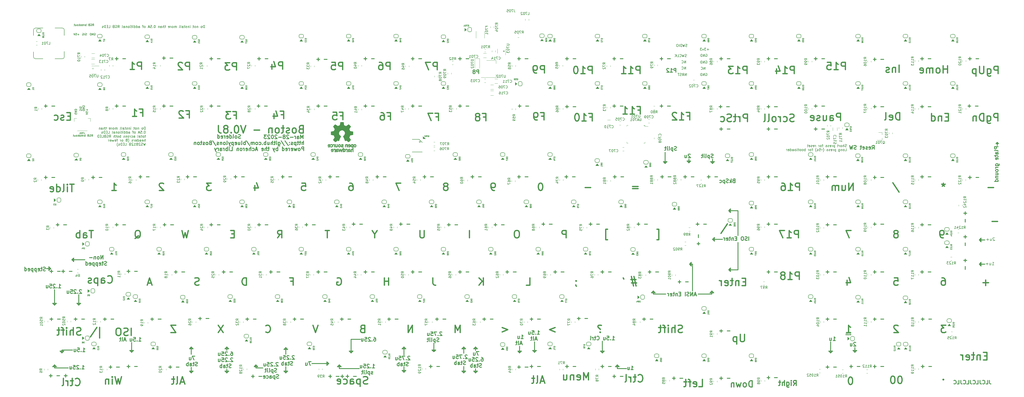
<source format=gbr>
G04 #@! TF.GenerationSoftware,KiCad,Pcbnew,7.0.1*
G04 #@! TF.CreationDate,2023-03-28T01:20:07-04:00*
G04 #@! TF.ProjectId,Boston-keyboard-V08J,426f7374-6f6e-42d6-9b65-79626f617264,rev?*
G04 #@! TF.SameCoordinates,Original*
G04 #@! TF.FileFunction,Legend,Bot*
G04 #@! TF.FilePolarity,Positive*
%FSLAX46Y46*%
G04 Gerber Fmt 4.6, Leading zero omitted, Abs format (unit mm)*
G04 Created by KiCad (PCBNEW 7.0.1) date 2023-03-28 01:20:07*
%MOMM*%
%LPD*%
G01*
G04 APERTURE LIST*
%ADD10C,0.300000*%
%ADD11C,0.150000*%
%ADD12C,0.120000*%
%ADD13C,0.500000*%
%ADD14C,0.200000*%
%ADD15C,0.400000*%
%ADD16C,0.160000*%
%ADD17C,0.127000*%
%ADD18C,0.100000*%
%ADD19C,0.010000*%
G04 APERTURE END LIST*
D10*
X187500000Y-155675000D02*
X187500000Y-155425000D01*
X123250000Y-166675000D02*
X123250000Y-168925000D01*
X220000000Y-159675000D02*
X220750000Y-160425000D01*
X343000000Y-103675000D02*
X339250000Y-103675000D01*
X182750000Y-165675000D02*
X182000000Y-166425000D01*
X332500000Y-137225000D02*
X327000000Y-137225000D01*
X123250000Y-158425000D02*
X122500000Y-159175000D01*
X123250000Y-161425000D02*
X123250000Y-158425000D01*
X162000000Y-159425000D02*
X161250000Y-158675000D01*
X221500000Y-159675000D02*
X220000000Y-159675000D01*
X309000000Y-135925000D02*
X309000000Y-137175000D01*
X440750000Y-114675000D02*
X440750000Y-116175000D01*
X447750000Y-76675000D02*
X446750000Y-76675000D01*
X309000000Y-135925000D02*
X309750000Y-136675000D01*
X238250000Y-168175000D02*
X236750000Y-168175000D01*
X343000000Y-113675000D02*
X343000000Y-103675000D01*
X71250000Y-160925000D02*
X71250000Y-159925000D01*
X294500000Y-165675000D02*
X295250000Y-166425000D01*
X440750000Y-124425000D02*
X440750000Y-125925000D01*
X68250000Y-165675000D02*
X68250000Y-166925000D01*
X69000000Y-166425000D02*
X67500000Y-166425000D01*
X68250000Y-166925000D02*
X73750000Y-166925000D01*
X232000000Y-168175000D02*
X232750000Y-168925000D01*
X220750000Y-160425000D02*
X220750000Y-156925000D01*
X208750000Y-168675000D02*
X208750000Y-166525000D01*
X236750000Y-159175000D02*
X238250000Y-159175000D01*
X161250000Y-158675000D02*
X160500000Y-159425000D01*
X138250000Y-168175000D02*
X136750000Y-168175000D01*
X171750000Y-165175000D02*
X178500000Y-165175000D01*
X137500000Y-158425000D02*
X136750000Y-159175000D01*
X336750000Y-115175000D02*
X332750000Y-115175000D01*
X261250000Y-160675000D02*
X261250000Y-156425000D01*
X343000000Y-127425000D02*
X339250000Y-127425000D01*
X77250000Y-140925000D02*
X78000000Y-141675000D01*
X76000000Y-124175000D02*
X75250000Y-123425000D01*
X177750000Y-164425000D02*
X177750000Y-165925000D01*
X136750000Y-159175000D02*
X138250000Y-159175000D01*
X66750000Y-126925000D02*
X66000000Y-126175000D01*
X324750000Y-125175000D02*
X323500000Y-125175000D01*
X323250000Y-84425000D02*
X324000000Y-83675000D01*
X70500000Y-160175000D02*
X71250000Y-160925000D01*
X208750000Y-161725000D02*
X208750000Y-158425000D01*
X322500000Y-83675000D02*
X323250000Y-84425000D01*
X72000000Y-160175000D02*
X70500000Y-160175000D01*
X261250000Y-160675000D02*
X262000000Y-159925000D01*
X293750000Y-166425000D02*
X294500000Y-165675000D01*
X208750000Y-168675000D02*
X208000000Y-167925000D01*
X314500000Y-83925000D02*
X313000000Y-83925000D01*
X380250000Y-160925000D02*
X379500000Y-160175000D01*
X208000000Y-167925000D02*
X209500000Y-167925000D01*
X324250000Y-125925000D02*
X324250000Y-124425000D01*
X71250000Y-159925000D02*
X71250000Y-159675000D01*
X78000000Y-141675000D02*
X78750000Y-140925000D01*
X149250000Y-166925000D02*
X152000000Y-166925000D01*
X124000000Y-168175000D02*
X123250000Y-168925000D01*
X137500000Y-167425000D02*
X137500000Y-168925000D01*
X440000000Y-125175000D02*
X440750000Y-124425000D01*
X324750000Y-135925000D02*
X324750000Y-126175000D01*
X68250000Y-135425000D02*
X68250000Y-141675000D01*
X237500000Y-158425000D02*
X236750000Y-159175000D01*
X71250000Y-159675000D02*
X75500000Y-159675000D01*
X323500000Y-125175000D02*
X324250000Y-125925000D01*
X379500000Y-160175000D02*
X381000000Y-160175000D01*
X237500000Y-159925000D02*
X237500000Y-158425000D01*
X447250000Y-76175000D02*
X447750000Y-76675000D01*
X333500000Y-114425000D02*
X333500000Y-115925000D01*
X161250000Y-166425000D02*
X161250000Y-168925000D01*
X308250000Y-136675000D02*
X309000000Y-135925000D01*
X232750000Y-158425000D02*
X232750000Y-161025000D01*
X68250000Y-166925000D02*
X68250000Y-165675000D01*
X236750000Y-168175000D02*
X237500000Y-168925000D01*
X442250000Y-125175000D02*
X440000000Y-125175000D01*
X380250000Y-160925000D02*
X380250000Y-156425000D01*
X161250000Y-158675000D02*
X161250000Y-161425000D01*
X68250000Y-141675000D02*
X69000000Y-140925000D01*
X182750000Y-167175000D02*
X190750000Y-167175000D01*
X122500000Y-159175000D02*
X124000000Y-159175000D01*
X160500000Y-159425000D02*
X162000000Y-159425000D01*
X182000000Y-166425000D02*
X183500000Y-166425000D01*
X65000000Y-126925000D02*
X66750000Y-126925000D01*
X78750000Y-140925000D02*
X77250000Y-140925000D01*
X287750000Y-160175000D02*
X288500000Y-160925000D01*
X209500000Y-159175000D02*
X208750000Y-158425000D01*
X332750000Y-82925000D02*
X332750000Y-84675000D01*
X324250000Y-124425000D02*
X323500000Y-125175000D01*
X324750000Y-126175000D02*
X324750000Y-125175000D01*
X340000000Y-126675000D02*
X340000000Y-128175000D01*
X187500000Y-160925000D02*
X188250000Y-160175000D01*
X260500000Y-159925000D02*
X261250000Y-160675000D01*
X313750000Y-80175000D02*
X313750000Y-84675000D01*
X332500000Y-135925000D02*
X332500000Y-137225000D01*
X69000000Y-140925000D02*
X67500000Y-140925000D01*
X232750000Y-168925000D02*
X233500000Y-168175000D01*
X208750000Y-158425000D02*
X208000000Y-159175000D01*
X150000000Y-166425000D02*
X148500000Y-166425000D01*
X124000000Y-159175000D02*
X123250000Y-158425000D01*
X332000000Y-83925000D02*
X333500000Y-83925000D01*
X149250000Y-165675000D02*
X149250000Y-166925000D01*
X233500000Y-159175000D02*
X232000000Y-159175000D01*
X255250000Y-160925000D02*
X255250000Y-158175000D01*
X340000000Y-104425000D02*
X339250000Y-103675000D01*
X333500000Y-83925000D02*
X332750000Y-84675000D01*
X75250000Y-123425000D02*
X80500000Y-123425000D01*
X187500000Y-160925000D02*
X187500000Y-155675000D01*
X390000000Y-160675000D02*
X390750000Y-159925000D01*
X232000000Y-159175000D02*
X232750000Y-158425000D01*
X122500000Y-168175000D02*
X124000000Y-168175000D01*
X440000000Y-115425000D02*
X440500000Y-114925000D01*
X75250000Y-123425000D02*
X76000000Y-122675000D01*
X100000000Y-159925000D02*
X98500000Y-159925000D01*
X137500000Y-168925000D02*
X138250000Y-168175000D01*
X295250000Y-166425000D02*
X293750000Y-166425000D01*
X149250000Y-165675000D02*
X148500000Y-166425000D01*
X99250000Y-160675000D02*
X100000000Y-159925000D01*
X288500000Y-160925000D02*
X288500000Y-156175000D01*
X220750000Y-160425000D02*
X221500000Y-159675000D01*
X333500000Y-115925000D02*
X332750000Y-115175000D01*
X123250000Y-168925000D02*
X122500000Y-168175000D01*
X233500000Y-168175000D02*
X232000000Y-168175000D01*
X262000000Y-159925000D02*
X260500000Y-159925000D01*
X232750000Y-158425000D02*
X233500000Y-159175000D01*
X183500000Y-166425000D02*
X182750000Y-165675000D01*
X294500000Y-165675000D02*
X294500000Y-167175000D01*
X177750000Y-165925000D02*
X178500000Y-165175000D01*
D11*
X249100000Y-39525000D02*
G75*
G03*
X249100000Y-39525000I-200000J0D01*
G01*
D10*
X294500000Y-167175000D02*
X298250000Y-167175000D01*
X209500000Y-167925000D02*
X208750000Y-168675000D01*
X389250000Y-159925000D02*
X390000000Y-160675000D01*
X208000000Y-159175000D02*
X209500000Y-159175000D01*
X332500000Y-135925000D02*
X333250000Y-136675000D01*
X440750000Y-116175000D02*
X440000000Y-115425000D01*
X232750000Y-168925000D02*
X232750000Y-166325000D01*
X381000000Y-160175000D02*
X380250000Y-160925000D01*
X66000000Y-127675000D02*
X66750000Y-126925000D01*
X237500000Y-168925000D02*
X237500000Y-167225000D01*
X160500000Y-168175000D02*
X161250000Y-168925000D01*
X237500000Y-168925000D02*
X238250000Y-168175000D01*
X447250000Y-77425000D02*
X447250000Y-76175000D01*
X137500000Y-159925000D02*
X137500000Y-158425000D01*
X440750000Y-125925000D02*
X440000000Y-125175000D01*
X238250000Y-159175000D02*
X237500000Y-158425000D01*
X186750000Y-160175000D02*
X187500000Y-160925000D01*
X188250000Y-160175000D02*
X186750000Y-160175000D01*
X76000000Y-122675000D02*
X76000000Y-124175000D01*
X313750000Y-84675000D02*
X314500000Y-83925000D01*
X343000000Y-116425000D02*
X343000000Y-127425000D01*
X332750000Y-84675000D02*
X332000000Y-83925000D01*
X187500000Y-155425000D02*
X191250000Y-155425000D01*
X340000000Y-128175000D02*
X339250000Y-127425000D01*
X182750000Y-165675000D02*
X182750000Y-167175000D01*
X332750000Y-115175000D02*
X333500000Y-114425000D01*
X138250000Y-159175000D02*
X137500000Y-158425000D01*
X447250000Y-76175000D02*
X446750000Y-76675000D01*
X136750000Y-168175000D02*
X137500000Y-168925000D01*
X68250000Y-165675000D02*
X69000000Y-166425000D01*
X162000000Y-168175000D02*
X160500000Y-168175000D01*
X67500000Y-140925000D02*
X68250000Y-141675000D01*
X66000000Y-126175000D02*
X66000000Y-127675000D01*
X78000000Y-137425000D02*
X78000000Y-141675000D01*
X67500000Y-166425000D02*
X68250000Y-165675000D01*
X309750000Y-136675000D02*
X308250000Y-136675000D01*
X390000000Y-160675000D02*
X390000000Y-158675000D01*
X442250000Y-115425000D02*
X440000000Y-115425000D01*
X288500000Y-160925000D02*
X289250000Y-160175000D01*
X71250000Y-160925000D02*
X72000000Y-160175000D01*
X255250000Y-160925000D02*
X256000000Y-160175000D01*
X339250000Y-103675000D02*
X340000000Y-102925000D01*
X313000000Y-83925000D02*
X313750000Y-84675000D01*
X340000000Y-102925000D02*
X340000000Y-104425000D01*
X390750000Y-159925000D02*
X389250000Y-159925000D01*
X333250000Y-136675000D02*
X331750000Y-136675000D01*
X331750000Y-136675000D02*
X332500000Y-135925000D01*
X256000000Y-160175000D02*
X254500000Y-160175000D01*
X254500000Y-160175000D02*
X255250000Y-160925000D01*
X289250000Y-160175000D02*
X287750000Y-160175000D01*
X98500000Y-159925000D02*
X99250000Y-160675000D01*
X440500000Y-114925000D02*
X440750000Y-114675000D01*
X323250000Y-84425000D02*
X323250000Y-82925000D01*
X149250000Y-165675000D02*
X150000000Y-166425000D01*
D12*
X305100000Y-69255000D02*
X305560000Y-69695000D01*
D10*
X309000000Y-137175000D02*
X314000000Y-137175000D01*
D12*
X83955489Y-46500000D02*
G75*
G03*
X83955489Y-46500000I-230489J0D01*
G01*
D10*
X339250000Y-127425000D02*
X340000000Y-126675000D01*
X324000000Y-83675000D02*
X322500000Y-83675000D01*
X178500000Y-165175000D02*
X177750000Y-164425000D01*
X161250000Y-168925000D02*
X162000000Y-168175000D01*
X99250000Y-160675000D02*
X99250000Y-156675000D01*
X420571428Y-90047500D02*
X419428571Y-90047500D01*
X417571428Y-90047500D02*
X416428571Y-90047500D01*
X416999999Y-90618928D02*
X416999999Y-89476071D01*
X339821428Y-171047500D02*
X338678571Y-171047500D01*
X336821428Y-171047500D02*
X335678571Y-171047500D01*
X336249999Y-171618928D02*
X336249999Y-170476071D01*
X220571428Y-90047500D02*
X219428571Y-90047500D01*
X217571428Y-90047500D02*
X216428571Y-90047500D01*
X216999999Y-90618928D02*
X216999999Y-89476071D01*
X102107141Y-156118928D02*
X102964284Y-156118928D01*
X102535713Y-156118928D02*
X102535713Y-154618928D01*
X102535713Y-154618928D02*
X102678570Y-154833214D01*
X102678570Y-154833214D02*
X102821427Y-154976071D01*
X102821427Y-154976071D02*
X102964284Y-155047500D01*
X101464285Y-155976071D02*
X101392856Y-156047500D01*
X101392856Y-156047500D02*
X101464285Y-156118928D01*
X101464285Y-156118928D02*
X101535713Y-156047500D01*
X101535713Y-156047500D02*
X101464285Y-155976071D01*
X101464285Y-155976071D02*
X101464285Y-156118928D01*
X100035713Y-154618928D02*
X100749999Y-154618928D01*
X100749999Y-154618928D02*
X100821427Y-155333214D01*
X100821427Y-155333214D02*
X100749999Y-155261785D01*
X100749999Y-155261785D02*
X100607142Y-155190357D01*
X100607142Y-155190357D02*
X100249999Y-155190357D01*
X100249999Y-155190357D02*
X100107142Y-155261785D01*
X100107142Y-155261785D02*
X100035713Y-155333214D01*
X100035713Y-155333214D02*
X99964284Y-155476071D01*
X99964284Y-155476071D02*
X99964284Y-155833214D01*
X99964284Y-155833214D02*
X100035713Y-155976071D01*
X100035713Y-155976071D02*
X100107142Y-156047500D01*
X100107142Y-156047500D02*
X100249999Y-156118928D01*
X100249999Y-156118928D02*
X100607142Y-156118928D01*
X100607142Y-156118928D02*
X100749999Y-156047500D01*
X100749999Y-156047500D02*
X100821427Y-155976071D01*
X98678571Y-155118928D02*
X98678571Y-156118928D01*
X99321428Y-155118928D02*
X99321428Y-155904642D01*
X99321428Y-155904642D02*
X99249999Y-156047500D01*
X99249999Y-156047500D02*
X99107142Y-156118928D01*
X99107142Y-156118928D02*
X98892856Y-156118928D01*
X98892856Y-156118928D02*
X98749999Y-156047500D01*
X98749999Y-156047500D02*
X98678571Y-155976071D01*
X96892856Y-155690357D02*
X96178571Y-155690357D01*
X97035713Y-156118928D02*
X96535713Y-154618928D01*
X96535713Y-154618928D02*
X96035713Y-156118928D01*
X95321428Y-156118928D02*
X95464285Y-156047500D01*
X95464285Y-156047500D02*
X95535714Y-155904642D01*
X95535714Y-155904642D02*
X95535714Y-154618928D01*
X94964285Y-155118928D02*
X94392857Y-155118928D01*
X94750000Y-154618928D02*
X94750000Y-155904642D01*
X94750000Y-155904642D02*
X94678571Y-156047500D01*
X94678571Y-156047500D02*
X94535714Y-156118928D01*
X94535714Y-156118928D02*
X94392857Y-156118928D01*
X318071428Y-47943928D02*
X318071428Y-46443928D01*
X318071428Y-46443928D02*
X317499999Y-46443928D01*
X317499999Y-46443928D02*
X317357142Y-46515357D01*
X317357142Y-46515357D02*
X317285713Y-46586785D01*
X317285713Y-46586785D02*
X317214285Y-46729642D01*
X317214285Y-46729642D02*
X317214285Y-46943928D01*
X317214285Y-46943928D02*
X317285713Y-47086785D01*
X317285713Y-47086785D02*
X317357142Y-47158214D01*
X317357142Y-47158214D02*
X317499999Y-47229642D01*
X317499999Y-47229642D02*
X318071428Y-47229642D01*
X315785713Y-47943928D02*
X316642856Y-47943928D01*
X316214285Y-47943928D02*
X316214285Y-46443928D01*
X316214285Y-46443928D02*
X316357142Y-46658214D01*
X316357142Y-46658214D02*
X316499999Y-46801071D01*
X316499999Y-46801071D02*
X316642856Y-46872500D01*
X315214285Y-46586785D02*
X315142857Y-46515357D01*
X315142857Y-46515357D02*
X315000000Y-46443928D01*
X315000000Y-46443928D02*
X314642857Y-46443928D01*
X314642857Y-46443928D02*
X314500000Y-46515357D01*
X314500000Y-46515357D02*
X314428571Y-46586785D01*
X314428571Y-46586785D02*
X314357142Y-46729642D01*
X314357142Y-46729642D02*
X314357142Y-46872500D01*
X314357142Y-46872500D02*
X314428571Y-47086785D01*
X314428571Y-47086785D02*
X315285714Y-47943928D01*
X315285714Y-47943928D02*
X314357142Y-47943928D01*
X79571427Y-160368928D02*
X80428570Y-160368928D01*
X79999999Y-160368928D02*
X79999999Y-158868928D01*
X79999999Y-158868928D02*
X80142856Y-159083214D01*
X80142856Y-159083214D02*
X80285713Y-159226071D01*
X80285713Y-159226071D02*
X80428570Y-159297500D01*
X78928571Y-160226071D02*
X78857142Y-160297500D01*
X78857142Y-160297500D02*
X78928571Y-160368928D01*
X78928571Y-160368928D02*
X78999999Y-160297500D01*
X78999999Y-160297500D02*
X78928571Y-160226071D01*
X78928571Y-160226071D02*
X78928571Y-160368928D01*
X77499999Y-158868928D02*
X78214285Y-158868928D01*
X78214285Y-158868928D02*
X78285713Y-159583214D01*
X78285713Y-159583214D02*
X78214285Y-159511785D01*
X78214285Y-159511785D02*
X78071428Y-159440357D01*
X78071428Y-159440357D02*
X77714285Y-159440357D01*
X77714285Y-159440357D02*
X77571428Y-159511785D01*
X77571428Y-159511785D02*
X77499999Y-159583214D01*
X77499999Y-159583214D02*
X77428570Y-159726071D01*
X77428570Y-159726071D02*
X77428570Y-160083214D01*
X77428570Y-160083214D02*
X77499999Y-160226071D01*
X77499999Y-160226071D02*
X77571428Y-160297500D01*
X77571428Y-160297500D02*
X77714285Y-160368928D01*
X77714285Y-160368928D02*
X78071428Y-160368928D01*
X78071428Y-160368928D02*
X78214285Y-160297500D01*
X78214285Y-160297500D02*
X78285713Y-160226071D01*
X76142857Y-159368928D02*
X76142857Y-160368928D01*
X76785714Y-159368928D02*
X76785714Y-160154642D01*
X76785714Y-160154642D02*
X76714285Y-160297500D01*
X76714285Y-160297500D02*
X76571428Y-160368928D01*
X76571428Y-160368928D02*
X76357142Y-160368928D01*
X76357142Y-160368928D02*
X76214285Y-160297500D01*
X76214285Y-160297500D02*
X76142857Y-160226071D01*
D13*
X131293749Y-92531607D02*
X129436606Y-92531607D01*
X129436606Y-92531607D02*
X130436606Y-93674464D01*
X130436606Y-93674464D02*
X130008035Y-93674464D01*
X130008035Y-93674464D02*
X129722321Y-93817321D01*
X129722321Y-93817321D02*
X129579463Y-93960178D01*
X129579463Y-93960178D02*
X129436606Y-94245892D01*
X129436606Y-94245892D02*
X129436606Y-94960178D01*
X129436606Y-94960178D02*
X129579463Y-95245892D01*
X129579463Y-95245892D02*
X129722321Y-95388750D01*
X129722321Y-95388750D02*
X130008035Y-95531607D01*
X130008035Y-95531607D02*
X130865178Y-95531607D01*
X130865178Y-95531607D02*
X131150892Y-95388750D01*
X131150892Y-95388750D02*
X131293749Y-95245892D01*
D10*
X96821428Y-61547500D02*
X95678571Y-61547500D01*
X93821428Y-61547500D02*
X92678571Y-61547500D01*
X93249999Y-62118928D02*
X93249999Y-60976071D01*
X377821428Y-61547500D02*
X376678571Y-61547500D01*
X374821428Y-61547500D02*
X373678571Y-61547500D01*
X374249999Y-62118928D02*
X374249999Y-60976071D01*
X239821428Y-90047500D02*
X238678571Y-90047500D01*
X236821428Y-90047500D02*
X235678571Y-90047500D01*
X236249999Y-90618928D02*
X236249999Y-89476071D01*
D14*
X330011904Y-48435238D02*
X330107142Y-48387619D01*
X330107142Y-48387619D02*
X330249999Y-48387619D01*
X330249999Y-48387619D02*
X330392856Y-48435238D01*
X330392856Y-48435238D02*
X330488094Y-48530476D01*
X330488094Y-48530476D02*
X330535713Y-48625714D01*
X330535713Y-48625714D02*
X330583332Y-48816190D01*
X330583332Y-48816190D02*
X330583332Y-48959047D01*
X330583332Y-48959047D02*
X330535713Y-49149523D01*
X330535713Y-49149523D02*
X330488094Y-49244761D01*
X330488094Y-49244761D02*
X330392856Y-49340000D01*
X330392856Y-49340000D02*
X330249999Y-49387619D01*
X330249999Y-49387619D02*
X330154761Y-49387619D01*
X330154761Y-49387619D02*
X330011904Y-49340000D01*
X330011904Y-49340000D02*
X329964285Y-49292380D01*
X329964285Y-49292380D02*
X329964285Y-48959047D01*
X329964285Y-48959047D02*
X330154761Y-48959047D01*
X329535713Y-49387619D02*
X329535713Y-48387619D01*
X329535713Y-48387619D02*
X328964285Y-49387619D01*
X328964285Y-49387619D02*
X328964285Y-48387619D01*
X328488094Y-49387619D02*
X328488094Y-48387619D01*
X328488094Y-48387619D02*
X328249999Y-48387619D01*
X328249999Y-48387619D02*
X328107142Y-48435238D01*
X328107142Y-48435238D02*
X328011904Y-48530476D01*
X328011904Y-48530476D02*
X327964285Y-48625714D01*
X327964285Y-48625714D02*
X327916666Y-48816190D01*
X327916666Y-48816190D02*
X327916666Y-48959047D01*
X327916666Y-48959047D02*
X327964285Y-49149523D01*
X327964285Y-49149523D02*
X328011904Y-49244761D01*
X328011904Y-49244761D02*
X328107142Y-49340000D01*
X328107142Y-49340000D02*
X328249999Y-49387619D01*
X328249999Y-49387619D02*
X328488094Y-49387619D01*
D13*
X231306249Y-152681607D02*
X231306249Y-149681607D01*
X231306249Y-149681607D02*
X230306249Y-151824464D01*
X230306249Y-151824464D02*
X229306249Y-149681607D01*
X229306249Y-149681607D02*
X229306249Y-152681607D01*
D10*
X253821428Y-128297500D02*
X252678571Y-128297500D01*
X250821428Y-128297500D02*
X249678571Y-128297500D01*
X250249999Y-128868928D02*
X250249999Y-127726071D01*
X189571428Y-170297500D02*
X188428571Y-170297500D01*
X186571428Y-170297500D02*
X185428571Y-170297500D01*
X185999999Y-170868928D02*
X185999999Y-169726071D01*
D13*
X386611606Y-152681607D02*
X388325892Y-152681607D01*
X387468749Y-152681607D02*
X387468749Y-149681607D01*
X387468749Y-149681607D02*
X387754463Y-150110178D01*
X387754463Y-150110178D02*
X388040178Y-150395892D01*
X388040178Y-150395892D02*
X388325892Y-150538750D01*
D10*
X258571428Y-166547500D02*
X257428571Y-166547500D01*
X255571428Y-166547500D02*
X254428571Y-166547500D01*
X254999999Y-167118928D02*
X254999999Y-165976071D01*
X434377500Y-127246428D02*
X434377500Y-126103571D01*
X434377500Y-124246428D02*
X434377500Y-123103571D01*
X433806071Y-123674999D02*
X434948928Y-123674999D01*
X292071428Y-128297500D02*
X290928571Y-128297500D01*
X289071428Y-128297500D02*
X287928571Y-128297500D01*
X288499999Y-128868928D02*
X288499999Y-127726071D01*
D14*
X322035713Y-46787619D02*
X322035713Y-45787619D01*
X322035713Y-45787619D02*
X321464285Y-46787619D01*
X321464285Y-46787619D02*
X321464285Y-45787619D01*
X320416666Y-46692380D02*
X320464285Y-46740000D01*
X320464285Y-46740000D02*
X320607142Y-46787619D01*
X320607142Y-46787619D02*
X320702380Y-46787619D01*
X320702380Y-46787619D02*
X320845237Y-46740000D01*
X320845237Y-46740000D02*
X320940475Y-46644761D01*
X320940475Y-46644761D02*
X320988094Y-46549523D01*
X320988094Y-46549523D02*
X321035713Y-46359047D01*
X321035713Y-46359047D02*
X321035713Y-46216190D01*
X321035713Y-46216190D02*
X320988094Y-46025714D01*
X320988094Y-46025714D02*
X320940475Y-45930476D01*
X320940475Y-45930476D02*
X320845237Y-45835238D01*
X320845237Y-45835238D02*
X320702380Y-45787619D01*
X320702380Y-45787619D02*
X320607142Y-45787619D01*
X320607142Y-45787619D02*
X320464285Y-45835238D01*
X320464285Y-45835238D02*
X320416666Y-45882857D01*
D13*
X222089285Y-47012857D02*
X222089285Y-44012857D01*
X222089285Y-44012857D02*
X220946428Y-44012857D01*
X220946428Y-44012857D02*
X220660713Y-44155714D01*
X220660713Y-44155714D02*
X220517856Y-44298571D01*
X220517856Y-44298571D02*
X220374999Y-44584285D01*
X220374999Y-44584285D02*
X220374999Y-45012857D01*
X220374999Y-45012857D02*
X220517856Y-45298571D01*
X220517856Y-45298571D02*
X220660713Y-45441428D01*
X220660713Y-45441428D02*
X220946428Y-45584285D01*
X220946428Y-45584285D02*
X222089285Y-45584285D01*
X219374999Y-44012857D02*
X217374999Y-44012857D01*
X217374999Y-44012857D02*
X218660713Y-47012857D01*
D10*
X225571428Y-147297500D02*
X224428571Y-147297500D01*
X222571428Y-147297500D02*
X221428571Y-147297500D01*
X221999999Y-147868928D02*
X221999999Y-146726071D01*
D13*
X76109999Y-93007857D02*
X74395714Y-93007857D01*
X75252856Y-96007857D02*
X75252856Y-93007857D01*
X73395714Y-96007857D02*
X73395714Y-94007857D01*
X73395714Y-93007857D02*
X73538571Y-93150714D01*
X73538571Y-93150714D02*
X73395714Y-93293571D01*
X73395714Y-93293571D02*
X73252857Y-93150714D01*
X73252857Y-93150714D02*
X73395714Y-93007857D01*
X73395714Y-93007857D02*
X73395714Y-93293571D01*
X71538571Y-96007857D02*
X71824286Y-95865000D01*
X71824286Y-95865000D02*
X71967143Y-95579285D01*
X71967143Y-95579285D02*
X71967143Y-93007857D01*
X69110000Y-96007857D02*
X69110000Y-93007857D01*
X69110000Y-95865000D02*
X69395714Y-96007857D01*
X69395714Y-96007857D02*
X69967142Y-96007857D01*
X69967142Y-96007857D02*
X70252857Y-95865000D01*
X70252857Y-95865000D02*
X70395714Y-95722142D01*
X70395714Y-95722142D02*
X70538571Y-95436428D01*
X70538571Y-95436428D02*
X70538571Y-94579285D01*
X70538571Y-94579285D02*
X70395714Y-94293571D01*
X70395714Y-94293571D02*
X70252857Y-94150714D01*
X70252857Y-94150714D02*
X69967142Y-94007857D01*
X69967142Y-94007857D02*
X69395714Y-94007857D01*
X69395714Y-94007857D02*
X69110000Y-94150714D01*
X66538571Y-95865000D02*
X66824285Y-96007857D01*
X66824285Y-96007857D02*
X67395714Y-96007857D01*
X67395714Y-96007857D02*
X67681428Y-95865000D01*
X67681428Y-95865000D02*
X67824285Y-95579285D01*
X67824285Y-95579285D02*
X67824285Y-94436428D01*
X67824285Y-94436428D02*
X67681428Y-94150714D01*
X67681428Y-94150714D02*
X67395714Y-94007857D01*
X67395714Y-94007857D02*
X66824285Y-94007857D01*
X66824285Y-94007857D02*
X66538571Y-94150714D01*
X66538571Y-94150714D02*
X66395714Y-94436428D01*
X66395714Y-94436428D02*
X66395714Y-94722142D01*
X66395714Y-94722142D02*
X67824285Y-95007857D01*
X302886607Y-93960178D02*
X300600893Y-93960178D01*
X300600893Y-94817321D02*
X302886607Y-94817321D01*
D10*
X315821428Y-42547500D02*
X314678571Y-42547500D01*
X312821428Y-42547500D02*
X311678571Y-42547500D01*
X312249999Y-43118928D02*
X312249999Y-41976071D01*
D13*
X302768571Y-63221428D02*
X303768571Y-63221428D01*
X303768571Y-64792857D02*
X303768571Y-61792857D01*
X303768571Y-61792857D02*
X302339999Y-61792857D01*
X299625713Y-64792857D02*
X301339999Y-64792857D01*
X300482856Y-64792857D02*
X300482856Y-61792857D01*
X300482856Y-61792857D02*
X300768570Y-62221428D01*
X300768570Y-62221428D02*
X301054285Y-62507142D01*
X301054285Y-62507142D02*
X301339999Y-62650000D01*
X296768570Y-64792857D02*
X298482856Y-64792857D01*
X297625713Y-64792857D02*
X297625713Y-61792857D01*
X297625713Y-61792857D02*
X297911427Y-62221428D01*
X297911427Y-62221428D02*
X298197142Y-62507142D01*
X298197142Y-62507142D02*
X298482856Y-62650000D01*
X159390000Y-65071428D02*
X160390000Y-65071428D01*
X160390000Y-66642857D02*
X160390000Y-63642857D01*
X160390000Y-63642857D02*
X158961428Y-63642857D01*
X156532857Y-64642857D02*
X156532857Y-66642857D01*
X157247142Y-63500000D02*
X157961428Y-65642857D01*
X157961428Y-65642857D02*
X156104285Y-65642857D01*
X207493749Y-92531607D02*
X205493749Y-92531607D01*
X205493749Y-92531607D02*
X206779463Y-95531607D01*
D10*
X358821428Y-128297500D02*
X357678571Y-128297500D01*
X355821428Y-128297500D02*
X354678571Y-128297500D01*
X355249999Y-128868928D02*
X355249999Y-127726071D01*
X153821428Y-61547500D02*
X152678571Y-61547500D01*
X150821428Y-61547500D02*
X149678571Y-61547500D01*
X150249999Y-62118928D02*
X150249999Y-60976071D01*
X439571428Y-61547500D02*
X438428571Y-61547500D01*
X436571428Y-61547500D02*
X435428571Y-61547500D01*
X435999999Y-62118928D02*
X435999999Y-60976071D01*
X258821428Y-61547500D02*
X257678571Y-61547500D01*
X255821428Y-61547500D02*
X254678571Y-61547500D01*
X255249999Y-62118928D02*
X255249999Y-60976071D01*
X96821428Y-42547500D02*
X95678571Y-42547500D01*
X93821428Y-42547500D02*
X92678571Y-42547500D01*
X93249999Y-43118928D02*
X93249999Y-41976071D01*
D13*
X365575000Y-67670000D02*
X365146429Y-67812857D01*
X365146429Y-67812857D02*
X364432143Y-67812857D01*
X364432143Y-67812857D02*
X364146429Y-67670000D01*
X364146429Y-67670000D02*
X364003571Y-67527142D01*
X364003571Y-67527142D02*
X363860714Y-67241428D01*
X363860714Y-67241428D02*
X363860714Y-66955714D01*
X363860714Y-66955714D02*
X364003571Y-66670000D01*
X364003571Y-66670000D02*
X364146429Y-66527142D01*
X364146429Y-66527142D02*
X364432143Y-66384285D01*
X364432143Y-66384285D02*
X365003571Y-66241428D01*
X365003571Y-66241428D02*
X365289286Y-66098571D01*
X365289286Y-66098571D02*
X365432143Y-65955714D01*
X365432143Y-65955714D02*
X365575000Y-65670000D01*
X365575000Y-65670000D02*
X365575000Y-65384285D01*
X365575000Y-65384285D02*
X365432143Y-65098571D01*
X365432143Y-65098571D02*
X365289286Y-64955714D01*
X365289286Y-64955714D02*
X365003571Y-64812857D01*
X365003571Y-64812857D02*
X364289286Y-64812857D01*
X364289286Y-64812857D02*
X363860714Y-64955714D01*
X361289286Y-67670000D02*
X361575000Y-67812857D01*
X361575000Y-67812857D02*
X362146428Y-67812857D01*
X362146428Y-67812857D02*
X362432143Y-67670000D01*
X362432143Y-67670000D02*
X362575000Y-67527142D01*
X362575000Y-67527142D02*
X362717857Y-67241428D01*
X362717857Y-67241428D02*
X362717857Y-66384285D01*
X362717857Y-66384285D02*
X362575000Y-66098571D01*
X362575000Y-66098571D02*
X362432143Y-65955714D01*
X362432143Y-65955714D02*
X362146428Y-65812857D01*
X362146428Y-65812857D02*
X361575000Y-65812857D01*
X361575000Y-65812857D02*
X361289286Y-65955714D01*
X360003571Y-67812857D02*
X360003571Y-65812857D01*
X360003571Y-66384285D02*
X359860714Y-66098571D01*
X359860714Y-66098571D02*
X359717857Y-65955714D01*
X359717857Y-65955714D02*
X359432142Y-65812857D01*
X359432142Y-65812857D02*
X359146428Y-65812857D01*
X357717856Y-67812857D02*
X358003571Y-67670000D01*
X358003571Y-67670000D02*
X358146428Y-67527142D01*
X358146428Y-67527142D02*
X358289285Y-67241428D01*
X358289285Y-67241428D02*
X358289285Y-66384285D01*
X358289285Y-66384285D02*
X358146428Y-66098571D01*
X358146428Y-66098571D02*
X358003571Y-65955714D01*
X358003571Y-65955714D02*
X357717856Y-65812857D01*
X357717856Y-65812857D02*
X357289285Y-65812857D01*
X357289285Y-65812857D02*
X357003571Y-65955714D01*
X357003571Y-65955714D02*
X356860714Y-66098571D01*
X356860714Y-66098571D02*
X356717856Y-66384285D01*
X356717856Y-66384285D02*
X356717856Y-67241428D01*
X356717856Y-67241428D02*
X356860714Y-67527142D01*
X356860714Y-67527142D02*
X357003571Y-67670000D01*
X357003571Y-67670000D02*
X357289285Y-67812857D01*
X357289285Y-67812857D02*
X357717856Y-67812857D01*
X355003570Y-67812857D02*
X355289285Y-67670000D01*
X355289285Y-67670000D02*
X355432142Y-67384285D01*
X355432142Y-67384285D02*
X355432142Y-64812857D01*
X353432141Y-67812857D02*
X353717856Y-67670000D01*
X353717856Y-67670000D02*
X353860713Y-67384285D01*
X353860713Y-67384285D02*
X353860713Y-64812857D01*
D10*
X79285713Y-167368928D02*
X80142856Y-167368928D01*
X79714285Y-167368928D02*
X79714285Y-165868928D01*
X79714285Y-165868928D02*
X79857142Y-166083214D01*
X79857142Y-166083214D02*
X79999999Y-166226071D01*
X79999999Y-166226071D02*
X80142856Y-166297500D01*
X78642857Y-167226071D02*
X78571428Y-167297500D01*
X78571428Y-167297500D02*
X78642857Y-167368928D01*
X78642857Y-167368928D02*
X78714285Y-167297500D01*
X78714285Y-167297500D02*
X78642857Y-167226071D01*
X78642857Y-167226071D02*
X78642857Y-167368928D01*
X77999999Y-166011785D02*
X77928571Y-165940357D01*
X77928571Y-165940357D02*
X77785714Y-165868928D01*
X77785714Y-165868928D02*
X77428571Y-165868928D01*
X77428571Y-165868928D02*
X77285714Y-165940357D01*
X77285714Y-165940357D02*
X77214285Y-166011785D01*
X77214285Y-166011785D02*
X77142856Y-166154642D01*
X77142856Y-166154642D02*
X77142856Y-166297500D01*
X77142856Y-166297500D02*
X77214285Y-166511785D01*
X77214285Y-166511785D02*
X78071428Y-167368928D01*
X78071428Y-167368928D02*
X77142856Y-167368928D01*
X75785714Y-165868928D02*
X76500000Y-165868928D01*
X76500000Y-165868928D02*
X76571428Y-166583214D01*
X76571428Y-166583214D02*
X76500000Y-166511785D01*
X76500000Y-166511785D02*
X76357143Y-166440357D01*
X76357143Y-166440357D02*
X76000000Y-166440357D01*
X76000000Y-166440357D02*
X75857143Y-166511785D01*
X75857143Y-166511785D02*
X75785714Y-166583214D01*
X75785714Y-166583214D02*
X75714285Y-166726071D01*
X75714285Y-166726071D02*
X75714285Y-167083214D01*
X75714285Y-167083214D02*
X75785714Y-167226071D01*
X75785714Y-167226071D02*
X75857143Y-167297500D01*
X75857143Y-167297500D02*
X76000000Y-167368928D01*
X76000000Y-167368928D02*
X76357143Y-167368928D01*
X76357143Y-167368928D02*
X76500000Y-167297500D01*
X76500000Y-167297500D02*
X76571428Y-167226071D01*
X74428572Y-166368928D02*
X74428572Y-167368928D01*
X75071429Y-166368928D02*
X75071429Y-167154642D01*
X75071429Y-167154642D02*
X75000000Y-167297500D01*
X75000000Y-167297500D02*
X74857143Y-167368928D01*
X74857143Y-167368928D02*
X74642857Y-167368928D01*
X74642857Y-167368928D02*
X74500000Y-167297500D01*
X74500000Y-167297500D02*
X74428572Y-167226071D01*
D13*
X389301785Y-95531607D02*
X389301785Y-92531607D01*
X389301785Y-92531607D02*
X387587499Y-95531607D01*
X387587499Y-95531607D02*
X387587499Y-92531607D01*
X384873214Y-93531607D02*
X384873214Y-95531607D01*
X386158928Y-93531607D02*
X386158928Y-95103035D01*
X386158928Y-95103035D02*
X386016071Y-95388750D01*
X386016071Y-95388750D02*
X385730356Y-95531607D01*
X385730356Y-95531607D02*
X385301785Y-95531607D01*
X385301785Y-95531607D02*
X385016071Y-95388750D01*
X385016071Y-95388750D02*
X384873214Y-95245892D01*
X383444642Y-95531607D02*
X383444642Y-93531607D01*
X383444642Y-93817321D02*
X383301785Y-93674464D01*
X383301785Y-93674464D02*
X383016070Y-93531607D01*
X383016070Y-93531607D02*
X382587499Y-93531607D01*
X382587499Y-93531607D02*
X382301785Y-93674464D01*
X382301785Y-93674464D02*
X382158928Y-93960178D01*
X382158928Y-93960178D02*
X382158928Y-95531607D01*
X382158928Y-93960178D02*
X382016070Y-93674464D01*
X382016070Y-93674464D02*
X381730356Y-93531607D01*
X381730356Y-93531607D02*
X381301785Y-93531607D01*
X381301785Y-93531607D02*
X381016070Y-93674464D01*
X381016070Y-93674464D02*
X380873213Y-93960178D01*
X380873213Y-93960178D02*
X380873213Y-95531607D01*
D10*
X158142856Y-164831785D02*
X158071428Y-164760357D01*
X158071428Y-164760357D02*
X157928571Y-164688928D01*
X157928571Y-164688928D02*
X157571428Y-164688928D01*
X157571428Y-164688928D02*
X157428571Y-164760357D01*
X157428571Y-164760357D02*
X157357142Y-164831785D01*
X157357142Y-164831785D02*
X157285713Y-164974642D01*
X157285713Y-164974642D02*
X157285713Y-165117500D01*
X157285713Y-165117500D02*
X157357142Y-165331785D01*
X157357142Y-165331785D02*
X158214285Y-166188928D01*
X158214285Y-166188928D02*
X157285713Y-166188928D01*
X156642857Y-166046071D02*
X156571428Y-166117500D01*
X156571428Y-166117500D02*
X156642857Y-166188928D01*
X156642857Y-166188928D02*
X156714285Y-166117500D01*
X156714285Y-166117500D02*
X156642857Y-166046071D01*
X156642857Y-166046071D02*
X156642857Y-166188928D01*
X155999999Y-164831785D02*
X155928571Y-164760357D01*
X155928571Y-164760357D02*
X155785714Y-164688928D01*
X155785714Y-164688928D02*
X155428571Y-164688928D01*
X155428571Y-164688928D02*
X155285714Y-164760357D01*
X155285714Y-164760357D02*
X155214285Y-164831785D01*
X155214285Y-164831785D02*
X155142856Y-164974642D01*
X155142856Y-164974642D02*
X155142856Y-165117500D01*
X155142856Y-165117500D02*
X155214285Y-165331785D01*
X155214285Y-165331785D02*
X156071428Y-166188928D01*
X156071428Y-166188928D02*
X155142856Y-166188928D01*
X153785714Y-164688928D02*
X154500000Y-164688928D01*
X154500000Y-164688928D02*
X154571428Y-165403214D01*
X154571428Y-165403214D02*
X154500000Y-165331785D01*
X154500000Y-165331785D02*
X154357143Y-165260357D01*
X154357143Y-165260357D02*
X154000000Y-165260357D01*
X154000000Y-165260357D02*
X153857143Y-165331785D01*
X153857143Y-165331785D02*
X153785714Y-165403214D01*
X153785714Y-165403214D02*
X153714285Y-165546071D01*
X153714285Y-165546071D02*
X153714285Y-165903214D01*
X153714285Y-165903214D02*
X153785714Y-166046071D01*
X153785714Y-166046071D02*
X153857143Y-166117500D01*
X153857143Y-166117500D02*
X154000000Y-166188928D01*
X154000000Y-166188928D02*
X154357143Y-166188928D01*
X154357143Y-166188928D02*
X154500000Y-166117500D01*
X154500000Y-166117500D02*
X154571428Y-166046071D01*
X152428572Y-165188928D02*
X152428572Y-166188928D01*
X153071429Y-165188928D02*
X153071429Y-165974642D01*
X153071429Y-165974642D02*
X153000000Y-166117500D01*
X153000000Y-166117500D02*
X152857143Y-166188928D01*
X152857143Y-166188928D02*
X152642857Y-166188928D01*
X152642857Y-166188928D02*
X152500000Y-166117500D01*
X152500000Y-166117500D02*
X152428572Y-166046071D01*
X157535713Y-168547500D02*
X157321428Y-168618928D01*
X157321428Y-168618928D02*
X156964285Y-168618928D01*
X156964285Y-168618928D02*
X156821428Y-168547500D01*
X156821428Y-168547500D02*
X156749999Y-168476071D01*
X156749999Y-168476071D02*
X156678570Y-168333214D01*
X156678570Y-168333214D02*
X156678570Y-168190357D01*
X156678570Y-168190357D02*
X156749999Y-168047500D01*
X156749999Y-168047500D02*
X156821428Y-167976071D01*
X156821428Y-167976071D02*
X156964285Y-167904642D01*
X156964285Y-167904642D02*
X157249999Y-167833214D01*
X157249999Y-167833214D02*
X157392856Y-167761785D01*
X157392856Y-167761785D02*
X157464285Y-167690357D01*
X157464285Y-167690357D02*
X157535713Y-167547500D01*
X157535713Y-167547500D02*
X157535713Y-167404642D01*
X157535713Y-167404642D02*
X157464285Y-167261785D01*
X157464285Y-167261785D02*
X157392856Y-167190357D01*
X157392856Y-167190357D02*
X157249999Y-167118928D01*
X157249999Y-167118928D02*
X156892856Y-167118928D01*
X156892856Y-167118928D02*
X156678570Y-167190357D01*
X156035714Y-167618928D02*
X156035714Y-169118928D01*
X156035714Y-167690357D02*
X155892857Y-167618928D01*
X155892857Y-167618928D02*
X155607142Y-167618928D01*
X155607142Y-167618928D02*
X155464285Y-167690357D01*
X155464285Y-167690357D02*
X155392857Y-167761785D01*
X155392857Y-167761785D02*
X155321428Y-167904642D01*
X155321428Y-167904642D02*
X155321428Y-168333214D01*
X155321428Y-168333214D02*
X155392857Y-168476071D01*
X155392857Y-168476071D02*
X155464285Y-168547500D01*
X155464285Y-168547500D02*
X155607142Y-168618928D01*
X155607142Y-168618928D02*
X155892857Y-168618928D01*
X155892857Y-168618928D02*
X156035714Y-168547500D01*
X154464285Y-168618928D02*
X154607142Y-168547500D01*
X154607142Y-168547500D02*
X154678571Y-168404642D01*
X154678571Y-168404642D02*
X154678571Y-167118928D01*
X153892857Y-168618928D02*
X153892857Y-167618928D01*
X153892857Y-167118928D02*
X153964285Y-167190357D01*
X153964285Y-167190357D02*
X153892857Y-167261785D01*
X153892857Y-167261785D02*
X153821428Y-167190357D01*
X153821428Y-167190357D02*
X153892857Y-167118928D01*
X153892857Y-167118928D02*
X153892857Y-167261785D01*
X153392856Y-167618928D02*
X152821428Y-167618928D01*
X153178571Y-167118928D02*
X153178571Y-168404642D01*
X153178571Y-168404642D02*
X153107142Y-168547500D01*
X153107142Y-168547500D02*
X152964285Y-168618928D01*
X152964285Y-168618928D02*
X152821428Y-168618928D01*
X158321427Y-170977500D02*
X158107142Y-171048928D01*
X158107142Y-171048928D02*
X157749999Y-171048928D01*
X157749999Y-171048928D02*
X157607142Y-170977500D01*
X157607142Y-170977500D02*
X157535713Y-170906071D01*
X157535713Y-170906071D02*
X157464284Y-170763214D01*
X157464284Y-170763214D02*
X157464284Y-170620357D01*
X157464284Y-170620357D02*
X157535713Y-170477500D01*
X157535713Y-170477500D02*
X157607142Y-170406071D01*
X157607142Y-170406071D02*
X157749999Y-170334642D01*
X157749999Y-170334642D02*
X158035713Y-170263214D01*
X158035713Y-170263214D02*
X158178570Y-170191785D01*
X158178570Y-170191785D02*
X158249999Y-170120357D01*
X158249999Y-170120357D02*
X158321427Y-169977500D01*
X158321427Y-169977500D02*
X158321427Y-169834642D01*
X158321427Y-169834642D02*
X158249999Y-169691785D01*
X158249999Y-169691785D02*
X158178570Y-169620357D01*
X158178570Y-169620357D02*
X158035713Y-169548928D01*
X158035713Y-169548928D02*
X157678570Y-169548928D01*
X157678570Y-169548928D02*
X157464284Y-169620357D01*
X156821428Y-170048928D02*
X156821428Y-171548928D01*
X156821428Y-170120357D02*
X156678571Y-170048928D01*
X156678571Y-170048928D02*
X156392856Y-170048928D01*
X156392856Y-170048928D02*
X156249999Y-170120357D01*
X156249999Y-170120357D02*
X156178571Y-170191785D01*
X156178571Y-170191785D02*
X156107142Y-170334642D01*
X156107142Y-170334642D02*
X156107142Y-170763214D01*
X156107142Y-170763214D02*
X156178571Y-170906071D01*
X156178571Y-170906071D02*
X156249999Y-170977500D01*
X156249999Y-170977500D02*
X156392856Y-171048928D01*
X156392856Y-171048928D02*
X156678571Y-171048928D01*
X156678571Y-171048928D02*
X156821428Y-170977500D01*
X154821428Y-171048928D02*
X154821428Y-170263214D01*
X154821428Y-170263214D02*
X154892856Y-170120357D01*
X154892856Y-170120357D02*
X155035713Y-170048928D01*
X155035713Y-170048928D02*
X155321428Y-170048928D01*
X155321428Y-170048928D02*
X155464285Y-170120357D01*
X154821428Y-170977500D02*
X154964285Y-171048928D01*
X154964285Y-171048928D02*
X155321428Y-171048928D01*
X155321428Y-171048928D02*
X155464285Y-170977500D01*
X155464285Y-170977500D02*
X155535713Y-170834642D01*
X155535713Y-170834642D02*
X155535713Y-170691785D01*
X155535713Y-170691785D02*
X155464285Y-170548928D01*
X155464285Y-170548928D02*
X155321428Y-170477500D01*
X155321428Y-170477500D02*
X154964285Y-170477500D01*
X154964285Y-170477500D02*
X154821428Y-170406071D01*
X153464285Y-170977500D02*
X153607142Y-171048928D01*
X153607142Y-171048928D02*
X153892856Y-171048928D01*
X153892856Y-171048928D02*
X154035713Y-170977500D01*
X154035713Y-170977500D02*
X154107142Y-170906071D01*
X154107142Y-170906071D02*
X154178570Y-170763214D01*
X154178570Y-170763214D02*
X154178570Y-170334642D01*
X154178570Y-170334642D02*
X154107142Y-170191785D01*
X154107142Y-170191785D02*
X154035713Y-170120357D01*
X154035713Y-170120357D02*
X153892856Y-170048928D01*
X153892856Y-170048928D02*
X153607142Y-170048928D01*
X153607142Y-170048928D02*
X153464285Y-170120357D01*
X152249999Y-170977500D02*
X152392856Y-171048928D01*
X152392856Y-171048928D02*
X152678571Y-171048928D01*
X152678571Y-171048928D02*
X152821428Y-170977500D01*
X152821428Y-170977500D02*
X152892856Y-170834642D01*
X152892856Y-170834642D02*
X152892856Y-170263214D01*
X152892856Y-170263214D02*
X152821428Y-170120357D01*
X152821428Y-170120357D02*
X152678571Y-170048928D01*
X152678571Y-170048928D02*
X152392856Y-170048928D01*
X152392856Y-170048928D02*
X152249999Y-170120357D01*
X152249999Y-170120357D02*
X152178571Y-170263214D01*
X152178571Y-170263214D02*
X152178571Y-170406071D01*
X152178571Y-170406071D02*
X152892856Y-170548928D01*
D13*
X153177678Y-152395892D02*
X153320535Y-152538750D01*
X153320535Y-152538750D02*
X153749107Y-152681607D01*
X153749107Y-152681607D02*
X154034821Y-152681607D01*
X154034821Y-152681607D02*
X154463392Y-152538750D01*
X154463392Y-152538750D02*
X154749107Y-152253035D01*
X154749107Y-152253035D02*
X154891964Y-151967321D01*
X154891964Y-151967321D02*
X155034821Y-151395892D01*
X155034821Y-151395892D02*
X155034821Y-150967321D01*
X155034821Y-150967321D02*
X154891964Y-150395892D01*
X154891964Y-150395892D02*
X154749107Y-150110178D01*
X154749107Y-150110178D02*
X154463392Y-149824464D01*
X154463392Y-149824464D02*
X154034821Y-149681607D01*
X154034821Y-149681607D02*
X153749107Y-149681607D01*
X153749107Y-149681607D02*
X153320535Y-149824464D01*
X153320535Y-149824464D02*
X153177678Y-149967321D01*
D10*
X196821428Y-42547500D02*
X195678571Y-42547500D01*
X193821428Y-42547500D02*
X192678571Y-42547500D01*
X193249999Y-43118928D02*
X193249999Y-41976071D01*
X401571428Y-109047500D02*
X400428571Y-109047500D01*
X398571428Y-109047500D02*
X397428571Y-109047500D01*
X397999999Y-109618928D02*
X397999999Y-108476071D01*
X134821428Y-61547500D02*
X133678571Y-61547500D01*
X131821428Y-61547500D02*
X130678571Y-61547500D01*
X131249999Y-62118928D02*
X131249999Y-60976071D01*
D13*
X405233035Y-92388750D02*
X407804463Y-96245892D01*
D10*
X296821428Y-42547500D02*
X295678571Y-42547500D01*
X293821428Y-42547500D02*
X292678571Y-42547500D01*
X293249999Y-43118928D02*
X293249999Y-41976071D01*
X196678571Y-154618928D02*
X196964285Y-154618928D01*
X196964285Y-154618928D02*
X197107142Y-154690357D01*
X197107142Y-154690357D02*
X197178571Y-154761785D01*
X197178571Y-154761785D02*
X197321428Y-154976071D01*
X197321428Y-154976071D02*
X197392856Y-155261785D01*
X197392856Y-155261785D02*
X197392856Y-155833214D01*
X197392856Y-155833214D02*
X197321428Y-155976071D01*
X197321428Y-155976071D02*
X197249999Y-156047500D01*
X197249999Y-156047500D02*
X197107142Y-156118928D01*
X197107142Y-156118928D02*
X196821428Y-156118928D01*
X196821428Y-156118928D02*
X196678571Y-156047500D01*
X196678571Y-156047500D02*
X196607142Y-155976071D01*
X196607142Y-155976071D02*
X196535713Y-155833214D01*
X196535713Y-155833214D02*
X196535713Y-155476071D01*
X196535713Y-155476071D02*
X196607142Y-155333214D01*
X196607142Y-155333214D02*
X196678571Y-155261785D01*
X196678571Y-155261785D02*
X196821428Y-155190357D01*
X196821428Y-155190357D02*
X197107142Y-155190357D01*
X197107142Y-155190357D02*
X197249999Y-155261785D01*
X197249999Y-155261785D02*
X197321428Y-155333214D01*
X197321428Y-155333214D02*
X197392856Y-155476071D01*
X195892857Y-155976071D02*
X195821428Y-156047500D01*
X195821428Y-156047500D02*
X195892857Y-156118928D01*
X195892857Y-156118928D02*
X195964285Y-156047500D01*
X195964285Y-156047500D02*
X195892857Y-155976071D01*
X195892857Y-155976071D02*
X195892857Y-156118928D01*
X195249999Y-154761785D02*
X195178571Y-154690357D01*
X195178571Y-154690357D02*
X195035714Y-154618928D01*
X195035714Y-154618928D02*
X194678571Y-154618928D01*
X194678571Y-154618928D02*
X194535714Y-154690357D01*
X194535714Y-154690357D02*
X194464285Y-154761785D01*
X194464285Y-154761785D02*
X194392856Y-154904642D01*
X194392856Y-154904642D02*
X194392856Y-155047500D01*
X194392856Y-155047500D02*
X194464285Y-155261785D01*
X194464285Y-155261785D02*
X195321428Y-156118928D01*
X195321428Y-156118928D02*
X194392856Y-156118928D01*
X193035714Y-154618928D02*
X193750000Y-154618928D01*
X193750000Y-154618928D02*
X193821428Y-155333214D01*
X193821428Y-155333214D02*
X193750000Y-155261785D01*
X193750000Y-155261785D02*
X193607143Y-155190357D01*
X193607143Y-155190357D02*
X193250000Y-155190357D01*
X193250000Y-155190357D02*
X193107143Y-155261785D01*
X193107143Y-155261785D02*
X193035714Y-155333214D01*
X193035714Y-155333214D02*
X192964285Y-155476071D01*
X192964285Y-155476071D02*
X192964285Y-155833214D01*
X192964285Y-155833214D02*
X193035714Y-155976071D01*
X193035714Y-155976071D02*
X193107143Y-156047500D01*
X193107143Y-156047500D02*
X193250000Y-156118928D01*
X193250000Y-156118928D02*
X193607143Y-156118928D01*
X193607143Y-156118928D02*
X193750000Y-156047500D01*
X193750000Y-156047500D02*
X193821428Y-155976071D01*
X191678572Y-155118928D02*
X191678572Y-156118928D01*
X192321429Y-155118928D02*
X192321429Y-155904642D01*
X192321429Y-155904642D02*
X192250000Y-156047500D01*
X192250000Y-156047500D02*
X192107143Y-156118928D01*
X192107143Y-156118928D02*
X191892857Y-156118928D01*
X191892857Y-156118928D02*
X191750000Y-156047500D01*
X191750000Y-156047500D02*
X191678572Y-155976071D01*
D13*
X388468749Y-111581607D02*
X386468749Y-111581607D01*
X386468749Y-111581607D02*
X387754463Y-114581607D01*
D10*
X263571428Y-147297500D02*
X262428571Y-147297500D01*
X260571428Y-147297500D02*
X259428571Y-147297500D01*
X259999999Y-147868928D02*
X259999999Y-146726071D01*
X101571428Y-128047500D02*
X100428571Y-128047500D01*
X98571428Y-128047500D02*
X97428571Y-128047500D01*
X97999999Y-128618928D02*
X97999999Y-127476071D01*
X325321428Y-90047500D02*
X324178571Y-90047500D01*
X322321428Y-90047500D02*
X321178571Y-90047500D01*
X321749999Y-90618928D02*
X321749999Y-89476071D01*
X390357142Y-156761785D02*
X390285714Y-156690357D01*
X390285714Y-156690357D02*
X390142857Y-156618928D01*
X390142857Y-156618928D02*
X389785714Y-156618928D01*
X389785714Y-156618928D02*
X389642857Y-156690357D01*
X389642857Y-156690357D02*
X389571428Y-156761785D01*
X389571428Y-156761785D02*
X389499999Y-156904642D01*
X389499999Y-156904642D02*
X389499999Y-157047500D01*
X389499999Y-157047500D02*
X389571428Y-157261785D01*
X389571428Y-157261785D02*
X390428571Y-158118928D01*
X390428571Y-158118928D02*
X389499999Y-158118928D01*
X388214286Y-157118928D02*
X388214286Y-158118928D01*
X388857143Y-157118928D02*
X388857143Y-157904642D01*
X388857143Y-157904642D02*
X388785714Y-158047500D01*
X388785714Y-158047500D02*
X388642857Y-158118928D01*
X388642857Y-158118928D02*
X388428571Y-158118928D01*
X388428571Y-158118928D02*
X388285714Y-158047500D01*
X388285714Y-158047500D02*
X388214286Y-157976071D01*
X68321428Y-61547500D02*
X67178571Y-61547500D01*
X65321428Y-61547500D02*
X64178571Y-61547500D01*
X64749999Y-62118928D02*
X64749999Y-60976071D01*
X382571428Y-109297500D02*
X381428571Y-109297500D01*
X379571428Y-109297500D02*
X378428571Y-109297500D01*
X378999999Y-109868928D02*
X378999999Y-108726071D01*
X168421427Y-79518928D02*
X168421427Y-78018928D01*
X168421427Y-78018928D02*
X167849998Y-78018928D01*
X167849998Y-78018928D02*
X167707141Y-78090357D01*
X167707141Y-78090357D02*
X167635712Y-78161785D01*
X167635712Y-78161785D02*
X167564284Y-78304642D01*
X167564284Y-78304642D02*
X167564284Y-78518928D01*
X167564284Y-78518928D02*
X167635712Y-78661785D01*
X167635712Y-78661785D02*
X167707141Y-78733214D01*
X167707141Y-78733214D02*
X167849998Y-78804642D01*
X167849998Y-78804642D02*
X168421427Y-78804642D01*
X166707141Y-79518928D02*
X166849998Y-79447500D01*
X166849998Y-79447500D02*
X166921427Y-79376071D01*
X166921427Y-79376071D02*
X166992855Y-79233214D01*
X166992855Y-79233214D02*
X166992855Y-78804642D01*
X166992855Y-78804642D02*
X166921427Y-78661785D01*
X166921427Y-78661785D02*
X166849998Y-78590357D01*
X166849998Y-78590357D02*
X166707141Y-78518928D01*
X166707141Y-78518928D02*
X166492855Y-78518928D01*
X166492855Y-78518928D02*
X166349998Y-78590357D01*
X166349998Y-78590357D02*
X166278570Y-78661785D01*
X166278570Y-78661785D02*
X166207141Y-78804642D01*
X166207141Y-78804642D02*
X166207141Y-79233214D01*
X166207141Y-79233214D02*
X166278570Y-79376071D01*
X166278570Y-79376071D02*
X166349998Y-79447500D01*
X166349998Y-79447500D02*
X166492855Y-79518928D01*
X166492855Y-79518928D02*
X166707141Y-79518928D01*
X165707141Y-78518928D02*
X165421427Y-79518928D01*
X165421427Y-79518928D02*
X165135712Y-78804642D01*
X165135712Y-78804642D02*
X164849998Y-79518928D01*
X164849998Y-79518928D02*
X164564284Y-78518928D01*
X163421426Y-79447500D02*
X163564283Y-79518928D01*
X163564283Y-79518928D02*
X163849998Y-79518928D01*
X163849998Y-79518928D02*
X163992855Y-79447500D01*
X163992855Y-79447500D02*
X164064283Y-79304642D01*
X164064283Y-79304642D02*
X164064283Y-78733214D01*
X164064283Y-78733214D02*
X163992855Y-78590357D01*
X163992855Y-78590357D02*
X163849998Y-78518928D01*
X163849998Y-78518928D02*
X163564283Y-78518928D01*
X163564283Y-78518928D02*
X163421426Y-78590357D01*
X163421426Y-78590357D02*
X163349998Y-78733214D01*
X163349998Y-78733214D02*
X163349998Y-78876071D01*
X163349998Y-78876071D02*
X164064283Y-79018928D01*
X162707141Y-79518928D02*
X162707141Y-78518928D01*
X162707141Y-78804642D02*
X162635712Y-78661785D01*
X162635712Y-78661785D02*
X162564284Y-78590357D01*
X162564284Y-78590357D02*
X162421426Y-78518928D01*
X162421426Y-78518928D02*
X162278569Y-78518928D01*
X161207141Y-79447500D02*
X161349998Y-79518928D01*
X161349998Y-79518928D02*
X161635713Y-79518928D01*
X161635713Y-79518928D02*
X161778570Y-79447500D01*
X161778570Y-79447500D02*
X161849998Y-79304642D01*
X161849998Y-79304642D02*
X161849998Y-78733214D01*
X161849998Y-78733214D02*
X161778570Y-78590357D01*
X161778570Y-78590357D02*
X161635713Y-78518928D01*
X161635713Y-78518928D02*
X161349998Y-78518928D01*
X161349998Y-78518928D02*
X161207141Y-78590357D01*
X161207141Y-78590357D02*
X161135713Y-78733214D01*
X161135713Y-78733214D02*
X161135713Y-78876071D01*
X161135713Y-78876071D02*
X161849998Y-79018928D01*
X159849999Y-79518928D02*
X159849999Y-78018928D01*
X159849999Y-79447500D02*
X159992856Y-79518928D01*
X159992856Y-79518928D02*
X160278570Y-79518928D01*
X160278570Y-79518928D02*
X160421427Y-79447500D01*
X160421427Y-79447500D02*
X160492856Y-79376071D01*
X160492856Y-79376071D02*
X160564284Y-79233214D01*
X160564284Y-79233214D02*
X160564284Y-78804642D01*
X160564284Y-78804642D02*
X160492856Y-78661785D01*
X160492856Y-78661785D02*
X160421427Y-78590357D01*
X160421427Y-78590357D02*
X160278570Y-78518928D01*
X160278570Y-78518928D02*
X159992856Y-78518928D01*
X159992856Y-78518928D02*
X159849999Y-78590357D01*
X157992856Y-79518928D02*
X157992856Y-78018928D01*
X157992856Y-78590357D02*
X157849999Y-78518928D01*
X157849999Y-78518928D02*
X157564284Y-78518928D01*
X157564284Y-78518928D02*
X157421427Y-78590357D01*
X157421427Y-78590357D02*
X157349999Y-78661785D01*
X157349999Y-78661785D02*
X157278570Y-78804642D01*
X157278570Y-78804642D02*
X157278570Y-79233214D01*
X157278570Y-79233214D02*
X157349999Y-79376071D01*
X157349999Y-79376071D02*
X157421427Y-79447500D01*
X157421427Y-79447500D02*
X157564284Y-79518928D01*
X157564284Y-79518928D02*
X157849999Y-79518928D01*
X157849999Y-79518928D02*
X157992856Y-79447500D01*
X156778570Y-78518928D02*
X156421427Y-79518928D01*
X156064284Y-78518928D02*
X156421427Y-79518928D01*
X156421427Y-79518928D02*
X156564284Y-79876071D01*
X156564284Y-79876071D02*
X156635713Y-79947500D01*
X156635713Y-79947500D02*
X156778570Y-80018928D01*
X154564284Y-78518928D02*
X153992856Y-78518928D01*
X154349999Y-78018928D02*
X154349999Y-79304642D01*
X154349999Y-79304642D02*
X154278570Y-79447500D01*
X154278570Y-79447500D02*
X154135713Y-79518928D01*
X154135713Y-79518928D02*
X153992856Y-79518928D01*
X153492856Y-79518928D02*
X153492856Y-78018928D01*
X152849999Y-79518928D02*
X152849999Y-78733214D01*
X152849999Y-78733214D02*
X152921427Y-78590357D01*
X152921427Y-78590357D02*
X153064284Y-78518928D01*
X153064284Y-78518928D02*
X153278570Y-78518928D01*
X153278570Y-78518928D02*
X153421427Y-78590357D01*
X153421427Y-78590357D02*
X153492856Y-78661785D01*
X151564284Y-79447500D02*
X151707141Y-79518928D01*
X151707141Y-79518928D02*
X151992856Y-79518928D01*
X151992856Y-79518928D02*
X152135713Y-79447500D01*
X152135713Y-79447500D02*
X152207141Y-79304642D01*
X152207141Y-79304642D02*
X152207141Y-78733214D01*
X152207141Y-78733214D02*
X152135713Y-78590357D01*
X152135713Y-78590357D02*
X151992856Y-78518928D01*
X151992856Y-78518928D02*
X151707141Y-78518928D01*
X151707141Y-78518928D02*
X151564284Y-78590357D01*
X151564284Y-78590357D02*
X151492856Y-78733214D01*
X151492856Y-78733214D02*
X151492856Y-78876071D01*
X151492856Y-78876071D02*
X152207141Y-79018928D01*
X149778570Y-79090357D02*
X149064285Y-79090357D01*
X149921427Y-79518928D02*
X149421427Y-78018928D01*
X149421427Y-78018928D02*
X148921427Y-79518928D01*
X147778571Y-79447500D02*
X147921428Y-79518928D01*
X147921428Y-79518928D02*
X148207142Y-79518928D01*
X148207142Y-79518928D02*
X148349999Y-79447500D01*
X148349999Y-79447500D02*
X148421428Y-79376071D01*
X148421428Y-79376071D02*
X148492856Y-79233214D01*
X148492856Y-79233214D02*
X148492856Y-78804642D01*
X148492856Y-78804642D02*
X148421428Y-78661785D01*
X148421428Y-78661785D02*
X148349999Y-78590357D01*
X148349999Y-78590357D02*
X148207142Y-78518928D01*
X148207142Y-78518928D02*
X147921428Y-78518928D01*
X147921428Y-78518928D02*
X147778571Y-78590357D01*
X147135714Y-79518928D02*
X147135714Y-78018928D01*
X146492857Y-79518928D02*
X146492857Y-78733214D01*
X146492857Y-78733214D02*
X146564285Y-78590357D01*
X146564285Y-78590357D02*
X146707142Y-78518928D01*
X146707142Y-78518928D02*
X146921428Y-78518928D01*
X146921428Y-78518928D02*
X147064285Y-78590357D01*
X147064285Y-78590357D02*
X147135714Y-78661785D01*
X145207142Y-79447500D02*
X145349999Y-79518928D01*
X145349999Y-79518928D02*
X145635714Y-79518928D01*
X145635714Y-79518928D02*
X145778571Y-79447500D01*
X145778571Y-79447500D02*
X145849999Y-79304642D01*
X145849999Y-79304642D02*
X145849999Y-78733214D01*
X145849999Y-78733214D02*
X145778571Y-78590357D01*
X145778571Y-78590357D02*
X145635714Y-78518928D01*
X145635714Y-78518928D02*
X145349999Y-78518928D01*
X145349999Y-78518928D02*
X145207142Y-78590357D01*
X145207142Y-78590357D02*
X145135714Y-78733214D01*
X145135714Y-78733214D02*
X145135714Y-78876071D01*
X145135714Y-78876071D02*
X145849999Y-79018928D01*
X144492857Y-79518928D02*
X144492857Y-78518928D01*
X144492857Y-78804642D02*
X144421428Y-78661785D01*
X144421428Y-78661785D02*
X144350000Y-78590357D01*
X144350000Y-78590357D02*
X144207142Y-78518928D01*
X144207142Y-78518928D02*
X144064285Y-78518928D01*
X143350000Y-79518928D02*
X143492857Y-79447500D01*
X143492857Y-79447500D02*
X143564286Y-79376071D01*
X143564286Y-79376071D02*
X143635714Y-79233214D01*
X143635714Y-79233214D02*
X143635714Y-78804642D01*
X143635714Y-78804642D02*
X143564286Y-78661785D01*
X143564286Y-78661785D02*
X143492857Y-78590357D01*
X143492857Y-78590357D02*
X143350000Y-78518928D01*
X143350000Y-78518928D02*
X143135714Y-78518928D01*
X143135714Y-78518928D02*
X142992857Y-78590357D01*
X142992857Y-78590357D02*
X142921429Y-78661785D01*
X142921429Y-78661785D02*
X142850000Y-78804642D01*
X142850000Y-78804642D02*
X142850000Y-79233214D01*
X142850000Y-79233214D02*
X142921429Y-79376071D01*
X142921429Y-79376071D02*
X142992857Y-79447500D01*
X142992857Y-79447500D02*
X143135714Y-79518928D01*
X143135714Y-79518928D02*
X143350000Y-79518928D01*
X142207143Y-78518928D02*
X142207143Y-79518928D01*
X142207143Y-78661785D02*
X142135714Y-78590357D01*
X142135714Y-78590357D02*
X141992857Y-78518928D01*
X141992857Y-78518928D02*
X141778571Y-78518928D01*
X141778571Y-78518928D02*
X141635714Y-78590357D01*
X141635714Y-78590357D02*
X141564286Y-78733214D01*
X141564286Y-78733214D02*
X141564286Y-79518928D01*
X138992857Y-79518928D02*
X139707143Y-79518928D01*
X139707143Y-79518928D02*
X139707143Y-78018928D01*
X138492857Y-79518928D02*
X138492857Y-78518928D01*
X138492857Y-78018928D02*
X138564285Y-78090357D01*
X138564285Y-78090357D02*
X138492857Y-78161785D01*
X138492857Y-78161785D02*
X138421428Y-78090357D01*
X138421428Y-78090357D02*
X138492857Y-78018928D01*
X138492857Y-78018928D02*
X138492857Y-78161785D01*
X137778571Y-79518928D02*
X137778571Y-78018928D01*
X137778571Y-78590357D02*
X137635714Y-78518928D01*
X137635714Y-78518928D02*
X137349999Y-78518928D01*
X137349999Y-78518928D02*
X137207142Y-78590357D01*
X137207142Y-78590357D02*
X137135714Y-78661785D01*
X137135714Y-78661785D02*
X137064285Y-78804642D01*
X137064285Y-78804642D02*
X137064285Y-79233214D01*
X137064285Y-79233214D02*
X137135714Y-79376071D01*
X137135714Y-79376071D02*
X137207142Y-79447500D01*
X137207142Y-79447500D02*
X137349999Y-79518928D01*
X137349999Y-79518928D02*
X137635714Y-79518928D01*
X137635714Y-79518928D02*
X137778571Y-79447500D01*
X136421428Y-79518928D02*
X136421428Y-78518928D01*
X136421428Y-78804642D02*
X136349999Y-78661785D01*
X136349999Y-78661785D02*
X136278571Y-78590357D01*
X136278571Y-78590357D02*
X136135713Y-78518928D01*
X136135713Y-78518928D02*
X135992856Y-78518928D01*
X134850000Y-79518928D02*
X134850000Y-78733214D01*
X134850000Y-78733214D02*
X134921428Y-78590357D01*
X134921428Y-78590357D02*
X135064285Y-78518928D01*
X135064285Y-78518928D02*
X135350000Y-78518928D01*
X135350000Y-78518928D02*
X135492857Y-78590357D01*
X134850000Y-79447500D02*
X134992857Y-79518928D01*
X134992857Y-79518928D02*
X135350000Y-79518928D01*
X135350000Y-79518928D02*
X135492857Y-79447500D01*
X135492857Y-79447500D02*
X135564285Y-79304642D01*
X135564285Y-79304642D02*
X135564285Y-79161785D01*
X135564285Y-79161785D02*
X135492857Y-79018928D01*
X135492857Y-79018928D02*
X135350000Y-78947500D01*
X135350000Y-78947500D02*
X134992857Y-78947500D01*
X134992857Y-78947500D02*
X134850000Y-78876071D01*
X134135714Y-79518928D02*
X134135714Y-78518928D01*
X134135714Y-78804642D02*
X134064285Y-78661785D01*
X134064285Y-78661785D02*
X133992857Y-78590357D01*
X133992857Y-78590357D02*
X133849999Y-78518928D01*
X133849999Y-78518928D02*
X133707142Y-78518928D01*
X133350000Y-78518928D02*
X132992857Y-79518928D01*
X132635714Y-78518928D02*
X132992857Y-79518928D01*
X132992857Y-79518928D02*
X133135714Y-79876071D01*
X133135714Y-79876071D02*
X133207143Y-79947500D01*
X133207143Y-79947500D02*
X133350000Y-80018928D01*
X118321428Y-166547500D02*
X117178571Y-166547500D01*
X115321428Y-166547500D02*
X114178571Y-166547500D01*
X114749999Y-167118928D02*
X114749999Y-165976071D01*
D13*
X167679463Y-92531607D02*
X169108035Y-92531607D01*
X169108035Y-92531607D02*
X169250892Y-93960178D01*
X169250892Y-93960178D02*
X169108035Y-93817321D01*
X169108035Y-93817321D02*
X168822321Y-93674464D01*
X168822321Y-93674464D02*
X168108035Y-93674464D01*
X168108035Y-93674464D02*
X167822321Y-93817321D01*
X167822321Y-93817321D02*
X167679463Y-93960178D01*
X167679463Y-93960178D02*
X167536606Y-94245892D01*
X167536606Y-94245892D02*
X167536606Y-94960178D01*
X167536606Y-94960178D02*
X167679463Y-95245892D01*
X167679463Y-95245892D02*
X167822321Y-95388750D01*
X167822321Y-95388750D02*
X168108035Y-95531607D01*
X168108035Y-95531607D02*
X168822321Y-95531607D01*
X168822321Y-95531607D02*
X169108035Y-95388750D01*
X169108035Y-95388750D02*
X169250892Y-95245892D01*
D10*
X238878571Y-160288928D02*
X237878571Y-160288928D01*
X237878571Y-160288928D02*
X238521428Y-161788928D01*
X236664286Y-160788928D02*
X236664286Y-161788928D01*
X237307143Y-160788928D02*
X237307143Y-161574642D01*
X237307143Y-161574642D02*
X237235714Y-161717500D01*
X237235714Y-161717500D02*
X237092857Y-161788928D01*
X237092857Y-161788928D02*
X236878571Y-161788928D01*
X236878571Y-161788928D02*
X236735714Y-161717500D01*
X236735714Y-161717500D02*
X236664286Y-161646071D01*
X239878571Y-162718928D02*
X240164285Y-162718928D01*
X240164285Y-162718928D02*
X240307142Y-162790357D01*
X240307142Y-162790357D02*
X240378571Y-162861785D01*
X240378571Y-162861785D02*
X240521428Y-163076071D01*
X240521428Y-163076071D02*
X240592856Y-163361785D01*
X240592856Y-163361785D02*
X240592856Y-163933214D01*
X240592856Y-163933214D02*
X240521428Y-164076071D01*
X240521428Y-164076071D02*
X240449999Y-164147500D01*
X240449999Y-164147500D02*
X240307142Y-164218928D01*
X240307142Y-164218928D02*
X240021428Y-164218928D01*
X240021428Y-164218928D02*
X239878571Y-164147500D01*
X239878571Y-164147500D02*
X239807142Y-164076071D01*
X239807142Y-164076071D02*
X239735713Y-163933214D01*
X239735713Y-163933214D02*
X239735713Y-163576071D01*
X239735713Y-163576071D02*
X239807142Y-163433214D01*
X239807142Y-163433214D02*
X239878571Y-163361785D01*
X239878571Y-163361785D02*
X240021428Y-163290357D01*
X240021428Y-163290357D02*
X240307142Y-163290357D01*
X240307142Y-163290357D02*
X240449999Y-163361785D01*
X240449999Y-163361785D02*
X240521428Y-163433214D01*
X240521428Y-163433214D02*
X240592856Y-163576071D01*
X239092857Y-164076071D02*
X239021428Y-164147500D01*
X239021428Y-164147500D02*
X239092857Y-164218928D01*
X239092857Y-164218928D02*
X239164285Y-164147500D01*
X239164285Y-164147500D02*
X239092857Y-164076071D01*
X239092857Y-164076071D02*
X239092857Y-164218928D01*
X238449999Y-162861785D02*
X238378571Y-162790357D01*
X238378571Y-162790357D02*
X238235714Y-162718928D01*
X238235714Y-162718928D02*
X237878571Y-162718928D01*
X237878571Y-162718928D02*
X237735714Y-162790357D01*
X237735714Y-162790357D02*
X237664285Y-162861785D01*
X237664285Y-162861785D02*
X237592856Y-163004642D01*
X237592856Y-163004642D02*
X237592856Y-163147500D01*
X237592856Y-163147500D02*
X237664285Y-163361785D01*
X237664285Y-163361785D02*
X238521428Y-164218928D01*
X238521428Y-164218928D02*
X237592856Y-164218928D01*
X236235714Y-162718928D02*
X236950000Y-162718928D01*
X236950000Y-162718928D02*
X237021428Y-163433214D01*
X237021428Y-163433214D02*
X236950000Y-163361785D01*
X236950000Y-163361785D02*
X236807143Y-163290357D01*
X236807143Y-163290357D02*
X236450000Y-163290357D01*
X236450000Y-163290357D02*
X236307143Y-163361785D01*
X236307143Y-163361785D02*
X236235714Y-163433214D01*
X236235714Y-163433214D02*
X236164285Y-163576071D01*
X236164285Y-163576071D02*
X236164285Y-163933214D01*
X236164285Y-163933214D02*
X236235714Y-164076071D01*
X236235714Y-164076071D02*
X236307143Y-164147500D01*
X236307143Y-164147500D02*
X236450000Y-164218928D01*
X236450000Y-164218928D02*
X236807143Y-164218928D01*
X236807143Y-164218928D02*
X236950000Y-164147500D01*
X236950000Y-164147500D02*
X237021428Y-164076071D01*
X234878572Y-163218928D02*
X234878572Y-164218928D01*
X235521429Y-163218928D02*
X235521429Y-164004642D01*
X235521429Y-164004642D02*
X235450000Y-164147500D01*
X235450000Y-164147500D02*
X235307143Y-164218928D01*
X235307143Y-164218928D02*
X235092857Y-164218928D01*
X235092857Y-164218928D02*
X234950000Y-164147500D01*
X234950000Y-164147500D02*
X234878572Y-164076071D01*
X239914285Y-166577500D02*
X239700000Y-166648928D01*
X239700000Y-166648928D02*
X239342857Y-166648928D01*
X239342857Y-166648928D02*
X239200000Y-166577500D01*
X239200000Y-166577500D02*
X239128571Y-166506071D01*
X239128571Y-166506071D02*
X239057142Y-166363214D01*
X239057142Y-166363214D02*
X239057142Y-166220357D01*
X239057142Y-166220357D02*
X239128571Y-166077500D01*
X239128571Y-166077500D02*
X239200000Y-166006071D01*
X239200000Y-166006071D02*
X239342857Y-165934642D01*
X239342857Y-165934642D02*
X239628571Y-165863214D01*
X239628571Y-165863214D02*
X239771428Y-165791785D01*
X239771428Y-165791785D02*
X239842857Y-165720357D01*
X239842857Y-165720357D02*
X239914285Y-165577500D01*
X239914285Y-165577500D02*
X239914285Y-165434642D01*
X239914285Y-165434642D02*
X239842857Y-165291785D01*
X239842857Y-165291785D02*
X239771428Y-165220357D01*
X239771428Y-165220357D02*
X239628571Y-165148928D01*
X239628571Y-165148928D02*
X239271428Y-165148928D01*
X239271428Y-165148928D02*
X239057142Y-165220357D01*
X238628571Y-165648928D02*
X238057143Y-165648928D01*
X238414286Y-165148928D02*
X238414286Y-166434642D01*
X238414286Y-166434642D02*
X238342857Y-166577500D01*
X238342857Y-166577500D02*
X238200000Y-166648928D01*
X238200000Y-166648928D02*
X238057143Y-166648928D01*
X236914286Y-166648928D02*
X236914286Y-165863214D01*
X236914286Y-165863214D02*
X236985714Y-165720357D01*
X236985714Y-165720357D02*
X237128571Y-165648928D01*
X237128571Y-165648928D02*
X237414286Y-165648928D01*
X237414286Y-165648928D02*
X237557143Y-165720357D01*
X236914286Y-166577500D02*
X237057143Y-166648928D01*
X237057143Y-166648928D02*
X237414286Y-166648928D01*
X237414286Y-166648928D02*
X237557143Y-166577500D01*
X237557143Y-166577500D02*
X237628571Y-166434642D01*
X237628571Y-166434642D02*
X237628571Y-166291785D01*
X237628571Y-166291785D02*
X237557143Y-166148928D01*
X237557143Y-166148928D02*
X237414286Y-166077500D01*
X237414286Y-166077500D02*
X237057143Y-166077500D01*
X237057143Y-166077500D02*
X236914286Y-166006071D01*
X236200000Y-166648928D02*
X236200000Y-165148928D01*
X236200000Y-165720357D02*
X236057143Y-165648928D01*
X236057143Y-165648928D02*
X235771428Y-165648928D01*
X235771428Y-165648928D02*
X235628571Y-165720357D01*
X235628571Y-165720357D02*
X235557143Y-165791785D01*
X235557143Y-165791785D02*
X235485714Y-165934642D01*
X235485714Y-165934642D02*
X235485714Y-166363214D01*
X235485714Y-166363214D02*
X235557143Y-166506071D01*
X235557143Y-166506071D02*
X235628571Y-166577500D01*
X235628571Y-166577500D02*
X235771428Y-166648928D01*
X235771428Y-166648928D02*
X236057143Y-166648928D01*
X236057143Y-166648928D02*
X236200000Y-166577500D01*
D13*
X99114285Y-153887857D02*
X99114285Y-150887857D01*
X97828571Y-153745000D02*
X97400000Y-153887857D01*
X97400000Y-153887857D02*
X96685714Y-153887857D01*
X96685714Y-153887857D02*
X96400000Y-153745000D01*
X96400000Y-153745000D02*
X96257142Y-153602142D01*
X96257142Y-153602142D02*
X96114285Y-153316428D01*
X96114285Y-153316428D02*
X96114285Y-153030714D01*
X96114285Y-153030714D02*
X96257142Y-152745000D01*
X96257142Y-152745000D02*
X96400000Y-152602142D01*
X96400000Y-152602142D02*
X96685714Y-152459285D01*
X96685714Y-152459285D02*
X97257142Y-152316428D01*
X97257142Y-152316428D02*
X97542857Y-152173571D01*
X97542857Y-152173571D02*
X97685714Y-152030714D01*
X97685714Y-152030714D02*
X97828571Y-151745000D01*
X97828571Y-151745000D02*
X97828571Y-151459285D01*
X97828571Y-151459285D02*
X97685714Y-151173571D01*
X97685714Y-151173571D02*
X97542857Y-151030714D01*
X97542857Y-151030714D02*
X97257142Y-150887857D01*
X97257142Y-150887857D02*
X96542857Y-150887857D01*
X96542857Y-150887857D02*
X96114285Y-151030714D01*
X94257142Y-150887857D02*
X93685714Y-150887857D01*
X93685714Y-150887857D02*
X93399999Y-151030714D01*
X93399999Y-151030714D02*
X93114285Y-151316428D01*
X93114285Y-151316428D02*
X92971428Y-151887857D01*
X92971428Y-151887857D02*
X92971428Y-152887857D01*
X92971428Y-152887857D02*
X93114285Y-153459285D01*
X93114285Y-153459285D02*
X93399999Y-153745000D01*
X93399999Y-153745000D02*
X93685714Y-153887857D01*
X93685714Y-153887857D02*
X94257142Y-153887857D01*
X94257142Y-153887857D02*
X94542857Y-153745000D01*
X94542857Y-153745000D02*
X94828571Y-153459285D01*
X94828571Y-153459285D02*
X94971428Y-152887857D01*
X94971428Y-152887857D02*
X94971428Y-151887857D01*
X94971428Y-151887857D02*
X94828571Y-151316428D01*
X94828571Y-151316428D02*
X94542857Y-151030714D01*
X94542857Y-151030714D02*
X94257142Y-150887857D01*
X86400000Y-154887857D02*
X86400000Y-150602142D01*
X85257143Y-150602142D02*
X82685714Y-154459285D01*
D10*
X339821428Y-70797500D02*
X338678571Y-70797500D01*
X336821428Y-70797500D02*
X335678571Y-70797500D01*
X336249999Y-71368928D02*
X336249999Y-70226071D01*
X347354285Y-115628928D02*
X347354285Y-114128928D01*
X346711427Y-115557500D02*
X346497142Y-115628928D01*
X346497142Y-115628928D02*
X346139999Y-115628928D01*
X346139999Y-115628928D02*
X345997142Y-115557500D01*
X345997142Y-115557500D02*
X345925713Y-115486071D01*
X345925713Y-115486071D02*
X345854284Y-115343214D01*
X345854284Y-115343214D02*
X345854284Y-115200357D01*
X345854284Y-115200357D02*
X345925713Y-115057500D01*
X345925713Y-115057500D02*
X345997142Y-114986071D01*
X345997142Y-114986071D02*
X346139999Y-114914642D01*
X346139999Y-114914642D02*
X346425713Y-114843214D01*
X346425713Y-114843214D02*
X346568570Y-114771785D01*
X346568570Y-114771785D02*
X346639999Y-114700357D01*
X346639999Y-114700357D02*
X346711427Y-114557500D01*
X346711427Y-114557500D02*
X346711427Y-114414642D01*
X346711427Y-114414642D02*
X346639999Y-114271785D01*
X346639999Y-114271785D02*
X346568570Y-114200357D01*
X346568570Y-114200357D02*
X346425713Y-114128928D01*
X346425713Y-114128928D02*
X346068570Y-114128928D01*
X346068570Y-114128928D02*
X345854284Y-114200357D01*
X344925713Y-114128928D02*
X344639999Y-114128928D01*
X344639999Y-114128928D02*
X344497142Y-114200357D01*
X344497142Y-114200357D02*
X344354285Y-114343214D01*
X344354285Y-114343214D02*
X344282856Y-114628928D01*
X344282856Y-114628928D02*
X344282856Y-115128928D01*
X344282856Y-115128928D02*
X344354285Y-115414642D01*
X344354285Y-115414642D02*
X344497142Y-115557500D01*
X344497142Y-115557500D02*
X344639999Y-115628928D01*
X344639999Y-115628928D02*
X344925713Y-115628928D01*
X344925713Y-115628928D02*
X345068571Y-115557500D01*
X345068571Y-115557500D02*
X345211428Y-115414642D01*
X345211428Y-115414642D02*
X345282856Y-115128928D01*
X345282856Y-115128928D02*
X345282856Y-114628928D01*
X345282856Y-114628928D02*
X345211428Y-114343214D01*
X345211428Y-114343214D02*
X345068571Y-114200357D01*
X345068571Y-114200357D02*
X344925713Y-114128928D01*
X342497142Y-114843214D02*
X341997142Y-114843214D01*
X341782856Y-115628928D02*
X342497142Y-115628928D01*
X342497142Y-115628928D02*
X342497142Y-114128928D01*
X342497142Y-114128928D02*
X341782856Y-114128928D01*
X341139999Y-114628928D02*
X341139999Y-115628928D01*
X341139999Y-114771785D02*
X341068570Y-114700357D01*
X341068570Y-114700357D02*
X340925713Y-114628928D01*
X340925713Y-114628928D02*
X340711427Y-114628928D01*
X340711427Y-114628928D02*
X340568570Y-114700357D01*
X340568570Y-114700357D02*
X340497142Y-114843214D01*
X340497142Y-114843214D02*
X340497142Y-115628928D01*
X339997141Y-114628928D02*
X339425713Y-114628928D01*
X339782856Y-114128928D02*
X339782856Y-115414642D01*
X339782856Y-115414642D02*
X339711427Y-115557500D01*
X339711427Y-115557500D02*
X339568570Y-115628928D01*
X339568570Y-115628928D02*
X339425713Y-115628928D01*
X338354284Y-115557500D02*
X338497141Y-115628928D01*
X338497141Y-115628928D02*
X338782856Y-115628928D01*
X338782856Y-115628928D02*
X338925713Y-115557500D01*
X338925713Y-115557500D02*
X338997141Y-115414642D01*
X338997141Y-115414642D02*
X338997141Y-114843214D01*
X338997141Y-114843214D02*
X338925713Y-114700357D01*
X338925713Y-114700357D02*
X338782856Y-114628928D01*
X338782856Y-114628928D02*
X338497141Y-114628928D01*
X338497141Y-114628928D02*
X338354284Y-114700357D01*
X338354284Y-114700357D02*
X338282856Y-114843214D01*
X338282856Y-114843214D02*
X338282856Y-114986071D01*
X338282856Y-114986071D02*
X338997141Y-115128928D01*
X337639999Y-115628928D02*
X337639999Y-114628928D01*
X337639999Y-114914642D02*
X337568570Y-114771785D01*
X337568570Y-114771785D02*
X337497142Y-114700357D01*
X337497142Y-114700357D02*
X337354284Y-114628928D01*
X337354284Y-114628928D02*
X337211427Y-114628928D01*
X234142856Y-161796785D02*
X234071428Y-161725357D01*
X234071428Y-161725357D02*
X233928571Y-161653928D01*
X233928571Y-161653928D02*
X233571428Y-161653928D01*
X233571428Y-161653928D02*
X233428571Y-161725357D01*
X233428571Y-161725357D02*
X233357142Y-161796785D01*
X233357142Y-161796785D02*
X233285713Y-161939642D01*
X233285713Y-161939642D02*
X233285713Y-162082500D01*
X233285713Y-162082500D02*
X233357142Y-162296785D01*
X233357142Y-162296785D02*
X234214285Y-163153928D01*
X234214285Y-163153928D02*
X233285713Y-163153928D01*
X232642857Y-163011071D02*
X232571428Y-163082500D01*
X232571428Y-163082500D02*
X232642857Y-163153928D01*
X232642857Y-163153928D02*
X232714285Y-163082500D01*
X232714285Y-163082500D02*
X232642857Y-163011071D01*
X232642857Y-163011071D02*
X232642857Y-163153928D01*
X232071428Y-161653928D02*
X231071428Y-161653928D01*
X231071428Y-161653928D02*
X231714285Y-163153928D01*
X229785714Y-161653928D02*
X230500000Y-161653928D01*
X230500000Y-161653928D02*
X230571428Y-162368214D01*
X230571428Y-162368214D02*
X230500000Y-162296785D01*
X230500000Y-162296785D02*
X230357143Y-162225357D01*
X230357143Y-162225357D02*
X230000000Y-162225357D01*
X230000000Y-162225357D02*
X229857143Y-162296785D01*
X229857143Y-162296785D02*
X229785714Y-162368214D01*
X229785714Y-162368214D02*
X229714285Y-162511071D01*
X229714285Y-162511071D02*
X229714285Y-162868214D01*
X229714285Y-162868214D02*
X229785714Y-163011071D01*
X229785714Y-163011071D02*
X229857143Y-163082500D01*
X229857143Y-163082500D02*
X230000000Y-163153928D01*
X230000000Y-163153928D02*
X230357143Y-163153928D01*
X230357143Y-163153928D02*
X230500000Y-163082500D01*
X230500000Y-163082500D02*
X230571428Y-163011071D01*
X228428572Y-162153928D02*
X228428572Y-163153928D01*
X229071429Y-162153928D02*
X229071429Y-162939642D01*
X229071429Y-162939642D02*
X229000000Y-163082500D01*
X229000000Y-163082500D02*
X228857143Y-163153928D01*
X228857143Y-163153928D02*
X228642857Y-163153928D01*
X228642857Y-163153928D02*
X228500000Y-163082500D01*
X228500000Y-163082500D02*
X228428572Y-163011071D01*
X233464285Y-165512500D02*
X233250000Y-165583928D01*
X233250000Y-165583928D02*
X232892857Y-165583928D01*
X232892857Y-165583928D02*
X232750000Y-165512500D01*
X232750000Y-165512500D02*
X232678571Y-165441071D01*
X232678571Y-165441071D02*
X232607142Y-165298214D01*
X232607142Y-165298214D02*
X232607142Y-165155357D01*
X232607142Y-165155357D02*
X232678571Y-165012500D01*
X232678571Y-165012500D02*
X232750000Y-164941071D01*
X232750000Y-164941071D02*
X232892857Y-164869642D01*
X232892857Y-164869642D02*
X233178571Y-164798214D01*
X233178571Y-164798214D02*
X233321428Y-164726785D01*
X233321428Y-164726785D02*
X233392857Y-164655357D01*
X233392857Y-164655357D02*
X233464285Y-164512500D01*
X233464285Y-164512500D02*
X233464285Y-164369642D01*
X233464285Y-164369642D02*
X233392857Y-164226785D01*
X233392857Y-164226785D02*
X233321428Y-164155357D01*
X233321428Y-164155357D02*
X233178571Y-164083928D01*
X233178571Y-164083928D02*
X232821428Y-164083928D01*
X232821428Y-164083928D02*
X232607142Y-164155357D01*
X232178571Y-164583928D02*
X231607143Y-164583928D01*
X231964286Y-164083928D02*
X231964286Y-165369642D01*
X231964286Y-165369642D02*
X231892857Y-165512500D01*
X231892857Y-165512500D02*
X231750000Y-165583928D01*
X231750000Y-165583928D02*
X231607143Y-165583928D01*
X230464286Y-165583928D02*
X230464286Y-164798214D01*
X230464286Y-164798214D02*
X230535714Y-164655357D01*
X230535714Y-164655357D02*
X230678571Y-164583928D01*
X230678571Y-164583928D02*
X230964286Y-164583928D01*
X230964286Y-164583928D02*
X231107143Y-164655357D01*
X230464286Y-165512500D02*
X230607143Y-165583928D01*
X230607143Y-165583928D02*
X230964286Y-165583928D01*
X230964286Y-165583928D02*
X231107143Y-165512500D01*
X231107143Y-165512500D02*
X231178571Y-165369642D01*
X231178571Y-165369642D02*
X231178571Y-165226785D01*
X231178571Y-165226785D02*
X231107143Y-165083928D01*
X231107143Y-165083928D02*
X230964286Y-165012500D01*
X230964286Y-165012500D02*
X230607143Y-165012500D01*
X230607143Y-165012500D02*
X230464286Y-164941071D01*
X229750000Y-165583928D02*
X229750000Y-164083928D01*
X229750000Y-164655357D02*
X229607143Y-164583928D01*
X229607143Y-164583928D02*
X229321428Y-164583928D01*
X229321428Y-164583928D02*
X229178571Y-164655357D01*
X229178571Y-164655357D02*
X229107143Y-164726785D01*
X229107143Y-164726785D02*
X229035714Y-164869642D01*
X229035714Y-164869642D02*
X229035714Y-165298214D01*
X229035714Y-165298214D02*
X229107143Y-165441071D01*
X229107143Y-165441071D02*
X229178571Y-165512500D01*
X229178571Y-165512500D02*
X229321428Y-165583928D01*
X229321428Y-165583928D02*
X229607143Y-165583928D01*
X229607143Y-165583928D02*
X229750000Y-165512500D01*
X144571428Y-90047500D02*
X143428571Y-90047500D01*
X141571428Y-90047500D02*
X140428571Y-90047500D01*
X140999999Y-90618928D02*
X140999999Y-89476071D01*
X154071428Y-109297500D02*
X152928571Y-109297500D01*
X151071428Y-109297500D02*
X149928571Y-109297500D01*
X150499999Y-109868928D02*
X150499999Y-108726071D01*
D14*
X329785713Y-46887619D02*
X329785713Y-45887619D01*
X329785713Y-45887619D02*
X329214285Y-46887619D01*
X329214285Y-46887619D02*
X329214285Y-45887619D01*
X328166666Y-46792380D02*
X328214285Y-46840000D01*
X328214285Y-46840000D02*
X328357142Y-46887619D01*
X328357142Y-46887619D02*
X328452380Y-46887619D01*
X328452380Y-46887619D02*
X328595237Y-46840000D01*
X328595237Y-46840000D02*
X328690475Y-46744761D01*
X328690475Y-46744761D02*
X328738094Y-46649523D01*
X328738094Y-46649523D02*
X328785713Y-46459047D01*
X328785713Y-46459047D02*
X328785713Y-46316190D01*
X328785713Y-46316190D02*
X328738094Y-46125714D01*
X328738094Y-46125714D02*
X328690475Y-46030476D01*
X328690475Y-46030476D02*
X328595237Y-45935238D01*
X328595237Y-45935238D02*
X328452380Y-45887619D01*
X328452380Y-45887619D02*
X328357142Y-45887619D01*
X328357142Y-45887619D02*
X328214285Y-45935238D01*
X328214285Y-45935238D02*
X328166666Y-45982857D01*
D10*
X277821428Y-42547500D02*
X276678571Y-42547500D01*
X274821428Y-42547500D02*
X273678571Y-42547500D01*
X274249999Y-43118928D02*
X274249999Y-41976071D01*
X143014285Y-74470000D02*
X142800000Y-74541428D01*
X142800000Y-74541428D02*
X142442857Y-74541428D01*
X142442857Y-74541428D02*
X142300000Y-74470000D01*
X142300000Y-74470000D02*
X142228571Y-74398571D01*
X142228571Y-74398571D02*
X142157142Y-74255714D01*
X142157142Y-74255714D02*
X142157142Y-74112857D01*
X142157142Y-74112857D02*
X142228571Y-73970000D01*
X142228571Y-73970000D02*
X142300000Y-73898571D01*
X142300000Y-73898571D02*
X142442857Y-73827142D01*
X142442857Y-73827142D02*
X142728571Y-73755714D01*
X142728571Y-73755714D02*
X142871428Y-73684285D01*
X142871428Y-73684285D02*
X142942857Y-73612857D01*
X142942857Y-73612857D02*
X143014285Y-73470000D01*
X143014285Y-73470000D02*
X143014285Y-73327142D01*
X143014285Y-73327142D02*
X142942857Y-73184285D01*
X142942857Y-73184285D02*
X142871428Y-73112857D01*
X142871428Y-73112857D02*
X142728571Y-73041428D01*
X142728571Y-73041428D02*
X142371428Y-73041428D01*
X142371428Y-73041428D02*
X142157142Y-73112857D01*
X141300000Y-74541428D02*
X141442857Y-74470000D01*
X141442857Y-74470000D02*
X141514286Y-74398571D01*
X141514286Y-74398571D02*
X141585714Y-74255714D01*
X141585714Y-74255714D02*
X141585714Y-73827142D01*
X141585714Y-73827142D02*
X141514286Y-73684285D01*
X141514286Y-73684285D02*
X141442857Y-73612857D01*
X141442857Y-73612857D02*
X141300000Y-73541428D01*
X141300000Y-73541428D02*
X141085714Y-73541428D01*
X141085714Y-73541428D02*
X140942857Y-73612857D01*
X140942857Y-73612857D02*
X140871429Y-73684285D01*
X140871429Y-73684285D02*
X140800000Y-73827142D01*
X140800000Y-73827142D02*
X140800000Y-74255714D01*
X140800000Y-74255714D02*
X140871429Y-74398571D01*
X140871429Y-74398571D02*
X140942857Y-74470000D01*
X140942857Y-74470000D02*
X141085714Y-74541428D01*
X141085714Y-74541428D02*
X141300000Y-74541428D01*
X139942857Y-74541428D02*
X140085714Y-74470000D01*
X140085714Y-74470000D02*
X140157143Y-74327142D01*
X140157143Y-74327142D02*
X140157143Y-73041428D01*
X138728572Y-74541428D02*
X138728572Y-73041428D01*
X138728572Y-74470000D02*
X138871429Y-74541428D01*
X138871429Y-74541428D02*
X139157143Y-74541428D01*
X139157143Y-74541428D02*
X139300000Y-74470000D01*
X139300000Y-74470000D02*
X139371429Y-74398571D01*
X139371429Y-74398571D02*
X139442857Y-74255714D01*
X139442857Y-74255714D02*
X139442857Y-73827142D01*
X139442857Y-73827142D02*
X139371429Y-73684285D01*
X139371429Y-73684285D02*
X139300000Y-73612857D01*
X139300000Y-73612857D02*
X139157143Y-73541428D01*
X139157143Y-73541428D02*
X138871429Y-73541428D01*
X138871429Y-73541428D02*
X138728572Y-73612857D01*
X137442857Y-74470000D02*
X137585714Y-74541428D01*
X137585714Y-74541428D02*
X137871429Y-74541428D01*
X137871429Y-74541428D02*
X138014286Y-74470000D01*
X138014286Y-74470000D02*
X138085714Y-74327142D01*
X138085714Y-74327142D02*
X138085714Y-73755714D01*
X138085714Y-73755714D02*
X138014286Y-73612857D01*
X138014286Y-73612857D02*
X137871429Y-73541428D01*
X137871429Y-73541428D02*
X137585714Y-73541428D01*
X137585714Y-73541428D02*
X137442857Y-73612857D01*
X137442857Y-73612857D02*
X137371429Y-73755714D01*
X137371429Y-73755714D02*
X137371429Y-73898571D01*
X137371429Y-73898571D02*
X138085714Y-74041428D01*
X136728572Y-74541428D02*
X136728572Y-73541428D01*
X136728572Y-73827142D02*
X136657143Y-73684285D01*
X136657143Y-73684285D02*
X136585715Y-73612857D01*
X136585715Y-73612857D02*
X136442857Y-73541428D01*
X136442857Y-73541428D02*
X136300000Y-73541428D01*
X135228572Y-74470000D02*
X135371429Y-74541428D01*
X135371429Y-74541428D02*
X135657144Y-74541428D01*
X135657144Y-74541428D02*
X135800001Y-74470000D01*
X135800001Y-74470000D02*
X135871429Y-74327142D01*
X135871429Y-74327142D02*
X135871429Y-73755714D01*
X135871429Y-73755714D02*
X135800001Y-73612857D01*
X135800001Y-73612857D02*
X135657144Y-73541428D01*
X135657144Y-73541428D02*
X135371429Y-73541428D01*
X135371429Y-73541428D02*
X135228572Y-73612857D01*
X135228572Y-73612857D02*
X135157144Y-73755714D01*
X135157144Y-73755714D02*
X135157144Y-73898571D01*
X135157144Y-73898571D02*
X135871429Y-74041428D01*
X133871430Y-74541428D02*
X133871430Y-73041428D01*
X133871430Y-74470000D02*
X134014287Y-74541428D01*
X134014287Y-74541428D02*
X134300001Y-74541428D01*
X134300001Y-74541428D02*
X134442858Y-74470000D01*
X134442858Y-74470000D02*
X134514287Y-74398571D01*
X134514287Y-74398571D02*
X134585715Y-74255714D01*
X134585715Y-74255714D02*
X134585715Y-73827142D01*
X134585715Y-73827142D02*
X134514287Y-73684285D01*
X134514287Y-73684285D02*
X134442858Y-73612857D01*
X134442858Y-73612857D02*
X134300001Y-73541428D01*
X134300001Y-73541428D02*
X134014287Y-73541428D01*
X134014287Y-73541428D02*
X133871430Y-73612857D01*
X168321428Y-147297500D02*
X167178571Y-147297500D01*
X165321428Y-147297500D02*
X164178571Y-147297500D01*
X164749999Y-147868928D02*
X164749999Y-146726071D01*
D13*
X425568749Y-171445892D02*
X425425892Y-171588750D01*
X425425892Y-171588750D02*
X425568749Y-171731607D01*
X425568749Y-171731607D02*
X425711606Y-171588750D01*
X425711606Y-171588750D02*
X425568749Y-171445892D01*
X425568749Y-171445892D02*
X425568749Y-171731607D01*
X102718750Y-64194553D02*
X103718750Y-64194553D01*
X103718750Y-65765982D02*
X103718750Y-62765982D01*
X103718750Y-62765982D02*
X102290178Y-62765982D01*
X99575892Y-65765982D02*
X101290178Y-65765982D01*
X100433035Y-65765982D02*
X100433035Y-62765982D01*
X100433035Y-62765982D02*
X100718749Y-63194553D01*
X100718749Y-63194553D02*
X101004464Y-63480267D01*
X101004464Y-63480267D02*
X101290178Y-63623125D01*
D10*
X173071428Y-109297500D02*
X171928571Y-109297500D01*
X170071428Y-109297500D02*
X168928571Y-109297500D01*
X169499999Y-109868928D02*
X169499999Y-108726071D01*
X358821428Y-170797500D02*
X357678571Y-170797500D01*
X355821428Y-170797500D02*
X354678571Y-170797500D01*
X355249999Y-171368928D02*
X355249999Y-170226071D01*
X163571428Y-90047500D02*
X162428571Y-90047500D01*
X160571428Y-90047500D02*
X159428571Y-90047500D01*
X159999999Y-90618928D02*
X159999999Y-89476071D01*
D13*
X145366964Y-133631607D02*
X145366964Y-130631607D01*
X145366964Y-130631607D02*
X144652678Y-130631607D01*
X144652678Y-130631607D02*
X144224107Y-130774464D01*
X144224107Y-130774464D02*
X143938392Y-131060178D01*
X143938392Y-131060178D02*
X143795535Y-131345892D01*
X143795535Y-131345892D02*
X143652678Y-131917321D01*
X143652678Y-131917321D02*
X143652678Y-132345892D01*
X143652678Y-132345892D02*
X143795535Y-132917321D01*
X143795535Y-132917321D02*
X143938392Y-133203035D01*
X143938392Y-133203035D02*
X144224107Y-133488750D01*
X144224107Y-133488750D02*
X144652678Y-133631607D01*
X144652678Y-133631607D02*
X145366964Y-133631607D01*
D10*
X80321428Y-147297500D02*
X79178571Y-147297500D01*
X77321428Y-147297500D02*
X76178571Y-147297500D01*
X76749999Y-147868928D02*
X76749999Y-146726071D01*
X139821428Y-128297500D02*
X138678571Y-128297500D01*
X136821428Y-128297500D02*
X135678571Y-128297500D01*
X136249999Y-128868928D02*
X136249999Y-127726071D01*
D15*
X348716190Y-174521547D02*
X348716190Y-172021547D01*
X348716190Y-172021547D02*
X348120952Y-172021547D01*
X348120952Y-172021547D02*
X347763809Y-172140595D01*
X347763809Y-172140595D02*
X347525714Y-172378690D01*
X347525714Y-172378690D02*
X347406667Y-172616785D01*
X347406667Y-172616785D02*
X347287619Y-173092976D01*
X347287619Y-173092976D02*
X347287619Y-173450119D01*
X347287619Y-173450119D02*
X347406667Y-173926309D01*
X347406667Y-173926309D02*
X347525714Y-174164404D01*
X347525714Y-174164404D02*
X347763809Y-174402500D01*
X347763809Y-174402500D02*
X348120952Y-174521547D01*
X348120952Y-174521547D02*
X348716190Y-174521547D01*
X345859048Y-174521547D02*
X346097143Y-174402500D01*
X346097143Y-174402500D02*
X346216190Y-174283452D01*
X346216190Y-174283452D02*
X346335238Y-174045357D01*
X346335238Y-174045357D02*
X346335238Y-173331071D01*
X346335238Y-173331071D02*
X346216190Y-173092976D01*
X346216190Y-173092976D02*
X346097143Y-172973928D01*
X346097143Y-172973928D02*
X345859048Y-172854880D01*
X345859048Y-172854880D02*
X345501905Y-172854880D01*
X345501905Y-172854880D02*
X345263809Y-172973928D01*
X345263809Y-172973928D02*
X345144762Y-173092976D01*
X345144762Y-173092976D02*
X345025714Y-173331071D01*
X345025714Y-173331071D02*
X345025714Y-174045357D01*
X345025714Y-174045357D02*
X345144762Y-174283452D01*
X345144762Y-174283452D02*
X345263809Y-174402500D01*
X345263809Y-174402500D02*
X345501905Y-174521547D01*
X345501905Y-174521547D02*
X345859048Y-174521547D01*
X344192381Y-172854880D02*
X343716190Y-174521547D01*
X343716190Y-174521547D02*
X343240000Y-173331071D01*
X343240000Y-173331071D02*
X342763809Y-174521547D01*
X342763809Y-174521547D02*
X342287619Y-172854880D01*
X341335237Y-172854880D02*
X341335237Y-174521547D01*
X341335237Y-173092976D02*
X341216190Y-172973928D01*
X341216190Y-172973928D02*
X340978095Y-172854880D01*
X340978095Y-172854880D02*
X340620952Y-172854880D01*
X340620952Y-172854880D02*
X340382856Y-172973928D01*
X340382856Y-172973928D02*
X340263809Y-173212023D01*
X340263809Y-173212023D02*
X340263809Y-174521547D01*
D13*
X202588392Y-133631607D02*
X202588392Y-130631607D01*
X202588392Y-132060178D02*
X200874106Y-132060178D01*
X200874106Y-133631607D02*
X200874106Y-130631607D01*
D10*
X401571428Y-166297500D02*
X400428571Y-166297500D01*
X398571428Y-166297500D02*
X397428571Y-166297500D01*
X397999999Y-166868928D02*
X397999999Y-165726071D01*
D13*
X447500000Y-67562857D02*
X447500000Y-64562857D01*
X447500000Y-64562857D02*
X446357143Y-64562857D01*
X446357143Y-64562857D02*
X446071428Y-64705714D01*
X446071428Y-64705714D02*
X445928571Y-64848571D01*
X445928571Y-64848571D02*
X445785714Y-65134285D01*
X445785714Y-65134285D02*
X445785714Y-65562857D01*
X445785714Y-65562857D02*
X445928571Y-65848571D01*
X445928571Y-65848571D02*
X446071428Y-65991428D01*
X446071428Y-65991428D02*
X446357143Y-66134285D01*
X446357143Y-66134285D02*
X447500000Y-66134285D01*
X443214286Y-65562857D02*
X443214286Y-67991428D01*
X443214286Y-67991428D02*
X443357143Y-68277142D01*
X443357143Y-68277142D02*
X443500000Y-68420000D01*
X443500000Y-68420000D02*
X443785714Y-68562857D01*
X443785714Y-68562857D02*
X444214286Y-68562857D01*
X444214286Y-68562857D02*
X444500000Y-68420000D01*
X443214286Y-67420000D02*
X443500000Y-67562857D01*
X443500000Y-67562857D02*
X444071428Y-67562857D01*
X444071428Y-67562857D02*
X444357143Y-67420000D01*
X444357143Y-67420000D02*
X444500000Y-67277142D01*
X444500000Y-67277142D02*
X444642857Y-66991428D01*
X444642857Y-66991428D02*
X444642857Y-66134285D01*
X444642857Y-66134285D02*
X444500000Y-65848571D01*
X444500000Y-65848571D02*
X444357143Y-65705714D01*
X444357143Y-65705714D02*
X444071428Y-65562857D01*
X444071428Y-65562857D02*
X443500000Y-65562857D01*
X443500000Y-65562857D02*
X443214286Y-65705714D01*
X441785714Y-67562857D02*
X441785714Y-64562857D01*
X441785714Y-64562857D02*
X441071428Y-64562857D01*
X441071428Y-64562857D02*
X440642857Y-64705714D01*
X440642857Y-64705714D02*
X440357142Y-64991428D01*
X440357142Y-64991428D02*
X440214285Y-65277142D01*
X440214285Y-65277142D02*
X440071428Y-65848571D01*
X440071428Y-65848571D02*
X440071428Y-66277142D01*
X440071428Y-66277142D02*
X440214285Y-66848571D01*
X440214285Y-66848571D02*
X440357142Y-67134285D01*
X440357142Y-67134285D02*
X440642857Y-67420000D01*
X440642857Y-67420000D02*
X441071428Y-67562857D01*
X441071428Y-67562857D02*
X441785714Y-67562857D01*
X438785714Y-65562857D02*
X438785714Y-67562857D01*
X438785714Y-65848571D02*
X438642857Y-65705714D01*
X438642857Y-65705714D02*
X438357142Y-65562857D01*
X438357142Y-65562857D02*
X437928571Y-65562857D01*
X437928571Y-65562857D02*
X437642857Y-65705714D01*
X437642857Y-65705714D02*
X437500000Y-65991428D01*
X437500000Y-65991428D02*
X437500000Y-67562857D01*
D11*
X83547619Y-29295095D02*
X83814286Y-28914142D01*
X84004762Y-29295095D02*
X84004762Y-28495095D01*
X84004762Y-28495095D02*
X83700000Y-28495095D01*
X83700000Y-28495095D02*
X83623810Y-28533190D01*
X83623810Y-28533190D02*
X83585715Y-28571285D01*
X83585715Y-28571285D02*
X83547619Y-28647476D01*
X83547619Y-28647476D02*
X83547619Y-28761761D01*
X83547619Y-28761761D02*
X83585715Y-28837952D01*
X83585715Y-28837952D02*
X83623810Y-28876047D01*
X83623810Y-28876047D02*
X83700000Y-28914142D01*
X83700000Y-28914142D02*
X84004762Y-28914142D01*
X82785715Y-28533190D02*
X82861905Y-28495095D01*
X82861905Y-28495095D02*
X82976191Y-28495095D01*
X82976191Y-28495095D02*
X83090477Y-28533190D01*
X83090477Y-28533190D02*
X83166667Y-28609380D01*
X83166667Y-28609380D02*
X83204762Y-28685571D01*
X83204762Y-28685571D02*
X83242858Y-28837952D01*
X83242858Y-28837952D02*
X83242858Y-28952238D01*
X83242858Y-28952238D02*
X83204762Y-29104619D01*
X83204762Y-29104619D02*
X83166667Y-29180809D01*
X83166667Y-29180809D02*
X83090477Y-29257000D01*
X83090477Y-29257000D02*
X82976191Y-29295095D01*
X82976191Y-29295095D02*
X82900000Y-29295095D01*
X82900000Y-29295095D02*
X82785715Y-29257000D01*
X82785715Y-29257000D02*
X82747619Y-29218904D01*
X82747619Y-29218904D02*
X82747619Y-28952238D01*
X82747619Y-28952238D02*
X82900000Y-28952238D01*
X82138096Y-28876047D02*
X82023810Y-28914142D01*
X82023810Y-28914142D02*
X81985715Y-28952238D01*
X81985715Y-28952238D02*
X81947619Y-29028428D01*
X81947619Y-29028428D02*
X81947619Y-29142714D01*
X81947619Y-29142714D02*
X81985715Y-29218904D01*
X81985715Y-29218904D02*
X82023810Y-29257000D01*
X82023810Y-29257000D02*
X82100000Y-29295095D01*
X82100000Y-29295095D02*
X82404762Y-29295095D01*
X82404762Y-29295095D02*
X82404762Y-28495095D01*
X82404762Y-28495095D02*
X82138096Y-28495095D01*
X82138096Y-28495095D02*
X82061905Y-28533190D01*
X82061905Y-28533190D02*
X82023810Y-28571285D01*
X82023810Y-28571285D02*
X81985715Y-28647476D01*
X81985715Y-28647476D02*
X81985715Y-28723666D01*
X81985715Y-28723666D02*
X82023810Y-28799857D01*
X82023810Y-28799857D02*
X82061905Y-28837952D01*
X82061905Y-28837952D02*
X82138096Y-28876047D01*
X82138096Y-28876047D02*
X82404762Y-28876047D01*
X80995238Y-29295095D02*
X80995238Y-28495095D01*
X80995238Y-28799857D02*
X80919048Y-28761761D01*
X80919048Y-28761761D02*
X80766667Y-28761761D01*
X80766667Y-28761761D02*
X80690476Y-28799857D01*
X80690476Y-28799857D02*
X80652381Y-28837952D01*
X80652381Y-28837952D02*
X80614286Y-28914142D01*
X80614286Y-28914142D02*
X80614286Y-29142714D01*
X80614286Y-29142714D02*
X80652381Y-29218904D01*
X80652381Y-29218904D02*
X80690476Y-29257000D01*
X80690476Y-29257000D02*
X80766667Y-29295095D01*
X80766667Y-29295095D02*
X80919048Y-29295095D01*
X80919048Y-29295095D02*
X80995238Y-29257000D01*
X80271428Y-29295095D02*
X80271428Y-28761761D01*
X80271428Y-28914142D02*
X80233333Y-28837952D01*
X80233333Y-28837952D02*
X80195238Y-28799857D01*
X80195238Y-28799857D02*
X80119047Y-28761761D01*
X80119047Y-28761761D02*
X80042857Y-28761761D01*
X79471428Y-29257000D02*
X79547619Y-29295095D01*
X79547619Y-29295095D02*
X79700000Y-29295095D01*
X79700000Y-29295095D02*
X79776190Y-29257000D01*
X79776190Y-29257000D02*
X79814286Y-29180809D01*
X79814286Y-29180809D02*
X79814286Y-28876047D01*
X79814286Y-28876047D02*
X79776190Y-28799857D01*
X79776190Y-28799857D02*
X79700000Y-28761761D01*
X79700000Y-28761761D02*
X79547619Y-28761761D01*
X79547619Y-28761761D02*
X79471428Y-28799857D01*
X79471428Y-28799857D02*
X79433333Y-28876047D01*
X79433333Y-28876047D02*
X79433333Y-28952238D01*
X79433333Y-28952238D02*
X79814286Y-29028428D01*
X78747619Y-29295095D02*
X78747619Y-28876047D01*
X78747619Y-28876047D02*
X78785714Y-28799857D01*
X78785714Y-28799857D02*
X78861905Y-28761761D01*
X78861905Y-28761761D02*
X79014286Y-28761761D01*
X79014286Y-28761761D02*
X79090476Y-28799857D01*
X78747619Y-29257000D02*
X78823810Y-29295095D01*
X78823810Y-29295095D02*
X79014286Y-29295095D01*
X79014286Y-29295095D02*
X79090476Y-29257000D01*
X79090476Y-29257000D02*
X79128572Y-29180809D01*
X79128572Y-29180809D02*
X79128572Y-29104619D01*
X79128572Y-29104619D02*
X79090476Y-29028428D01*
X79090476Y-29028428D02*
X79014286Y-28990333D01*
X79014286Y-28990333D02*
X78823810Y-28990333D01*
X78823810Y-28990333D02*
X78747619Y-28952238D01*
X78366666Y-29295095D02*
X78366666Y-28495095D01*
X78290476Y-28990333D02*
X78061904Y-29295095D01*
X78061904Y-28761761D02*
X78366666Y-29066523D01*
X77604762Y-29295095D02*
X77680952Y-29257000D01*
X77680952Y-29257000D02*
X77719047Y-29218904D01*
X77719047Y-29218904D02*
X77757143Y-29142714D01*
X77757143Y-29142714D02*
X77757143Y-28914142D01*
X77757143Y-28914142D02*
X77719047Y-28837952D01*
X77719047Y-28837952D02*
X77680952Y-28799857D01*
X77680952Y-28799857D02*
X77604762Y-28761761D01*
X77604762Y-28761761D02*
X77490476Y-28761761D01*
X77490476Y-28761761D02*
X77414285Y-28799857D01*
X77414285Y-28799857D02*
X77376190Y-28837952D01*
X77376190Y-28837952D02*
X77338095Y-28914142D01*
X77338095Y-28914142D02*
X77338095Y-29142714D01*
X77338095Y-29142714D02*
X77376190Y-29218904D01*
X77376190Y-29218904D02*
X77414285Y-29257000D01*
X77414285Y-29257000D02*
X77490476Y-29295095D01*
X77490476Y-29295095D02*
X77604762Y-29295095D01*
X76652380Y-28761761D02*
X76652380Y-29295095D01*
X76995237Y-28761761D02*
X76995237Y-29180809D01*
X76995237Y-29180809D02*
X76957142Y-29257000D01*
X76957142Y-29257000D02*
X76880952Y-29295095D01*
X76880952Y-29295095D02*
X76766666Y-29295095D01*
X76766666Y-29295095D02*
X76690475Y-29257000D01*
X76690475Y-29257000D02*
X76652380Y-29218904D01*
X76385713Y-28761761D02*
X76080951Y-28761761D01*
X76271427Y-28495095D02*
X76271427Y-29180809D01*
X76271427Y-29180809D02*
X76233332Y-29257000D01*
X76233332Y-29257000D02*
X76157142Y-29295095D01*
X76157142Y-29295095D02*
X76080951Y-29295095D01*
D13*
X174156249Y-149681607D02*
X173156249Y-152681607D01*
X173156249Y-152681607D02*
X172156249Y-149681607D01*
D10*
X79092856Y-135561785D02*
X79021428Y-135490357D01*
X79021428Y-135490357D02*
X78878571Y-135418928D01*
X78878571Y-135418928D02*
X78521428Y-135418928D01*
X78521428Y-135418928D02*
X78378571Y-135490357D01*
X78378571Y-135490357D02*
X78307142Y-135561785D01*
X78307142Y-135561785D02*
X78235713Y-135704642D01*
X78235713Y-135704642D02*
X78235713Y-135847500D01*
X78235713Y-135847500D02*
X78307142Y-136061785D01*
X78307142Y-136061785D02*
X79164285Y-136918928D01*
X79164285Y-136918928D02*
X78235713Y-136918928D01*
X77592857Y-136776071D02*
X77521428Y-136847500D01*
X77521428Y-136847500D02*
X77592857Y-136918928D01*
X77592857Y-136918928D02*
X77664285Y-136847500D01*
X77664285Y-136847500D02*
X77592857Y-136776071D01*
X77592857Y-136776071D02*
X77592857Y-136918928D01*
X76949999Y-135561785D02*
X76878571Y-135490357D01*
X76878571Y-135490357D02*
X76735714Y-135418928D01*
X76735714Y-135418928D02*
X76378571Y-135418928D01*
X76378571Y-135418928D02*
X76235714Y-135490357D01*
X76235714Y-135490357D02*
X76164285Y-135561785D01*
X76164285Y-135561785D02*
X76092856Y-135704642D01*
X76092856Y-135704642D02*
X76092856Y-135847500D01*
X76092856Y-135847500D02*
X76164285Y-136061785D01*
X76164285Y-136061785D02*
X77021428Y-136918928D01*
X77021428Y-136918928D02*
X76092856Y-136918928D01*
X74735714Y-135418928D02*
X75450000Y-135418928D01*
X75450000Y-135418928D02*
X75521428Y-136133214D01*
X75521428Y-136133214D02*
X75450000Y-136061785D01*
X75450000Y-136061785D02*
X75307143Y-135990357D01*
X75307143Y-135990357D02*
X74950000Y-135990357D01*
X74950000Y-135990357D02*
X74807143Y-136061785D01*
X74807143Y-136061785D02*
X74735714Y-136133214D01*
X74735714Y-136133214D02*
X74664285Y-136276071D01*
X74664285Y-136276071D02*
X74664285Y-136633214D01*
X74664285Y-136633214D02*
X74735714Y-136776071D01*
X74735714Y-136776071D02*
X74807143Y-136847500D01*
X74807143Y-136847500D02*
X74950000Y-136918928D01*
X74950000Y-136918928D02*
X75307143Y-136918928D01*
X75307143Y-136918928D02*
X75450000Y-136847500D01*
X75450000Y-136847500D02*
X75521428Y-136776071D01*
X73378572Y-135918928D02*
X73378572Y-136918928D01*
X74021429Y-135918928D02*
X74021429Y-136704642D01*
X74021429Y-136704642D02*
X73950000Y-136847500D01*
X73950000Y-136847500D02*
X73807143Y-136918928D01*
X73807143Y-136918928D02*
X73592857Y-136918928D01*
X73592857Y-136918928D02*
X73450000Y-136847500D01*
X73450000Y-136847500D02*
X73378572Y-136776071D01*
D13*
X186872321Y-92531607D02*
X187443749Y-92531607D01*
X187443749Y-92531607D02*
X187729463Y-92674464D01*
X187729463Y-92674464D02*
X187872321Y-92817321D01*
X187872321Y-92817321D02*
X188158035Y-93245892D01*
X188158035Y-93245892D02*
X188300892Y-93817321D01*
X188300892Y-93817321D02*
X188300892Y-94960178D01*
X188300892Y-94960178D02*
X188158035Y-95245892D01*
X188158035Y-95245892D02*
X188015178Y-95388750D01*
X188015178Y-95388750D02*
X187729463Y-95531607D01*
X187729463Y-95531607D02*
X187158035Y-95531607D01*
X187158035Y-95531607D02*
X186872321Y-95388750D01*
X186872321Y-95388750D02*
X186729463Y-95245892D01*
X186729463Y-95245892D02*
X186586606Y-94960178D01*
X186586606Y-94960178D02*
X186586606Y-94245892D01*
X186586606Y-94245892D02*
X186729463Y-93960178D01*
X186729463Y-93960178D02*
X186872321Y-93817321D01*
X186872321Y-93817321D02*
X187158035Y-93674464D01*
X187158035Y-93674464D02*
X187729463Y-93674464D01*
X187729463Y-93674464D02*
X188015178Y-93817321D01*
X188015178Y-93817321D02*
X188158035Y-93960178D01*
X188158035Y-93960178D02*
X188300892Y-94245892D01*
D10*
X339821428Y-152047500D02*
X338678571Y-152047500D01*
X336821428Y-152047500D02*
X335678571Y-152047500D01*
X336249999Y-152618928D02*
X336249999Y-151476071D01*
D13*
X140330000Y-65201428D02*
X141330000Y-65201428D01*
X141330000Y-66772857D02*
X141330000Y-63772857D01*
X141330000Y-63772857D02*
X139901428Y-63772857D01*
X139044285Y-63772857D02*
X137187142Y-63772857D01*
X137187142Y-63772857D02*
X138187142Y-64915714D01*
X138187142Y-64915714D02*
X137758571Y-64915714D01*
X137758571Y-64915714D02*
X137472857Y-65058571D01*
X137472857Y-65058571D02*
X137329999Y-65201428D01*
X137329999Y-65201428D02*
X137187142Y-65487142D01*
X137187142Y-65487142D02*
X137187142Y-66201428D01*
X137187142Y-66201428D02*
X137329999Y-66487142D01*
X137329999Y-66487142D02*
X137472857Y-66630000D01*
X137472857Y-66630000D02*
X137758571Y-66772857D01*
X137758571Y-66772857D02*
X138615714Y-66772857D01*
X138615714Y-66772857D02*
X138901428Y-66630000D01*
X138901428Y-66630000D02*
X139044285Y-66487142D01*
D10*
X238757142Y-48518928D02*
X238757142Y-47018928D01*
X238757142Y-47018928D02*
X238185713Y-47018928D01*
X238185713Y-47018928D02*
X238042856Y-47090357D01*
X238042856Y-47090357D02*
X237971427Y-47161785D01*
X237971427Y-47161785D02*
X237899999Y-47304642D01*
X237899999Y-47304642D02*
X237899999Y-47518928D01*
X237899999Y-47518928D02*
X237971427Y-47661785D01*
X237971427Y-47661785D02*
X238042856Y-47733214D01*
X238042856Y-47733214D02*
X238185713Y-47804642D01*
X238185713Y-47804642D02*
X238757142Y-47804642D01*
X237042856Y-47661785D02*
X237185713Y-47590357D01*
X237185713Y-47590357D02*
X237257142Y-47518928D01*
X237257142Y-47518928D02*
X237328570Y-47376071D01*
X237328570Y-47376071D02*
X237328570Y-47304642D01*
X237328570Y-47304642D02*
X237257142Y-47161785D01*
X237257142Y-47161785D02*
X237185713Y-47090357D01*
X237185713Y-47090357D02*
X237042856Y-47018928D01*
X237042856Y-47018928D02*
X236757142Y-47018928D01*
X236757142Y-47018928D02*
X236614285Y-47090357D01*
X236614285Y-47090357D02*
X236542856Y-47161785D01*
X236542856Y-47161785D02*
X236471427Y-47304642D01*
X236471427Y-47304642D02*
X236471427Y-47376071D01*
X236471427Y-47376071D02*
X236542856Y-47518928D01*
X236542856Y-47518928D02*
X236614285Y-47590357D01*
X236614285Y-47590357D02*
X236757142Y-47661785D01*
X236757142Y-47661785D02*
X237042856Y-47661785D01*
X237042856Y-47661785D02*
X237185713Y-47733214D01*
X237185713Y-47733214D02*
X237257142Y-47804642D01*
X237257142Y-47804642D02*
X237328570Y-47947500D01*
X237328570Y-47947500D02*
X237328570Y-48233214D01*
X237328570Y-48233214D02*
X237257142Y-48376071D01*
X237257142Y-48376071D02*
X237185713Y-48447500D01*
X237185713Y-48447500D02*
X237042856Y-48518928D01*
X237042856Y-48518928D02*
X236757142Y-48518928D01*
X236757142Y-48518928D02*
X236614285Y-48447500D01*
X236614285Y-48447500D02*
X236542856Y-48376071D01*
X236542856Y-48376071D02*
X236471427Y-48233214D01*
X236471427Y-48233214D02*
X236471427Y-47947500D01*
X236471427Y-47947500D02*
X236542856Y-47804642D01*
X236542856Y-47804642D02*
X236614285Y-47733214D01*
X236614285Y-47733214D02*
X236757142Y-47661785D01*
D13*
X235068749Y-114581607D02*
X235068749Y-111581607D01*
D10*
X149321428Y-147297500D02*
X148178571Y-147297500D01*
X146321428Y-147297500D02*
X145178571Y-147297500D01*
X145749999Y-147868928D02*
X145749999Y-146726071D01*
D14*
X322242856Y-49387619D02*
X322242856Y-48387619D01*
X322242856Y-48387619D02*
X321671428Y-49387619D01*
X321671428Y-49387619D02*
X321671428Y-48387619D01*
X320623809Y-49387619D02*
X320957142Y-48911428D01*
X321195237Y-49387619D02*
X321195237Y-48387619D01*
X321195237Y-48387619D02*
X320814285Y-48387619D01*
X320814285Y-48387619D02*
X320719047Y-48435238D01*
X320719047Y-48435238D02*
X320671428Y-48482857D01*
X320671428Y-48482857D02*
X320623809Y-48578095D01*
X320623809Y-48578095D02*
X320623809Y-48720952D01*
X320623809Y-48720952D02*
X320671428Y-48816190D01*
X320671428Y-48816190D02*
X320719047Y-48863809D01*
X320719047Y-48863809D02*
X320814285Y-48911428D01*
X320814285Y-48911428D02*
X321195237Y-48911428D01*
X320242856Y-49340000D02*
X320099999Y-49387619D01*
X320099999Y-49387619D02*
X319861904Y-49387619D01*
X319861904Y-49387619D02*
X319766666Y-49340000D01*
X319766666Y-49340000D02*
X319719047Y-49292380D01*
X319719047Y-49292380D02*
X319671428Y-49197142D01*
X319671428Y-49197142D02*
X319671428Y-49101904D01*
X319671428Y-49101904D02*
X319719047Y-49006666D01*
X319719047Y-49006666D02*
X319766666Y-48959047D01*
X319766666Y-48959047D02*
X319861904Y-48911428D01*
X319861904Y-48911428D02*
X320052380Y-48863809D01*
X320052380Y-48863809D02*
X320147618Y-48816190D01*
X320147618Y-48816190D02*
X320195237Y-48768571D01*
X320195237Y-48768571D02*
X320242856Y-48673333D01*
X320242856Y-48673333D02*
X320242856Y-48578095D01*
X320242856Y-48578095D02*
X320195237Y-48482857D01*
X320195237Y-48482857D02*
X320147618Y-48435238D01*
X320147618Y-48435238D02*
X320052380Y-48387619D01*
X320052380Y-48387619D02*
X319814285Y-48387619D01*
X319814285Y-48387619D02*
X319671428Y-48435238D01*
X319385713Y-48387619D02*
X318814285Y-48387619D01*
X319099999Y-49387619D02*
X319099999Y-48387619D01*
D10*
X392071428Y-166297500D02*
X390928571Y-166297500D01*
X389071428Y-166297500D02*
X387928571Y-166297500D01*
X388499999Y-166868928D02*
X388499999Y-165726071D01*
X434377500Y-108246428D02*
X434377500Y-107103571D01*
X434377500Y-105246428D02*
X434377500Y-104103571D01*
X433806071Y-104674999D02*
X434948928Y-104674999D01*
D13*
X277788392Y-133488750D02*
X277788392Y-133631607D01*
X277788392Y-133631607D02*
X277931249Y-133917321D01*
X277931249Y-133917321D02*
X278074106Y-134060178D01*
X277931249Y-131774464D02*
X277788392Y-131917321D01*
X277788392Y-131917321D02*
X277931249Y-132060178D01*
X277931249Y-132060178D02*
X278074106Y-131917321D01*
X278074106Y-131917321D02*
X277931249Y-131774464D01*
X277931249Y-131774464D02*
X277931249Y-132060178D01*
D15*
X365238095Y-173925238D02*
X365904762Y-172972857D01*
X366380952Y-173925238D02*
X366380952Y-171925238D01*
X366380952Y-171925238D02*
X365619047Y-171925238D01*
X365619047Y-171925238D02*
X365428571Y-172020476D01*
X365428571Y-172020476D02*
X365333333Y-172115714D01*
X365333333Y-172115714D02*
X365238095Y-172306190D01*
X365238095Y-172306190D02*
X365238095Y-172591904D01*
X365238095Y-172591904D02*
X365333333Y-172782380D01*
X365333333Y-172782380D02*
X365428571Y-172877619D01*
X365428571Y-172877619D02*
X365619047Y-172972857D01*
X365619047Y-172972857D02*
X366380952Y-172972857D01*
X364380952Y-173925238D02*
X364380952Y-172591904D01*
X364380952Y-171925238D02*
X364476190Y-172020476D01*
X364476190Y-172020476D02*
X364380952Y-172115714D01*
X364380952Y-172115714D02*
X364285714Y-172020476D01*
X364285714Y-172020476D02*
X364380952Y-171925238D01*
X364380952Y-171925238D02*
X364380952Y-172115714D01*
X362571428Y-172591904D02*
X362571428Y-174210952D01*
X362571428Y-174210952D02*
X362666666Y-174401428D01*
X362666666Y-174401428D02*
X362761904Y-174496666D01*
X362761904Y-174496666D02*
X362952381Y-174591904D01*
X362952381Y-174591904D02*
X363238095Y-174591904D01*
X363238095Y-174591904D02*
X363428571Y-174496666D01*
X362571428Y-173830000D02*
X362761904Y-173925238D01*
X362761904Y-173925238D02*
X363142857Y-173925238D01*
X363142857Y-173925238D02*
X363333333Y-173830000D01*
X363333333Y-173830000D02*
X363428571Y-173734761D01*
X363428571Y-173734761D02*
X363523809Y-173544285D01*
X363523809Y-173544285D02*
X363523809Y-172972857D01*
X363523809Y-172972857D02*
X363428571Y-172782380D01*
X363428571Y-172782380D02*
X363333333Y-172687142D01*
X363333333Y-172687142D02*
X363142857Y-172591904D01*
X363142857Y-172591904D02*
X362761904Y-172591904D01*
X362761904Y-172591904D02*
X362571428Y-172687142D01*
X361619047Y-173925238D02*
X361619047Y-171925238D01*
X360761904Y-173925238D02*
X360761904Y-172877619D01*
X360761904Y-172877619D02*
X360857142Y-172687142D01*
X360857142Y-172687142D02*
X361047618Y-172591904D01*
X361047618Y-172591904D02*
X361333333Y-172591904D01*
X361333333Y-172591904D02*
X361523809Y-172687142D01*
X361523809Y-172687142D02*
X361619047Y-172782380D01*
X360095237Y-172591904D02*
X359333333Y-172591904D01*
X359809523Y-171925238D02*
X359809523Y-173639523D01*
X359809523Y-173639523D02*
X359714285Y-173830000D01*
X359714285Y-173830000D02*
X359523809Y-173925238D01*
X359523809Y-173925238D02*
X359333333Y-173925238D01*
D10*
X341285714Y-91583214D02*
X341071428Y-91654642D01*
X341071428Y-91654642D02*
X340999999Y-91726071D01*
X340999999Y-91726071D02*
X340928571Y-91868928D01*
X340928571Y-91868928D02*
X340928571Y-92083214D01*
X340928571Y-92083214D02*
X340999999Y-92226071D01*
X340999999Y-92226071D02*
X341071428Y-92297500D01*
X341071428Y-92297500D02*
X341214285Y-92368928D01*
X341214285Y-92368928D02*
X341785714Y-92368928D01*
X341785714Y-92368928D02*
X341785714Y-90868928D01*
X341785714Y-90868928D02*
X341285714Y-90868928D01*
X341285714Y-90868928D02*
X341142857Y-90940357D01*
X341142857Y-90940357D02*
X341071428Y-91011785D01*
X341071428Y-91011785D02*
X340999999Y-91154642D01*
X340999999Y-91154642D02*
X340999999Y-91297500D01*
X340999999Y-91297500D02*
X341071428Y-91440357D01*
X341071428Y-91440357D02*
X341142857Y-91511785D01*
X341142857Y-91511785D02*
X341285714Y-91583214D01*
X341285714Y-91583214D02*
X341785714Y-91583214D01*
X340285714Y-92368928D02*
X340285714Y-90868928D01*
X340142857Y-91797500D02*
X339714285Y-92368928D01*
X339714285Y-91368928D02*
X340285714Y-91940357D01*
X339142856Y-92297500D02*
X338928571Y-92368928D01*
X338928571Y-92368928D02*
X338571428Y-92368928D01*
X338571428Y-92368928D02*
X338428571Y-92297500D01*
X338428571Y-92297500D02*
X338357142Y-92226071D01*
X338357142Y-92226071D02*
X338285713Y-92083214D01*
X338285713Y-92083214D02*
X338285713Y-91940357D01*
X338285713Y-91940357D02*
X338357142Y-91797500D01*
X338357142Y-91797500D02*
X338428571Y-91726071D01*
X338428571Y-91726071D02*
X338571428Y-91654642D01*
X338571428Y-91654642D02*
X338857142Y-91583214D01*
X338857142Y-91583214D02*
X338999999Y-91511785D01*
X338999999Y-91511785D02*
X339071428Y-91440357D01*
X339071428Y-91440357D02*
X339142856Y-91297500D01*
X339142856Y-91297500D02*
X339142856Y-91154642D01*
X339142856Y-91154642D02*
X339071428Y-91011785D01*
X339071428Y-91011785D02*
X338999999Y-90940357D01*
X338999999Y-90940357D02*
X338857142Y-90868928D01*
X338857142Y-90868928D02*
X338499999Y-90868928D01*
X338499999Y-90868928D02*
X338285713Y-90940357D01*
X337642857Y-91368928D02*
X337642857Y-92868928D01*
X337642857Y-91440357D02*
X337500000Y-91368928D01*
X337500000Y-91368928D02*
X337214285Y-91368928D01*
X337214285Y-91368928D02*
X337071428Y-91440357D01*
X337071428Y-91440357D02*
X337000000Y-91511785D01*
X337000000Y-91511785D02*
X336928571Y-91654642D01*
X336928571Y-91654642D02*
X336928571Y-92083214D01*
X336928571Y-92083214D02*
X337000000Y-92226071D01*
X337000000Y-92226071D02*
X337071428Y-92297500D01*
X337071428Y-92297500D02*
X337214285Y-92368928D01*
X337214285Y-92368928D02*
X337500000Y-92368928D01*
X337500000Y-92368928D02*
X337642857Y-92297500D01*
X335642857Y-92297500D02*
X335785714Y-92368928D01*
X335785714Y-92368928D02*
X336071428Y-92368928D01*
X336071428Y-92368928D02*
X336214285Y-92297500D01*
X336214285Y-92297500D02*
X336285714Y-92226071D01*
X336285714Y-92226071D02*
X336357142Y-92083214D01*
X336357142Y-92083214D02*
X336357142Y-91654642D01*
X336357142Y-91654642D02*
X336285714Y-91511785D01*
X336285714Y-91511785D02*
X336214285Y-91440357D01*
X336214285Y-91440357D02*
X336071428Y-91368928D01*
X336071428Y-91368928D02*
X335785714Y-91368928D01*
X335785714Y-91368928D02*
X335642857Y-91440357D01*
X318285713Y-79297500D02*
X318071428Y-79368928D01*
X318071428Y-79368928D02*
X317714285Y-79368928D01*
X317714285Y-79368928D02*
X317571428Y-79297500D01*
X317571428Y-79297500D02*
X317499999Y-79226071D01*
X317499999Y-79226071D02*
X317428570Y-79083214D01*
X317428570Y-79083214D02*
X317428570Y-78940357D01*
X317428570Y-78940357D02*
X317499999Y-78797500D01*
X317499999Y-78797500D02*
X317571428Y-78726071D01*
X317571428Y-78726071D02*
X317714285Y-78654642D01*
X317714285Y-78654642D02*
X317999999Y-78583214D01*
X317999999Y-78583214D02*
X318142856Y-78511785D01*
X318142856Y-78511785D02*
X318214285Y-78440357D01*
X318214285Y-78440357D02*
X318285713Y-78297500D01*
X318285713Y-78297500D02*
X318285713Y-78154642D01*
X318285713Y-78154642D02*
X318214285Y-78011785D01*
X318214285Y-78011785D02*
X318142856Y-77940357D01*
X318142856Y-77940357D02*
X317999999Y-77868928D01*
X317999999Y-77868928D02*
X317642856Y-77868928D01*
X317642856Y-77868928D02*
X317428570Y-77940357D01*
X316785714Y-78368928D02*
X316785714Y-79868928D01*
X316785714Y-78440357D02*
X316642857Y-78368928D01*
X316642857Y-78368928D02*
X316357142Y-78368928D01*
X316357142Y-78368928D02*
X316214285Y-78440357D01*
X316214285Y-78440357D02*
X316142857Y-78511785D01*
X316142857Y-78511785D02*
X316071428Y-78654642D01*
X316071428Y-78654642D02*
X316071428Y-79083214D01*
X316071428Y-79083214D02*
X316142857Y-79226071D01*
X316142857Y-79226071D02*
X316214285Y-79297500D01*
X316214285Y-79297500D02*
X316357142Y-79368928D01*
X316357142Y-79368928D02*
X316642857Y-79368928D01*
X316642857Y-79368928D02*
X316785714Y-79297500D01*
X315214285Y-79368928D02*
X315357142Y-79297500D01*
X315357142Y-79297500D02*
X315428571Y-79154642D01*
X315428571Y-79154642D02*
X315428571Y-77868928D01*
X314642857Y-79368928D02*
X314642857Y-78368928D01*
X314642857Y-77868928D02*
X314714285Y-77940357D01*
X314714285Y-77940357D02*
X314642857Y-78011785D01*
X314642857Y-78011785D02*
X314571428Y-77940357D01*
X314571428Y-77940357D02*
X314642857Y-77868928D01*
X314642857Y-77868928D02*
X314642857Y-78011785D01*
X314142856Y-78368928D02*
X313571428Y-78368928D01*
X313928571Y-77868928D02*
X313928571Y-79154642D01*
X313928571Y-79154642D02*
X313857142Y-79297500D01*
X313857142Y-79297500D02*
X313714285Y-79368928D01*
X313714285Y-79368928D02*
X313571428Y-79368928D01*
X168185713Y-74718928D02*
X168185713Y-73218928D01*
X168185713Y-73218928D02*
X167685713Y-74290357D01*
X167685713Y-74290357D02*
X167185713Y-73218928D01*
X167185713Y-73218928D02*
X167185713Y-74718928D01*
X165828570Y-74718928D02*
X165828570Y-73933214D01*
X165828570Y-73933214D02*
X165899998Y-73790357D01*
X165899998Y-73790357D02*
X166042855Y-73718928D01*
X166042855Y-73718928D02*
X166328570Y-73718928D01*
X166328570Y-73718928D02*
X166471427Y-73790357D01*
X165828570Y-74647500D02*
X165971427Y-74718928D01*
X165971427Y-74718928D02*
X166328570Y-74718928D01*
X166328570Y-74718928D02*
X166471427Y-74647500D01*
X166471427Y-74647500D02*
X166542855Y-74504642D01*
X166542855Y-74504642D02*
X166542855Y-74361785D01*
X166542855Y-74361785D02*
X166471427Y-74218928D01*
X166471427Y-74218928D02*
X166328570Y-74147500D01*
X166328570Y-74147500D02*
X165971427Y-74147500D01*
X165971427Y-74147500D02*
X165828570Y-74076071D01*
X165114284Y-74718928D02*
X165114284Y-73718928D01*
X165114284Y-74004642D02*
X165042855Y-73861785D01*
X165042855Y-73861785D02*
X164971427Y-73790357D01*
X164971427Y-73790357D02*
X164828569Y-73718928D01*
X164828569Y-73718928D02*
X164685712Y-73718928D01*
X164185713Y-74147500D02*
X163042856Y-74147500D01*
X162399998Y-73361785D02*
X162328570Y-73290357D01*
X162328570Y-73290357D02*
X162185713Y-73218928D01*
X162185713Y-73218928D02*
X161828570Y-73218928D01*
X161828570Y-73218928D02*
X161685713Y-73290357D01*
X161685713Y-73290357D02*
X161614284Y-73361785D01*
X161614284Y-73361785D02*
X161542855Y-73504642D01*
X161542855Y-73504642D02*
X161542855Y-73647500D01*
X161542855Y-73647500D02*
X161614284Y-73861785D01*
X161614284Y-73861785D02*
X162471427Y-74718928D01*
X162471427Y-74718928D02*
X161542855Y-74718928D01*
X160685713Y-73861785D02*
X160828570Y-73790357D01*
X160828570Y-73790357D02*
X160899999Y-73718928D01*
X160899999Y-73718928D02*
X160971427Y-73576071D01*
X160971427Y-73576071D02*
X160971427Y-73504642D01*
X160971427Y-73504642D02*
X160899999Y-73361785D01*
X160899999Y-73361785D02*
X160828570Y-73290357D01*
X160828570Y-73290357D02*
X160685713Y-73218928D01*
X160685713Y-73218928D02*
X160399999Y-73218928D01*
X160399999Y-73218928D02*
X160257142Y-73290357D01*
X160257142Y-73290357D02*
X160185713Y-73361785D01*
X160185713Y-73361785D02*
X160114284Y-73504642D01*
X160114284Y-73504642D02*
X160114284Y-73576071D01*
X160114284Y-73576071D02*
X160185713Y-73718928D01*
X160185713Y-73718928D02*
X160257142Y-73790357D01*
X160257142Y-73790357D02*
X160399999Y-73861785D01*
X160399999Y-73861785D02*
X160685713Y-73861785D01*
X160685713Y-73861785D02*
X160828570Y-73933214D01*
X160828570Y-73933214D02*
X160899999Y-74004642D01*
X160899999Y-74004642D02*
X160971427Y-74147500D01*
X160971427Y-74147500D02*
X160971427Y-74433214D01*
X160971427Y-74433214D02*
X160899999Y-74576071D01*
X160899999Y-74576071D02*
X160828570Y-74647500D01*
X160828570Y-74647500D02*
X160685713Y-74718928D01*
X160685713Y-74718928D02*
X160399999Y-74718928D01*
X160399999Y-74718928D02*
X160257142Y-74647500D01*
X160257142Y-74647500D02*
X160185713Y-74576071D01*
X160185713Y-74576071D02*
X160114284Y-74433214D01*
X160114284Y-74433214D02*
X160114284Y-74147500D01*
X160114284Y-74147500D02*
X160185713Y-74004642D01*
X160185713Y-74004642D02*
X160257142Y-73933214D01*
X160257142Y-73933214D02*
X160399999Y-73861785D01*
X159471428Y-74147500D02*
X158328571Y-74147500D01*
X157685713Y-73361785D02*
X157614285Y-73290357D01*
X157614285Y-73290357D02*
X157471428Y-73218928D01*
X157471428Y-73218928D02*
X157114285Y-73218928D01*
X157114285Y-73218928D02*
X156971428Y-73290357D01*
X156971428Y-73290357D02*
X156899999Y-73361785D01*
X156899999Y-73361785D02*
X156828570Y-73504642D01*
X156828570Y-73504642D02*
X156828570Y-73647500D01*
X156828570Y-73647500D02*
X156899999Y-73861785D01*
X156899999Y-73861785D02*
X157757142Y-74718928D01*
X157757142Y-74718928D02*
X156828570Y-74718928D01*
X155899999Y-73218928D02*
X155757142Y-73218928D01*
X155757142Y-73218928D02*
X155614285Y-73290357D01*
X155614285Y-73290357D02*
X155542857Y-73361785D01*
X155542857Y-73361785D02*
X155471428Y-73504642D01*
X155471428Y-73504642D02*
X155399999Y-73790357D01*
X155399999Y-73790357D02*
X155399999Y-74147500D01*
X155399999Y-74147500D02*
X155471428Y-74433214D01*
X155471428Y-74433214D02*
X155542857Y-74576071D01*
X155542857Y-74576071D02*
X155614285Y-74647500D01*
X155614285Y-74647500D02*
X155757142Y-74718928D01*
X155757142Y-74718928D02*
X155899999Y-74718928D01*
X155899999Y-74718928D02*
X156042857Y-74647500D01*
X156042857Y-74647500D02*
X156114285Y-74576071D01*
X156114285Y-74576071D02*
X156185714Y-74433214D01*
X156185714Y-74433214D02*
X156257142Y-74147500D01*
X156257142Y-74147500D02*
X156257142Y-73790357D01*
X156257142Y-73790357D02*
X156185714Y-73504642D01*
X156185714Y-73504642D02*
X156114285Y-73361785D01*
X156114285Y-73361785D02*
X156042857Y-73290357D01*
X156042857Y-73290357D02*
X155899999Y-73218928D01*
X154828571Y-73361785D02*
X154757143Y-73290357D01*
X154757143Y-73290357D02*
X154614286Y-73218928D01*
X154614286Y-73218928D02*
X154257143Y-73218928D01*
X154257143Y-73218928D02*
X154114286Y-73290357D01*
X154114286Y-73290357D02*
X154042857Y-73361785D01*
X154042857Y-73361785D02*
X153971428Y-73504642D01*
X153971428Y-73504642D02*
X153971428Y-73647500D01*
X153971428Y-73647500D02*
X154042857Y-73861785D01*
X154042857Y-73861785D02*
X154900000Y-74718928D01*
X154900000Y-74718928D02*
X153971428Y-74718928D01*
X153471429Y-73218928D02*
X152542857Y-73218928D01*
X152542857Y-73218928D02*
X153042857Y-73790357D01*
X153042857Y-73790357D02*
X152828572Y-73790357D01*
X152828572Y-73790357D02*
X152685715Y-73861785D01*
X152685715Y-73861785D02*
X152614286Y-73933214D01*
X152614286Y-73933214D02*
X152542857Y-74076071D01*
X152542857Y-74076071D02*
X152542857Y-74433214D01*
X152542857Y-74433214D02*
X152614286Y-74576071D01*
X152614286Y-74576071D02*
X152685715Y-74647500D01*
X152685715Y-74647500D02*
X152828572Y-74718928D01*
X152828572Y-74718928D02*
X153257143Y-74718928D01*
X153257143Y-74718928D02*
X153400000Y-74647500D01*
X153400000Y-74647500D02*
X153471429Y-74576071D01*
D13*
X405804463Y-130631607D02*
X407233035Y-130631607D01*
X407233035Y-130631607D02*
X407375892Y-132060178D01*
X407375892Y-132060178D02*
X407233035Y-131917321D01*
X407233035Y-131917321D02*
X406947321Y-131774464D01*
X406947321Y-131774464D02*
X406233035Y-131774464D01*
X406233035Y-131774464D02*
X405947321Y-131917321D01*
X405947321Y-131917321D02*
X405804463Y-132060178D01*
X405804463Y-132060178D02*
X405661606Y-132345892D01*
X405661606Y-132345892D02*
X405661606Y-133060178D01*
X405661606Y-133060178D02*
X405804463Y-133345892D01*
X405804463Y-133345892D02*
X405947321Y-133488750D01*
X405947321Y-133488750D02*
X406233035Y-133631607D01*
X406233035Y-133631607D02*
X406947321Y-133631607D01*
X406947321Y-133631607D02*
X407233035Y-133488750D01*
X407233035Y-133488750D02*
X407375892Y-133345892D01*
D10*
X130321428Y-147047500D02*
X129178571Y-147047500D01*
X127321428Y-147047500D02*
X126178571Y-147047500D01*
X126749999Y-147618928D02*
X126749999Y-146476071D01*
D13*
X302892857Y-172277142D02*
X303035714Y-172420000D01*
X303035714Y-172420000D02*
X303464286Y-172562857D01*
X303464286Y-172562857D02*
X303750000Y-172562857D01*
X303750000Y-172562857D02*
X304178571Y-172420000D01*
X304178571Y-172420000D02*
X304464286Y-172134285D01*
X304464286Y-172134285D02*
X304607143Y-171848571D01*
X304607143Y-171848571D02*
X304750000Y-171277142D01*
X304750000Y-171277142D02*
X304750000Y-170848571D01*
X304750000Y-170848571D02*
X304607143Y-170277142D01*
X304607143Y-170277142D02*
X304464286Y-169991428D01*
X304464286Y-169991428D02*
X304178571Y-169705714D01*
X304178571Y-169705714D02*
X303750000Y-169562857D01*
X303750000Y-169562857D02*
X303464286Y-169562857D01*
X303464286Y-169562857D02*
X303035714Y-169705714D01*
X303035714Y-169705714D02*
X302892857Y-169848571D01*
X302035714Y-170562857D02*
X300892857Y-170562857D01*
X301607143Y-169562857D02*
X301607143Y-172134285D01*
X301607143Y-172134285D02*
X301464286Y-172420000D01*
X301464286Y-172420000D02*
X301178571Y-172562857D01*
X301178571Y-172562857D02*
X300892857Y-172562857D01*
X299892857Y-172562857D02*
X299892857Y-170562857D01*
X299892857Y-171134285D02*
X299750000Y-170848571D01*
X299750000Y-170848571D02*
X299607143Y-170705714D01*
X299607143Y-170705714D02*
X299321428Y-170562857D01*
X299321428Y-170562857D02*
X299035714Y-170562857D01*
X297607142Y-172562857D02*
X297892857Y-172420000D01*
X297892857Y-172420000D02*
X298035714Y-172134285D01*
X298035714Y-172134285D02*
X298035714Y-169562857D01*
X386897321Y-131631607D02*
X386897321Y-133631607D01*
X387611606Y-130488750D02*
X388325892Y-132631607D01*
X388325892Y-132631607D02*
X386468749Y-132631607D01*
D14*
X330011904Y-43435238D02*
X330107142Y-43387619D01*
X330107142Y-43387619D02*
X330249999Y-43387619D01*
X330249999Y-43387619D02*
X330392856Y-43435238D01*
X330392856Y-43435238D02*
X330488094Y-43530476D01*
X330488094Y-43530476D02*
X330535713Y-43625714D01*
X330535713Y-43625714D02*
X330583332Y-43816190D01*
X330583332Y-43816190D02*
X330583332Y-43959047D01*
X330583332Y-43959047D02*
X330535713Y-44149523D01*
X330535713Y-44149523D02*
X330488094Y-44244761D01*
X330488094Y-44244761D02*
X330392856Y-44340000D01*
X330392856Y-44340000D02*
X330249999Y-44387619D01*
X330249999Y-44387619D02*
X330154761Y-44387619D01*
X330154761Y-44387619D02*
X330011904Y-44340000D01*
X330011904Y-44340000D02*
X329964285Y-44292380D01*
X329964285Y-44292380D02*
X329964285Y-43959047D01*
X329964285Y-43959047D02*
X330154761Y-43959047D01*
X329535713Y-44387619D02*
X329535713Y-43387619D01*
X329535713Y-43387619D02*
X328964285Y-44387619D01*
X328964285Y-44387619D02*
X328964285Y-43387619D01*
X328488094Y-44387619D02*
X328488094Y-43387619D01*
X328488094Y-43387619D02*
X328249999Y-43387619D01*
X328249999Y-43387619D02*
X328107142Y-43435238D01*
X328107142Y-43435238D02*
X328011904Y-43530476D01*
X328011904Y-43530476D02*
X327964285Y-43625714D01*
X327964285Y-43625714D02*
X327916666Y-43816190D01*
X327916666Y-43816190D02*
X327916666Y-43959047D01*
X327916666Y-43959047D02*
X327964285Y-44149523D01*
X327964285Y-44149523D02*
X328011904Y-44244761D01*
X328011904Y-44244761D02*
X328107142Y-44340000D01*
X328107142Y-44340000D02*
X328249999Y-44387619D01*
X328249999Y-44387619D02*
X328488094Y-44387619D01*
D10*
X87321428Y-90297500D02*
X86178571Y-90297500D01*
X84321428Y-90297500D02*
X83178571Y-90297500D01*
X83749999Y-90868928D02*
X83749999Y-89726071D01*
X334821428Y-90047500D02*
X333678571Y-90047500D01*
X331821428Y-90047500D02*
X330678571Y-90047500D01*
X331249999Y-90618928D02*
X331249999Y-89476071D01*
D13*
X74590357Y-65663928D02*
X73590357Y-65663928D01*
X73161785Y-67235357D02*
X74590357Y-67235357D01*
X74590357Y-67235357D02*
X74590357Y-64235357D01*
X74590357Y-64235357D02*
X73161785Y-64235357D01*
X72018928Y-67092500D02*
X71733214Y-67235357D01*
X71733214Y-67235357D02*
X71161785Y-67235357D01*
X71161785Y-67235357D02*
X70876071Y-67092500D01*
X70876071Y-67092500D02*
X70733214Y-66806785D01*
X70733214Y-66806785D02*
X70733214Y-66663928D01*
X70733214Y-66663928D02*
X70876071Y-66378214D01*
X70876071Y-66378214D02*
X71161785Y-66235357D01*
X71161785Y-66235357D02*
X71590357Y-66235357D01*
X71590357Y-66235357D02*
X71876071Y-66092500D01*
X71876071Y-66092500D02*
X72018928Y-65806785D01*
X72018928Y-65806785D02*
X72018928Y-65663928D01*
X72018928Y-65663928D02*
X71876071Y-65378214D01*
X71876071Y-65378214D02*
X71590357Y-65235357D01*
X71590357Y-65235357D02*
X71161785Y-65235357D01*
X71161785Y-65235357D02*
X70876071Y-65378214D01*
X68161786Y-67092500D02*
X68447500Y-67235357D01*
X68447500Y-67235357D02*
X69018928Y-67235357D01*
X69018928Y-67235357D02*
X69304643Y-67092500D01*
X69304643Y-67092500D02*
X69447500Y-66949642D01*
X69447500Y-66949642D02*
X69590357Y-66663928D01*
X69590357Y-66663928D02*
X69590357Y-65806785D01*
X69590357Y-65806785D02*
X69447500Y-65521071D01*
X69447500Y-65521071D02*
X69304643Y-65378214D01*
X69304643Y-65378214D02*
X69018928Y-65235357D01*
X69018928Y-65235357D02*
X68447500Y-65235357D01*
X68447500Y-65235357D02*
X68161786Y-65378214D01*
D10*
X201571428Y-90047500D02*
X200428571Y-90047500D01*
X198571428Y-90047500D02*
X197428571Y-90047500D01*
X197999999Y-90618928D02*
X197999999Y-89476071D01*
D13*
X122054463Y-111581607D02*
X121340177Y-114581607D01*
X121340177Y-114581607D02*
X120768749Y-112438750D01*
X120768749Y-112438750D02*
X120197320Y-114581607D01*
X120197320Y-114581607D02*
X119483035Y-111581607D01*
D10*
X177821428Y-42797500D02*
X176678571Y-42797500D01*
X174821428Y-42797500D02*
X173678571Y-42797500D01*
X174249999Y-43368928D02*
X174249999Y-42226071D01*
D13*
X320674107Y-152538750D02*
X320245536Y-152681607D01*
X320245536Y-152681607D02*
X319531250Y-152681607D01*
X319531250Y-152681607D02*
X319245536Y-152538750D01*
X319245536Y-152538750D02*
X319102678Y-152395892D01*
X319102678Y-152395892D02*
X318959821Y-152110178D01*
X318959821Y-152110178D02*
X318959821Y-151824464D01*
X318959821Y-151824464D02*
X319102678Y-151538750D01*
X319102678Y-151538750D02*
X319245536Y-151395892D01*
X319245536Y-151395892D02*
X319531250Y-151253035D01*
X319531250Y-151253035D02*
X320102678Y-151110178D01*
X320102678Y-151110178D02*
X320388393Y-150967321D01*
X320388393Y-150967321D02*
X320531250Y-150824464D01*
X320531250Y-150824464D02*
X320674107Y-150538750D01*
X320674107Y-150538750D02*
X320674107Y-150253035D01*
X320674107Y-150253035D02*
X320531250Y-149967321D01*
X320531250Y-149967321D02*
X320388393Y-149824464D01*
X320388393Y-149824464D02*
X320102678Y-149681607D01*
X320102678Y-149681607D02*
X319388393Y-149681607D01*
X319388393Y-149681607D02*
X318959821Y-149824464D01*
X317674107Y-152681607D02*
X317674107Y-149681607D01*
X316388393Y-152681607D02*
X316388393Y-151110178D01*
X316388393Y-151110178D02*
X316531250Y-150824464D01*
X316531250Y-150824464D02*
X316816964Y-150681607D01*
X316816964Y-150681607D02*
X317245535Y-150681607D01*
X317245535Y-150681607D02*
X317531250Y-150824464D01*
X317531250Y-150824464D02*
X317674107Y-150967321D01*
X314959821Y-152681607D02*
X314959821Y-150681607D01*
X314959821Y-149681607D02*
X315102678Y-149824464D01*
X315102678Y-149824464D02*
X314959821Y-149967321D01*
X314959821Y-149967321D02*
X314816964Y-149824464D01*
X314816964Y-149824464D02*
X314959821Y-149681607D01*
X314959821Y-149681607D02*
X314959821Y-149967321D01*
X313959821Y-150681607D02*
X312816964Y-150681607D01*
X313531250Y-152681607D02*
X313531250Y-150110178D01*
X313531250Y-150110178D02*
X313388393Y-149824464D01*
X313388393Y-149824464D02*
X313102678Y-149681607D01*
X313102678Y-149681607D02*
X312816964Y-149681607D01*
X312245535Y-150681607D02*
X311102678Y-150681607D01*
X311816964Y-149681607D02*
X311816964Y-152253035D01*
X311816964Y-152253035D02*
X311674107Y-152538750D01*
X311674107Y-152538750D02*
X311388392Y-152681607D01*
X311388392Y-152681607D02*
X311102678Y-152681607D01*
X126388392Y-133488750D02*
X125959821Y-133631607D01*
X125959821Y-133631607D02*
X125245535Y-133631607D01*
X125245535Y-133631607D02*
X124959821Y-133488750D01*
X124959821Y-133488750D02*
X124816963Y-133345892D01*
X124816963Y-133345892D02*
X124674106Y-133060178D01*
X124674106Y-133060178D02*
X124674106Y-132774464D01*
X124674106Y-132774464D02*
X124816963Y-132488750D01*
X124816963Y-132488750D02*
X124959821Y-132345892D01*
X124959821Y-132345892D02*
X125245535Y-132203035D01*
X125245535Y-132203035D02*
X125816963Y-132060178D01*
X125816963Y-132060178D02*
X126102678Y-131917321D01*
X126102678Y-131917321D02*
X126245535Y-131774464D01*
X126245535Y-131774464D02*
X126388392Y-131488750D01*
X126388392Y-131488750D02*
X126388392Y-131203035D01*
X126388392Y-131203035D02*
X126245535Y-130917321D01*
X126245535Y-130917321D02*
X126102678Y-130774464D01*
X126102678Y-130774464D02*
X125816963Y-130631607D01*
X125816963Y-130631607D02*
X125102678Y-130631607D01*
X125102678Y-130631607D02*
X124674106Y-130774464D01*
D10*
X168364288Y-77118928D02*
X168364288Y-75618928D01*
X167721431Y-77118928D02*
X167721431Y-76333214D01*
X167721431Y-76333214D02*
X167792859Y-76190357D01*
X167792859Y-76190357D02*
X167935716Y-76118928D01*
X167935716Y-76118928D02*
X168150002Y-76118928D01*
X168150002Y-76118928D02*
X168292859Y-76190357D01*
X168292859Y-76190357D02*
X168364288Y-76261785D01*
X167221430Y-76118928D02*
X166650002Y-76118928D01*
X167007145Y-75618928D02*
X167007145Y-76904642D01*
X167007145Y-76904642D02*
X166935716Y-77047500D01*
X166935716Y-77047500D02*
X166792859Y-77118928D01*
X166792859Y-77118928D02*
X166650002Y-77118928D01*
X166364287Y-76118928D02*
X165792859Y-76118928D01*
X166150002Y-75618928D02*
X166150002Y-76904642D01*
X166150002Y-76904642D02*
X166078573Y-77047500D01*
X166078573Y-77047500D02*
X165935716Y-77118928D01*
X165935716Y-77118928D02*
X165792859Y-77118928D01*
X165292859Y-76118928D02*
X165292859Y-77618928D01*
X165292859Y-76190357D02*
X165150002Y-76118928D01*
X165150002Y-76118928D02*
X164864287Y-76118928D01*
X164864287Y-76118928D02*
X164721430Y-76190357D01*
X164721430Y-76190357D02*
X164650002Y-76261785D01*
X164650002Y-76261785D02*
X164578573Y-76404642D01*
X164578573Y-76404642D02*
X164578573Y-76833214D01*
X164578573Y-76833214D02*
X164650002Y-76976071D01*
X164650002Y-76976071D02*
X164721430Y-77047500D01*
X164721430Y-77047500D02*
X164864287Y-77118928D01*
X164864287Y-77118928D02*
X165150002Y-77118928D01*
X165150002Y-77118928D02*
X165292859Y-77047500D01*
X164007144Y-77047500D02*
X163864287Y-77118928D01*
X163864287Y-77118928D02*
X163578573Y-77118928D01*
X163578573Y-77118928D02*
X163435716Y-77047500D01*
X163435716Y-77047500D02*
X163364287Y-76904642D01*
X163364287Y-76904642D02*
X163364287Y-76833214D01*
X163364287Y-76833214D02*
X163435716Y-76690357D01*
X163435716Y-76690357D02*
X163578573Y-76618928D01*
X163578573Y-76618928D02*
X163792859Y-76618928D01*
X163792859Y-76618928D02*
X163935716Y-76547500D01*
X163935716Y-76547500D02*
X164007144Y-76404642D01*
X164007144Y-76404642D02*
X164007144Y-76333214D01*
X164007144Y-76333214D02*
X163935716Y-76190357D01*
X163935716Y-76190357D02*
X163792859Y-76118928D01*
X163792859Y-76118928D02*
X163578573Y-76118928D01*
X163578573Y-76118928D02*
X163435716Y-76190357D01*
X162721430Y-76976071D02*
X162650001Y-77047500D01*
X162650001Y-77047500D02*
X162721430Y-77118928D01*
X162721430Y-77118928D02*
X162792858Y-77047500D01*
X162792858Y-77047500D02*
X162721430Y-76976071D01*
X162721430Y-76976071D02*
X162721430Y-77118928D01*
X162721430Y-76190357D02*
X162650001Y-76261785D01*
X162650001Y-76261785D02*
X162721430Y-76333214D01*
X162721430Y-76333214D02*
X162792858Y-76261785D01*
X162792858Y-76261785D02*
X162721430Y-76190357D01*
X162721430Y-76190357D02*
X162721430Y-76333214D01*
X160935715Y-75547500D02*
X162221429Y-77476071D01*
X159364286Y-75547500D02*
X160650000Y-77476071D01*
X158221429Y-76118928D02*
X158221429Y-77333214D01*
X158221429Y-77333214D02*
X158292857Y-77476071D01*
X158292857Y-77476071D02*
X158364286Y-77547500D01*
X158364286Y-77547500D02*
X158507143Y-77618928D01*
X158507143Y-77618928D02*
X158721429Y-77618928D01*
X158721429Y-77618928D02*
X158864286Y-77547500D01*
X158221429Y-77047500D02*
X158364286Y-77118928D01*
X158364286Y-77118928D02*
X158650000Y-77118928D01*
X158650000Y-77118928D02*
X158792857Y-77047500D01*
X158792857Y-77047500D02*
X158864286Y-76976071D01*
X158864286Y-76976071D02*
X158935714Y-76833214D01*
X158935714Y-76833214D02*
X158935714Y-76404642D01*
X158935714Y-76404642D02*
X158864286Y-76261785D01*
X158864286Y-76261785D02*
X158792857Y-76190357D01*
X158792857Y-76190357D02*
X158650000Y-76118928D01*
X158650000Y-76118928D02*
X158364286Y-76118928D01*
X158364286Y-76118928D02*
X158221429Y-76190357D01*
X157507143Y-77118928D02*
X157507143Y-76118928D01*
X157507143Y-75618928D02*
X157578571Y-75690357D01*
X157578571Y-75690357D02*
X157507143Y-75761785D01*
X157507143Y-75761785D02*
X157435714Y-75690357D01*
X157435714Y-75690357D02*
X157507143Y-75618928D01*
X157507143Y-75618928D02*
X157507143Y-75761785D01*
X157007142Y-76118928D02*
X156435714Y-76118928D01*
X156792857Y-75618928D02*
X156792857Y-76904642D01*
X156792857Y-76904642D02*
X156721428Y-77047500D01*
X156721428Y-77047500D02*
X156578571Y-77118928D01*
X156578571Y-77118928D02*
X156435714Y-77118928D01*
X155935714Y-77118928D02*
X155935714Y-75618928D01*
X155292857Y-77118928D02*
X155292857Y-76333214D01*
X155292857Y-76333214D02*
X155364285Y-76190357D01*
X155364285Y-76190357D02*
X155507142Y-76118928D01*
X155507142Y-76118928D02*
X155721428Y-76118928D01*
X155721428Y-76118928D02*
X155864285Y-76190357D01*
X155864285Y-76190357D02*
X155935714Y-76261785D01*
X153935714Y-76118928D02*
X153935714Y-77118928D01*
X154578571Y-76118928D02*
X154578571Y-76904642D01*
X154578571Y-76904642D02*
X154507142Y-77047500D01*
X154507142Y-77047500D02*
X154364285Y-77118928D01*
X154364285Y-77118928D02*
X154149999Y-77118928D01*
X154149999Y-77118928D02*
X154007142Y-77047500D01*
X154007142Y-77047500D02*
X153935714Y-76976071D01*
X153221428Y-77118928D02*
X153221428Y-75618928D01*
X153221428Y-76190357D02*
X153078571Y-76118928D01*
X153078571Y-76118928D02*
X152792856Y-76118928D01*
X152792856Y-76118928D02*
X152649999Y-76190357D01*
X152649999Y-76190357D02*
X152578571Y-76261785D01*
X152578571Y-76261785D02*
X152507142Y-76404642D01*
X152507142Y-76404642D02*
X152507142Y-76833214D01*
X152507142Y-76833214D02*
X152578571Y-76976071D01*
X152578571Y-76976071D02*
X152649999Y-77047500D01*
X152649999Y-77047500D02*
X152792856Y-77118928D01*
X152792856Y-77118928D02*
X153078571Y-77118928D01*
X153078571Y-77118928D02*
X153221428Y-77047500D01*
X151864285Y-76976071D02*
X151792856Y-77047500D01*
X151792856Y-77047500D02*
X151864285Y-77118928D01*
X151864285Y-77118928D02*
X151935713Y-77047500D01*
X151935713Y-77047500D02*
X151864285Y-76976071D01*
X151864285Y-76976071D02*
X151864285Y-77118928D01*
X150507142Y-77047500D02*
X150649999Y-77118928D01*
X150649999Y-77118928D02*
X150935713Y-77118928D01*
X150935713Y-77118928D02*
X151078570Y-77047500D01*
X151078570Y-77047500D02*
X151149999Y-76976071D01*
X151149999Y-76976071D02*
X151221427Y-76833214D01*
X151221427Y-76833214D02*
X151221427Y-76404642D01*
X151221427Y-76404642D02*
X151149999Y-76261785D01*
X151149999Y-76261785D02*
X151078570Y-76190357D01*
X151078570Y-76190357D02*
X150935713Y-76118928D01*
X150935713Y-76118928D02*
X150649999Y-76118928D01*
X150649999Y-76118928D02*
X150507142Y-76190357D01*
X149649999Y-77118928D02*
X149792856Y-77047500D01*
X149792856Y-77047500D02*
X149864285Y-76976071D01*
X149864285Y-76976071D02*
X149935713Y-76833214D01*
X149935713Y-76833214D02*
X149935713Y-76404642D01*
X149935713Y-76404642D02*
X149864285Y-76261785D01*
X149864285Y-76261785D02*
X149792856Y-76190357D01*
X149792856Y-76190357D02*
X149649999Y-76118928D01*
X149649999Y-76118928D02*
X149435713Y-76118928D01*
X149435713Y-76118928D02*
X149292856Y-76190357D01*
X149292856Y-76190357D02*
X149221428Y-76261785D01*
X149221428Y-76261785D02*
X149149999Y-76404642D01*
X149149999Y-76404642D02*
X149149999Y-76833214D01*
X149149999Y-76833214D02*
X149221428Y-76976071D01*
X149221428Y-76976071D02*
X149292856Y-77047500D01*
X149292856Y-77047500D02*
X149435713Y-77118928D01*
X149435713Y-77118928D02*
X149649999Y-77118928D01*
X148507142Y-77118928D02*
X148507142Y-76118928D01*
X148507142Y-76261785D02*
X148435713Y-76190357D01*
X148435713Y-76190357D02*
X148292856Y-76118928D01*
X148292856Y-76118928D02*
X148078570Y-76118928D01*
X148078570Y-76118928D02*
X147935713Y-76190357D01*
X147935713Y-76190357D02*
X147864285Y-76333214D01*
X147864285Y-76333214D02*
X147864285Y-77118928D01*
X147864285Y-76333214D02*
X147792856Y-76190357D01*
X147792856Y-76190357D02*
X147649999Y-76118928D01*
X147649999Y-76118928D02*
X147435713Y-76118928D01*
X147435713Y-76118928D02*
X147292856Y-76190357D01*
X147292856Y-76190357D02*
X147221427Y-76333214D01*
X147221427Y-76333214D02*
X147221427Y-77118928D01*
X145435713Y-75547500D02*
X146721427Y-77476071D01*
X144935713Y-77118928D02*
X144935713Y-75618928D01*
X144935713Y-76190357D02*
X144792856Y-76118928D01*
X144792856Y-76118928D02*
X144507141Y-76118928D01*
X144507141Y-76118928D02*
X144364284Y-76190357D01*
X144364284Y-76190357D02*
X144292856Y-76261785D01*
X144292856Y-76261785D02*
X144221427Y-76404642D01*
X144221427Y-76404642D02*
X144221427Y-76833214D01*
X144221427Y-76833214D02*
X144292856Y-76976071D01*
X144292856Y-76976071D02*
X144364284Y-77047500D01*
X144364284Y-77047500D02*
X144507141Y-77118928D01*
X144507141Y-77118928D02*
X144792856Y-77118928D01*
X144792856Y-77118928D02*
X144935713Y-77047500D01*
X143364284Y-77118928D02*
X143507141Y-77047500D01*
X143507141Y-77047500D02*
X143578570Y-76904642D01*
X143578570Y-76904642D02*
X143578570Y-75618928D01*
X142149999Y-76118928D02*
X142149999Y-77118928D01*
X142792856Y-76118928D02*
X142792856Y-76904642D01*
X142792856Y-76904642D02*
X142721427Y-77047500D01*
X142721427Y-77047500D02*
X142578570Y-77118928D01*
X142578570Y-77118928D02*
X142364284Y-77118928D01*
X142364284Y-77118928D02*
X142221427Y-77047500D01*
X142221427Y-77047500D02*
X142149999Y-76976071D01*
X140864284Y-77047500D02*
X141007141Y-77118928D01*
X141007141Y-77118928D02*
X141292856Y-77118928D01*
X141292856Y-77118928D02*
X141435713Y-77047500D01*
X141435713Y-77047500D02*
X141507141Y-76904642D01*
X141507141Y-76904642D02*
X141507141Y-76333214D01*
X141507141Y-76333214D02*
X141435713Y-76190357D01*
X141435713Y-76190357D02*
X141292856Y-76118928D01*
X141292856Y-76118928D02*
X141007141Y-76118928D01*
X141007141Y-76118928D02*
X140864284Y-76190357D01*
X140864284Y-76190357D02*
X140792856Y-76333214D01*
X140792856Y-76333214D02*
X140792856Y-76476071D01*
X140792856Y-76476071D02*
X141507141Y-76618928D01*
X140149999Y-76118928D02*
X140149999Y-77618928D01*
X140149999Y-76190357D02*
X140007142Y-76118928D01*
X140007142Y-76118928D02*
X139721427Y-76118928D01*
X139721427Y-76118928D02*
X139578570Y-76190357D01*
X139578570Y-76190357D02*
X139507142Y-76261785D01*
X139507142Y-76261785D02*
X139435713Y-76404642D01*
X139435713Y-76404642D02*
X139435713Y-76833214D01*
X139435713Y-76833214D02*
X139507142Y-76976071D01*
X139507142Y-76976071D02*
X139578570Y-77047500D01*
X139578570Y-77047500D02*
X139721427Y-77118928D01*
X139721427Y-77118928D02*
X140007142Y-77118928D01*
X140007142Y-77118928D02*
X140149999Y-77047500D01*
X138935713Y-76118928D02*
X138578570Y-77118928D01*
X138221427Y-76118928D02*
X138578570Y-77118928D01*
X138578570Y-77118928D02*
X138721427Y-77476071D01*
X138721427Y-77476071D02*
X138792856Y-77547500D01*
X138792856Y-77547500D02*
X138935713Y-77618928D01*
X137435713Y-77118928D02*
X137578570Y-77047500D01*
X137578570Y-77047500D02*
X137649999Y-76904642D01*
X137649999Y-76904642D02*
X137649999Y-75618928D01*
X136649999Y-77118928D02*
X136792856Y-77047500D01*
X136792856Y-77047500D02*
X136864285Y-76976071D01*
X136864285Y-76976071D02*
X136935713Y-76833214D01*
X136935713Y-76833214D02*
X136935713Y-76404642D01*
X136935713Y-76404642D02*
X136864285Y-76261785D01*
X136864285Y-76261785D02*
X136792856Y-76190357D01*
X136792856Y-76190357D02*
X136649999Y-76118928D01*
X136649999Y-76118928D02*
X136435713Y-76118928D01*
X136435713Y-76118928D02*
X136292856Y-76190357D01*
X136292856Y-76190357D02*
X136221428Y-76261785D01*
X136221428Y-76261785D02*
X136149999Y-76404642D01*
X136149999Y-76404642D02*
X136149999Y-76833214D01*
X136149999Y-76833214D02*
X136221428Y-76976071D01*
X136221428Y-76976071D02*
X136292856Y-77047500D01*
X136292856Y-77047500D02*
X136435713Y-77118928D01*
X136435713Y-77118928D02*
X136649999Y-77118928D01*
X135507142Y-76118928D02*
X135507142Y-77118928D01*
X135507142Y-76261785D02*
X135435713Y-76190357D01*
X135435713Y-76190357D02*
X135292856Y-76118928D01*
X135292856Y-76118928D02*
X135078570Y-76118928D01*
X135078570Y-76118928D02*
X134935713Y-76190357D01*
X134935713Y-76190357D02*
X134864285Y-76333214D01*
X134864285Y-76333214D02*
X134864285Y-77118928D01*
X134221427Y-77047500D02*
X134078570Y-77118928D01*
X134078570Y-77118928D02*
X133792856Y-77118928D01*
X133792856Y-77118928D02*
X133649999Y-77047500D01*
X133649999Y-77047500D02*
X133578570Y-76904642D01*
X133578570Y-76904642D02*
X133578570Y-76833214D01*
X133578570Y-76833214D02*
X133649999Y-76690357D01*
X133649999Y-76690357D02*
X133792856Y-76618928D01*
X133792856Y-76618928D02*
X134007142Y-76618928D01*
X134007142Y-76618928D02*
X134149999Y-76547500D01*
X134149999Y-76547500D02*
X134221427Y-76404642D01*
X134221427Y-76404642D02*
X134221427Y-76333214D01*
X134221427Y-76333214D02*
X134149999Y-76190357D01*
X134149999Y-76190357D02*
X134007142Y-76118928D01*
X134007142Y-76118928D02*
X133792856Y-76118928D01*
X133792856Y-76118928D02*
X133649999Y-76190357D01*
X131864284Y-75547500D02*
X133149998Y-77476071D01*
X130864284Y-76333214D02*
X130649998Y-76404642D01*
X130649998Y-76404642D02*
X130578569Y-76476071D01*
X130578569Y-76476071D02*
X130507141Y-76618928D01*
X130507141Y-76618928D02*
X130507141Y-76833214D01*
X130507141Y-76833214D02*
X130578569Y-76976071D01*
X130578569Y-76976071D02*
X130649998Y-77047500D01*
X130649998Y-77047500D02*
X130792855Y-77118928D01*
X130792855Y-77118928D02*
X131364284Y-77118928D01*
X131364284Y-77118928D02*
X131364284Y-75618928D01*
X131364284Y-75618928D02*
X130864284Y-75618928D01*
X130864284Y-75618928D02*
X130721427Y-75690357D01*
X130721427Y-75690357D02*
X130649998Y-75761785D01*
X130649998Y-75761785D02*
X130578569Y-75904642D01*
X130578569Y-75904642D02*
X130578569Y-76047500D01*
X130578569Y-76047500D02*
X130649998Y-76190357D01*
X130649998Y-76190357D02*
X130721427Y-76261785D01*
X130721427Y-76261785D02*
X130864284Y-76333214D01*
X130864284Y-76333214D02*
X131364284Y-76333214D01*
X129649998Y-77118928D02*
X129792855Y-77047500D01*
X129792855Y-77047500D02*
X129864284Y-76976071D01*
X129864284Y-76976071D02*
X129935712Y-76833214D01*
X129935712Y-76833214D02*
X129935712Y-76404642D01*
X129935712Y-76404642D02*
X129864284Y-76261785D01*
X129864284Y-76261785D02*
X129792855Y-76190357D01*
X129792855Y-76190357D02*
X129649998Y-76118928D01*
X129649998Y-76118928D02*
X129435712Y-76118928D01*
X129435712Y-76118928D02*
X129292855Y-76190357D01*
X129292855Y-76190357D02*
X129221427Y-76261785D01*
X129221427Y-76261785D02*
X129149998Y-76404642D01*
X129149998Y-76404642D02*
X129149998Y-76833214D01*
X129149998Y-76833214D02*
X129221427Y-76976071D01*
X129221427Y-76976071D02*
X129292855Y-77047500D01*
X129292855Y-77047500D02*
X129435712Y-77118928D01*
X129435712Y-77118928D02*
X129649998Y-77118928D01*
X128578569Y-77047500D02*
X128435712Y-77118928D01*
X128435712Y-77118928D02*
X128149998Y-77118928D01*
X128149998Y-77118928D02*
X128007141Y-77047500D01*
X128007141Y-77047500D02*
X127935712Y-76904642D01*
X127935712Y-76904642D02*
X127935712Y-76833214D01*
X127935712Y-76833214D02*
X128007141Y-76690357D01*
X128007141Y-76690357D02*
X128149998Y-76618928D01*
X128149998Y-76618928D02*
X128364284Y-76618928D01*
X128364284Y-76618928D02*
X128507141Y-76547500D01*
X128507141Y-76547500D02*
X128578569Y-76404642D01*
X128578569Y-76404642D02*
X128578569Y-76333214D01*
X128578569Y-76333214D02*
X128507141Y-76190357D01*
X128507141Y-76190357D02*
X128364284Y-76118928D01*
X128364284Y-76118928D02*
X128149998Y-76118928D01*
X128149998Y-76118928D02*
X128007141Y-76190357D01*
X127507140Y-76118928D02*
X126935712Y-76118928D01*
X127292855Y-75618928D02*
X127292855Y-76904642D01*
X127292855Y-76904642D02*
X127221426Y-77047500D01*
X127221426Y-77047500D02*
X127078569Y-77118928D01*
X127078569Y-77118928D02*
X126935712Y-77118928D01*
X126221426Y-77118928D02*
X126364283Y-77047500D01*
X126364283Y-77047500D02*
X126435712Y-76976071D01*
X126435712Y-76976071D02*
X126507140Y-76833214D01*
X126507140Y-76833214D02*
X126507140Y-76404642D01*
X126507140Y-76404642D02*
X126435712Y-76261785D01*
X126435712Y-76261785D02*
X126364283Y-76190357D01*
X126364283Y-76190357D02*
X126221426Y-76118928D01*
X126221426Y-76118928D02*
X126007140Y-76118928D01*
X126007140Y-76118928D02*
X125864283Y-76190357D01*
X125864283Y-76190357D02*
X125792855Y-76261785D01*
X125792855Y-76261785D02*
X125721426Y-76404642D01*
X125721426Y-76404642D02*
X125721426Y-76833214D01*
X125721426Y-76833214D02*
X125792855Y-76976071D01*
X125792855Y-76976071D02*
X125864283Y-77047500D01*
X125864283Y-77047500D02*
X126007140Y-77118928D01*
X126007140Y-77118928D02*
X126221426Y-77118928D01*
X125078569Y-76118928D02*
X125078569Y-77118928D01*
X125078569Y-76261785D02*
X125007140Y-76190357D01*
X125007140Y-76190357D02*
X124864283Y-76118928D01*
X124864283Y-76118928D02*
X124649997Y-76118928D01*
X124649997Y-76118928D02*
X124507140Y-76190357D01*
X124507140Y-76190357D02*
X124435712Y-76333214D01*
X124435712Y-76333214D02*
X124435712Y-77118928D01*
X396899999Y-78941428D02*
X397399999Y-78227142D01*
X397757142Y-78941428D02*
X397757142Y-77441428D01*
X397757142Y-77441428D02*
X397185713Y-77441428D01*
X397185713Y-77441428D02*
X397042856Y-77512857D01*
X397042856Y-77512857D02*
X396971427Y-77584285D01*
X396971427Y-77584285D02*
X396899999Y-77727142D01*
X396899999Y-77727142D02*
X396899999Y-77941428D01*
X396899999Y-77941428D02*
X396971427Y-78084285D01*
X396971427Y-78084285D02*
X397042856Y-78155714D01*
X397042856Y-78155714D02*
X397185713Y-78227142D01*
X397185713Y-78227142D02*
X397757142Y-78227142D01*
X395685713Y-78870000D02*
X395828570Y-78941428D01*
X395828570Y-78941428D02*
X396114285Y-78941428D01*
X396114285Y-78941428D02*
X396257142Y-78870000D01*
X396257142Y-78870000D02*
X396328570Y-78727142D01*
X396328570Y-78727142D02*
X396328570Y-78155714D01*
X396328570Y-78155714D02*
X396257142Y-78012857D01*
X396257142Y-78012857D02*
X396114285Y-77941428D01*
X396114285Y-77941428D02*
X395828570Y-77941428D01*
X395828570Y-77941428D02*
X395685713Y-78012857D01*
X395685713Y-78012857D02*
X395614285Y-78155714D01*
X395614285Y-78155714D02*
X395614285Y-78298571D01*
X395614285Y-78298571D02*
X396328570Y-78441428D01*
X395042856Y-78870000D02*
X394899999Y-78941428D01*
X394899999Y-78941428D02*
X394614285Y-78941428D01*
X394614285Y-78941428D02*
X394471428Y-78870000D01*
X394471428Y-78870000D02*
X394399999Y-78727142D01*
X394399999Y-78727142D02*
X394399999Y-78655714D01*
X394399999Y-78655714D02*
X394471428Y-78512857D01*
X394471428Y-78512857D02*
X394614285Y-78441428D01*
X394614285Y-78441428D02*
X394828571Y-78441428D01*
X394828571Y-78441428D02*
X394971428Y-78370000D01*
X394971428Y-78370000D02*
X395042856Y-78227142D01*
X395042856Y-78227142D02*
X395042856Y-78155714D01*
X395042856Y-78155714D02*
X394971428Y-78012857D01*
X394971428Y-78012857D02*
X394828571Y-77941428D01*
X394828571Y-77941428D02*
X394614285Y-77941428D01*
X394614285Y-77941428D02*
X394471428Y-78012857D01*
X393185713Y-78870000D02*
X393328570Y-78941428D01*
X393328570Y-78941428D02*
X393614285Y-78941428D01*
X393614285Y-78941428D02*
X393757142Y-78870000D01*
X393757142Y-78870000D02*
X393828570Y-78727142D01*
X393828570Y-78727142D02*
X393828570Y-78155714D01*
X393828570Y-78155714D02*
X393757142Y-78012857D01*
X393757142Y-78012857D02*
X393614285Y-77941428D01*
X393614285Y-77941428D02*
X393328570Y-77941428D01*
X393328570Y-77941428D02*
X393185713Y-78012857D01*
X393185713Y-78012857D02*
X393114285Y-78155714D01*
X393114285Y-78155714D02*
X393114285Y-78298571D01*
X393114285Y-78298571D02*
X393828570Y-78441428D01*
X392685713Y-77941428D02*
X392114285Y-77941428D01*
X392471428Y-77441428D02*
X392471428Y-78727142D01*
X392471428Y-78727142D02*
X392399999Y-78870000D01*
X392399999Y-78870000D02*
X392257142Y-78941428D01*
X392257142Y-78941428D02*
X392114285Y-78941428D01*
X390542856Y-78870000D02*
X390328571Y-78941428D01*
X390328571Y-78941428D02*
X389971428Y-78941428D01*
X389971428Y-78941428D02*
X389828571Y-78870000D01*
X389828571Y-78870000D02*
X389757142Y-78798571D01*
X389757142Y-78798571D02*
X389685713Y-78655714D01*
X389685713Y-78655714D02*
X389685713Y-78512857D01*
X389685713Y-78512857D02*
X389757142Y-78370000D01*
X389757142Y-78370000D02*
X389828571Y-78298571D01*
X389828571Y-78298571D02*
X389971428Y-78227142D01*
X389971428Y-78227142D02*
X390257142Y-78155714D01*
X390257142Y-78155714D02*
X390399999Y-78084285D01*
X390399999Y-78084285D02*
X390471428Y-78012857D01*
X390471428Y-78012857D02*
X390542856Y-77870000D01*
X390542856Y-77870000D02*
X390542856Y-77727142D01*
X390542856Y-77727142D02*
X390471428Y-77584285D01*
X390471428Y-77584285D02*
X390399999Y-77512857D01*
X390399999Y-77512857D02*
X390257142Y-77441428D01*
X390257142Y-77441428D02*
X389899999Y-77441428D01*
X389899999Y-77441428D02*
X389685713Y-77512857D01*
X389185714Y-77441428D02*
X388828571Y-78941428D01*
X388828571Y-78941428D02*
X388542857Y-77870000D01*
X388542857Y-77870000D02*
X388257142Y-78941428D01*
X388257142Y-78941428D02*
X387900000Y-77441428D01*
X92071428Y-147297500D02*
X90928571Y-147297500D01*
X89071428Y-147297500D02*
X87928571Y-147297500D01*
X88499999Y-147868928D02*
X88499999Y-146726071D01*
X96821428Y-109297500D02*
X95678571Y-109297500D01*
X93821428Y-109297500D02*
X92678571Y-109297500D01*
X93249999Y-109868928D02*
X93249999Y-108726071D01*
D13*
X296838392Y-130631607D02*
X297124106Y-131203035D01*
X269549107Y-150681607D02*
X267263393Y-151538750D01*
X267263393Y-151538750D02*
X269549107Y-152395892D01*
D10*
X151571428Y-170297500D02*
X150428571Y-170297500D01*
X148571428Y-170297500D02*
X147428571Y-170297500D01*
X147999999Y-170868928D02*
X147999999Y-169726071D01*
X311071428Y-128297500D02*
X309928571Y-128297500D01*
X308071428Y-128297500D02*
X306928571Y-128297500D01*
X307499999Y-128868928D02*
X307499999Y-127726071D01*
D13*
X425571428Y-114581607D02*
X424999999Y-114581607D01*
X424999999Y-114581607D02*
X424714285Y-114438750D01*
X424714285Y-114438750D02*
X424571428Y-114295892D01*
X424571428Y-114295892D02*
X424285713Y-113867321D01*
X424285713Y-113867321D02*
X424142856Y-113295892D01*
X424142856Y-113295892D02*
X424142856Y-112153035D01*
X424142856Y-112153035D02*
X424285713Y-111867321D01*
X424285713Y-111867321D02*
X424428571Y-111724464D01*
X424428571Y-111724464D02*
X424714285Y-111581607D01*
X424714285Y-111581607D02*
X425285713Y-111581607D01*
X425285713Y-111581607D02*
X425571428Y-111724464D01*
X425571428Y-111724464D02*
X425714285Y-111867321D01*
X425714285Y-111867321D02*
X425857142Y-112153035D01*
X425857142Y-112153035D02*
X425857142Y-112867321D01*
X425857142Y-112867321D02*
X425714285Y-113153035D01*
X425714285Y-113153035D02*
X425571428Y-113295892D01*
X425571428Y-113295892D02*
X425285713Y-113438750D01*
X425285713Y-113438750D02*
X424714285Y-113438750D01*
X424714285Y-113438750D02*
X424428571Y-113295892D01*
X424428571Y-113295892D02*
X424285713Y-113153035D01*
X424285713Y-113153035D02*
X424142856Y-112867321D01*
X346785714Y-67812857D02*
X346785714Y-64812857D01*
X346785714Y-64812857D02*
X345642857Y-64812857D01*
X345642857Y-64812857D02*
X345357142Y-64955714D01*
X345357142Y-64955714D02*
X345214285Y-65098571D01*
X345214285Y-65098571D02*
X345071428Y-65384285D01*
X345071428Y-65384285D02*
X345071428Y-65812857D01*
X345071428Y-65812857D02*
X345214285Y-66098571D01*
X345214285Y-66098571D02*
X345357142Y-66241428D01*
X345357142Y-66241428D02*
X345642857Y-66384285D01*
X345642857Y-66384285D02*
X346785714Y-66384285D01*
X343785714Y-67812857D02*
X343785714Y-65812857D01*
X343785714Y-66384285D02*
X343642857Y-66098571D01*
X343642857Y-66098571D02*
X343500000Y-65955714D01*
X343500000Y-65955714D02*
X343214285Y-65812857D01*
X343214285Y-65812857D02*
X342928571Y-65812857D01*
X342357142Y-65812857D02*
X341214285Y-65812857D01*
X341928571Y-64812857D02*
X341928571Y-67384285D01*
X341928571Y-67384285D02*
X341785714Y-67670000D01*
X341785714Y-67670000D02*
X341499999Y-67812857D01*
X341499999Y-67812857D02*
X341214285Y-67812857D01*
X340357142Y-67670000D02*
X339928571Y-67812857D01*
X339928571Y-67812857D02*
X339214285Y-67812857D01*
X339214285Y-67812857D02*
X338928571Y-67670000D01*
X338928571Y-67670000D02*
X338785713Y-67527142D01*
X338785713Y-67527142D02*
X338642856Y-67241428D01*
X338642856Y-67241428D02*
X338642856Y-66955714D01*
X338642856Y-66955714D02*
X338785713Y-66670000D01*
X338785713Y-66670000D02*
X338928571Y-66527142D01*
X338928571Y-66527142D02*
X339214285Y-66384285D01*
X339214285Y-66384285D02*
X339785713Y-66241428D01*
X339785713Y-66241428D02*
X340071428Y-66098571D01*
X340071428Y-66098571D02*
X340214285Y-65955714D01*
X340214285Y-65955714D02*
X340357142Y-65670000D01*
X340357142Y-65670000D02*
X340357142Y-65384285D01*
X340357142Y-65384285D02*
X340214285Y-65098571D01*
X340214285Y-65098571D02*
X340071428Y-64955714D01*
X340071428Y-64955714D02*
X339785713Y-64812857D01*
X339785713Y-64812857D02*
X339071428Y-64812857D01*
X339071428Y-64812857D02*
X338642856Y-64955714D01*
X336071428Y-67670000D02*
X336357142Y-67812857D01*
X336357142Y-67812857D02*
X336928570Y-67812857D01*
X336928570Y-67812857D02*
X337214285Y-67670000D01*
X337214285Y-67670000D02*
X337357142Y-67527142D01*
X337357142Y-67527142D02*
X337499999Y-67241428D01*
X337499999Y-67241428D02*
X337499999Y-66384285D01*
X337499999Y-66384285D02*
X337357142Y-66098571D01*
X337357142Y-66098571D02*
X337214285Y-65955714D01*
X337214285Y-65955714D02*
X336928570Y-65812857D01*
X336928570Y-65812857D02*
X336357142Y-65812857D01*
X336357142Y-65812857D02*
X336071428Y-65955714D01*
D10*
X196821428Y-128297500D02*
X195678571Y-128297500D01*
X193821428Y-128297500D02*
X192678571Y-128297500D01*
X193249999Y-128868928D02*
X193249999Y-127726071D01*
D13*
X425568749Y-92531607D02*
X425568749Y-93245892D01*
X426283035Y-92960178D02*
X425568749Y-93245892D01*
X425568749Y-93245892D02*
X424854464Y-92960178D01*
X425997321Y-93817321D02*
X425568749Y-93245892D01*
X425568749Y-93245892D02*
X425140178Y-93817321D01*
D10*
X234821428Y-128297500D02*
X233678571Y-128297500D01*
X231821428Y-128297500D02*
X230678571Y-128297500D01*
X231249999Y-128868928D02*
X231249999Y-127726071D01*
X182571428Y-90047500D02*
X181428571Y-90047500D01*
X179571428Y-90047500D02*
X178428571Y-90047500D01*
X178999999Y-90618928D02*
X178999999Y-89476071D01*
D13*
X283836607Y-94388750D02*
X281550893Y-94388750D01*
D10*
X258571428Y-90047500D02*
X257428571Y-90047500D01*
X255571428Y-90047500D02*
X254428571Y-90047500D01*
X254999999Y-90618928D02*
X254999999Y-89476071D01*
X320821428Y-171047500D02*
X319678571Y-171047500D01*
X317821428Y-171047500D02*
X316678571Y-171047500D01*
X317249999Y-171618928D02*
X317249999Y-170476071D01*
X223964284Y-152546785D02*
X223892856Y-152475357D01*
X223892856Y-152475357D02*
X223749999Y-152403928D01*
X223749999Y-152403928D02*
X223392856Y-152403928D01*
X223392856Y-152403928D02*
X223249999Y-152475357D01*
X223249999Y-152475357D02*
X223178570Y-152546785D01*
X223178570Y-152546785D02*
X223107141Y-152689642D01*
X223107141Y-152689642D02*
X223107141Y-152832500D01*
X223107141Y-152832500D02*
X223178570Y-153046785D01*
X223178570Y-153046785D02*
X224035713Y-153903928D01*
X224035713Y-153903928D02*
X223107141Y-153903928D01*
X222464285Y-153761071D02*
X222392856Y-153832500D01*
X222392856Y-153832500D02*
X222464285Y-153903928D01*
X222464285Y-153903928D02*
X222535713Y-153832500D01*
X222535713Y-153832500D02*
X222464285Y-153761071D01*
X222464285Y-153761071D02*
X222464285Y-153903928D01*
X221892856Y-152403928D02*
X220892856Y-152403928D01*
X220892856Y-152403928D02*
X221535713Y-153903928D01*
X219607142Y-152403928D02*
X220321428Y-152403928D01*
X220321428Y-152403928D02*
X220392856Y-153118214D01*
X220392856Y-153118214D02*
X220321428Y-153046785D01*
X220321428Y-153046785D02*
X220178571Y-152975357D01*
X220178571Y-152975357D02*
X219821428Y-152975357D01*
X219821428Y-152975357D02*
X219678571Y-153046785D01*
X219678571Y-153046785D02*
X219607142Y-153118214D01*
X219607142Y-153118214D02*
X219535713Y-153261071D01*
X219535713Y-153261071D02*
X219535713Y-153618214D01*
X219535713Y-153618214D02*
X219607142Y-153761071D01*
X219607142Y-153761071D02*
X219678571Y-153832500D01*
X219678571Y-153832500D02*
X219821428Y-153903928D01*
X219821428Y-153903928D02*
X220178571Y-153903928D01*
X220178571Y-153903928D02*
X220321428Y-153832500D01*
X220321428Y-153832500D02*
X220392856Y-153761071D01*
X218250000Y-152903928D02*
X218250000Y-153903928D01*
X218892857Y-152903928D02*
X218892857Y-153689642D01*
X218892857Y-153689642D02*
X218821428Y-153832500D01*
X218821428Y-153832500D02*
X218678571Y-153903928D01*
X218678571Y-153903928D02*
X218464285Y-153903928D01*
X218464285Y-153903928D02*
X218321428Y-153832500D01*
X218321428Y-153832500D02*
X218250000Y-153761071D01*
X222785713Y-156262500D02*
X222571428Y-156333928D01*
X222571428Y-156333928D02*
X222214285Y-156333928D01*
X222214285Y-156333928D02*
X222071428Y-156262500D01*
X222071428Y-156262500D02*
X221999999Y-156191071D01*
X221999999Y-156191071D02*
X221928570Y-156048214D01*
X221928570Y-156048214D02*
X221928570Y-155905357D01*
X221928570Y-155905357D02*
X221999999Y-155762500D01*
X221999999Y-155762500D02*
X222071428Y-155691071D01*
X222071428Y-155691071D02*
X222214285Y-155619642D01*
X222214285Y-155619642D02*
X222499999Y-155548214D01*
X222499999Y-155548214D02*
X222642856Y-155476785D01*
X222642856Y-155476785D02*
X222714285Y-155405357D01*
X222714285Y-155405357D02*
X222785713Y-155262500D01*
X222785713Y-155262500D02*
X222785713Y-155119642D01*
X222785713Y-155119642D02*
X222714285Y-154976785D01*
X222714285Y-154976785D02*
X222642856Y-154905357D01*
X222642856Y-154905357D02*
X222499999Y-154833928D01*
X222499999Y-154833928D02*
X222142856Y-154833928D01*
X222142856Y-154833928D02*
X221928570Y-154905357D01*
X221285714Y-155333928D02*
X221285714Y-156833928D01*
X221285714Y-155405357D02*
X221142857Y-155333928D01*
X221142857Y-155333928D02*
X220857142Y-155333928D01*
X220857142Y-155333928D02*
X220714285Y-155405357D01*
X220714285Y-155405357D02*
X220642857Y-155476785D01*
X220642857Y-155476785D02*
X220571428Y-155619642D01*
X220571428Y-155619642D02*
X220571428Y-156048214D01*
X220571428Y-156048214D02*
X220642857Y-156191071D01*
X220642857Y-156191071D02*
X220714285Y-156262500D01*
X220714285Y-156262500D02*
X220857142Y-156333928D01*
X220857142Y-156333928D02*
X221142857Y-156333928D01*
X221142857Y-156333928D02*
X221285714Y-156262500D01*
X219714285Y-156333928D02*
X219857142Y-156262500D01*
X219857142Y-156262500D02*
X219928571Y-156119642D01*
X219928571Y-156119642D02*
X219928571Y-154833928D01*
X219142857Y-156333928D02*
X219142857Y-155333928D01*
X219142857Y-154833928D02*
X219214285Y-154905357D01*
X219214285Y-154905357D02*
X219142857Y-154976785D01*
X219142857Y-154976785D02*
X219071428Y-154905357D01*
X219071428Y-154905357D02*
X219142857Y-154833928D01*
X219142857Y-154833928D02*
X219142857Y-154976785D01*
X218642856Y-155333928D02*
X218071428Y-155333928D01*
X218428571Y-154833928D02*
X218428571Y-156119642D01*
X218428571Y-156119642D02*
X218357142Y-156262500D01*
X218357142Y-156262500D02*
X218214285Y-156333928D01*
X218214285Y-156333928D02*
X218071428Y-156333928D01*
X125321428Y-90047500D02*
X124178571Y-90047500D01*
X122321428Y-90047500D02*
X121178571Y-90047500D01*
X121749999Y-90618928D02*
X121749999Y-89476071D01*
D13*
X136056249Y-149681607D02*
X134056249Y-152681607D01*
X134056249Y-149681607D02*
X136056249Y-152681607D01*
D10*
X215821428Y-128297500D02*
X214678571Y-128297500D01*
X212821428Y-128297500D02*
X211678571Y-128297500D01*
X212249999Y-128868928D02*
X212249999Y-127726071D01*
D13*
X194142857Y-173245000D02*
X193714286Y-173387857D01*
X193714286Y-173387857D02*
X193000000Y-173387857D01*
X193000000Y-173387857D02*
X192714286Y-173245000D01*
X192714286Y-173245000D02*
X192571428Y-173102142D01*
X192571428Y-173102142D02*
X192428571Y-172816428D01*
X192428571Y-172816428D02*
X192428571Y-172530714D01*
X192428571Y-172530714D02*
X192571428Y-172245000D01*
X192571428Y-172245000D02*
X192714286Y-172102142D01*
X192714286Y-172102142D02*
X193000000Y-171959285D01*
X193000000Y-171959285D02*
X193571428Y-171816428D01*
X193571428Y-171816428D02*
X193857143Y-171673571D01*
X193857143Y-171673571D02*
X194000000Y-171530714D01*
X194000000Y-171530714D02*
X194142857Y-171245000D01*
X194142857Y-171245000D02*
X194142857Y-170959285D01*
X194142857Y-170959285D02*
X194000000Y-170673571D01*
X194000000Y-170673571D02*
X193857143Y-170530714D01*
X193857143Y-170530714D02*
X193571428Y-170387857D01*
X193571428Y-170387857D02*
X192857143Y-170387857D01*
X192857143Y-170387857D02*
X192428571Y-170530714D01*
X191142857Y-171387857D02*
X191142857Y-174387857D01*
X191142857Y-171530714D02*
X190857143Y-171387857D01*
X190857143Y-171387857D02*
X190285714Y-171387857D01*
X190285714Y-171387857D02*
X190000000Y-171530714D01*
X190000000Y-171530714D02*
X189857143Y-171673571D01*
X189857143Y-171673571D02*
X189714285Y-171959285D01*
X189714285Y-171959285D02*
X189714285Y-172816428D01*
X189714285Y-172816428D02*
X189857143Y-173102142D01*
X189857143Y-173102142D02*
X190000000Y-173245000D01*
X190000000Y-173245000D02*
X190285714Y-173387857D01*
X190285714Y-173387857D02*
X190857143Y-173387857D01*
X190857143Y-173387857D02*
X191142857Y-173245000D01*
X187142857Y-173387857D02*
X187142857Y-171816428D01*
X187142857Y-171816428D02*
X187285714Y-171530714D01*
X187285714Y-171530714D02*
X187571428Y-171387857D01*
X187571428Y-171387857D02*
X188142857Y-171387857D01*
X188142857Y-171387857D02*
X188428571Y-171530714D01*
X187142857Y-173245000D02*
X187428571Y-173387857D01*
X187428571Y-173387857D02*
X188142857Y-173387857D01*
X188142857Y-173387857D02*
X188428571Y-173245000D01*
X188428571Y-173245000D02*
X188571428Y-172959285D01*
X188571428Y-172959285D02*
X188571428Y-172673571D01*
X188571428Y-172673571D02*
X188428571Y-172387857D01*
X188428571Y-172387857D02*
X188142857Y-172245000D01*
X188142857Y-172245000D02*
X187428571Y-172245000D01*
X187428571Y-172245000D02*
X187142857Y-172102142D01*
X184428571Y-173245000D02*
X184714285Y-173387857D01*
X184714285Y-173387857D02*
X185285713Y-173387857D01*
X185285713Y-173387857D02*
X185571428Y-173245000D01*
X185571428Y-173245000D02*
X185714285Y-173102142D01*
X185714285Y-173102142D02*
X185857142Y-172816428D01*
X185857142Y-172816428D02*
X185857142Y-171959285D01*
X185857142Y-171959285D02*
X185714285Y-171673571D01*
X185714285Y-171673571D02*
X185571428Y-171530714D01*
X185571428Y-171530714D02*
X185285713Y-171387857D01*
X185285713Y-171387857D02*
X184714285Y-171387857D01*
X184714285Y-171387857D02*
X184428571Y-171530714D01*
X181999999Y-173245000D02*
X182285713Y-173387857D01*
X182285713Y-173387857D02*
X182857142Y-173387857D01*
X182857142Y-173387857D02*
X183142856Y-173245000D01*
X183142856Y-173245000D02*
X183285713Y-172959285D01*
X183285713Y-172959285D02*
X183285713Y-171816428D01*
X183285713Y-171816428D02*
X183142856Y-171530714D01*
X183142856Y-171530714D02*
X182857142Y-171387857D01*
X182857142Y-171387857D02*
X182285713Y-171387857D01*
X182285713Y-171387857D02*
X181999999Y-171530714D01*
X181999999Y-171530714D02*
X181857142Y-171816428D01*
X181857142Y-171816428D02*
X181857142Y-172102142D01*
X181857142Y-172102142D02*
X183285713Y-172387857D01*
X89649999Y-132502142D02*
X89792856Y-132645000D01*
X89792856Y-132645000D02*
X90221428Y-132787857D01*
X90221428Y-132787857D02*
X90507142Y-132787857D01*
X90507142Y-132787857D02*
X90935713Y-132645000D01*
X90935713Y-132645000D02*
X91221428Y-132359285D01*
X91221428Y-132359285D02*
X91364285Y-132073571D01*
X91364285Y-132073571D02*
X91507142Y-131502142D01*
X91507142Y-131502142D02*
X91507142Y-131073571D01*
X91507142Y-131073571D02*
X91364285Y-130502142D01*
X91364285Y-130502142D02*
X91221428Y-130216428D01*
X91221428Y-130216428D02*
X90935713Y-129930714D01*
X90935713Y-129930714D02*
X90507142Y-129787857D01*
X90507142Y-129787857D02*
X90221428Y-129787857D01*
X90221428Y-129787857D02*
X89792856Y-129930714D01*
X89792856Y-129930714D02*
X89649999Y-130073571D01*
X87078571Y-132787857D02*
X87078571Y-131216428D01*
X87078571Y-131216428D02*
X87221428Y-130930714D01*
X87221428Y-130930714D02*
X87507142Y-130787857D01*
X87507142Y-130787857D02*
X88078571Y-130787857D01*
X88078571Y-130787857D02*
X88364285Y-130930714D01*
X87078571Y-132645000D02*
X87364285Y-132787857D01*
X87364285Y-132787857D02*
X88078571Y-132787857D01*
X88078571Y-132787857D02*
X88364285Y-132645000D01*
X88364285Y-132645000D02*
X88507142Y-132359285D01*
X88507142Y-132359285D02*
X88507142Y-132073571D01*
X88507142Y-132073571D02*
X88364285Y-131787857D01*
X88364285Y-131787857D02*
X88078571Y-131645000D01*
X88078571Y-131645000D02*
X87364285Y-131645000D01*
X87364285Y-131645000D02*
X87078571Y-131502142D01*
X85649999Y-130787857D02*
X85649999Y-133787857D01*
X85649999Y-130930714D02*
X85364285Y-130787857D01*
X85364285Y-130787857D02*
X84792856Y-130787857D01*
X84792856Y-130787857D02*
X84507142Y-130930714D01*
X84507142Y-130930714D02*
X84364285Y-131073571D01*
X84364285Y-131073571D02*
X84221427Y-131359285D01*
X84221427Y-131359285D02*
X84221427Y-132216428D01*
X84221427Y-132216428D02*
X84364285Y-132502142D01*
X84364285Y-132502142D02*
X84507142Y-132645000D01*
X84507142Y-132645000D02*
X84792856Y-132787857D01*
X84792856Y-132787857D02*
X85364285Y-132787857D01*
X85364285Y-132787857D02*
X85649999Y-132645000D01*
X83078570Y-132645000D02*
X82792856Y-132787857D01*
X82792856Y-132787857D02*
X82221427Y-132787857D01*
X82221427Y-132787857D02*
X81935713Y-132645000D01*
X81935713Y-132645000D02*
X81792856Y-132359285D01*
X81792856Y-132359285D02*
X81792856Y-132216428D01*
X81792856Y-132216428D02*
X81935713Y-131930714D01*
X81935713Y-131930714D02*
X82221427Y-131787857D01*
X82221427Y-131787857D02*
X82649999Y-131787857D01*
X82649999Y-131787857D02*
X82935713Y-131645000D01*
X82935713Y-131645000D02*
X83078570Y-131359285D01*
X83078570Y-131359285D02*
X83078570Y-131216428D01*
X83078570Y-131216428D02*
X82935713Y-130930714D01*
X82935713Y-130930714D02*
X82649999Y-130787857D01*
X82649999Y-130787857D02*
X82221427Y-130787857D01*
X82221427Y-130787857D02*
X81935713Y-130930714D01*
X424997321Y-130631607D02*
X425568749Y-130631607D01*
X425568749Y-130631607D02*
X425854463Y-130774464D01*
X425854463Y-130774464D02*
X425997321Y-130917321D01*
X425997321Y-130917321D02*
X426283035Y-131345892D01*
X426283035Y-131345892D02*
X426425892Y-131917321D01*
X426425892Y-131917321D02*
X426425892Y-133060178D01*
X426425892Y-133060178D02*
X426283035Y-133345892D01*
X426283035Y-133345892D02*
X426140178Y-133488750D01*
X426140178Y-133488750D02*
X425854463Y-133631607D01*
X425854463Y-133631607D02*
X425283035Y-133631607D01*
X425283035Y-133631607D02*
X424997321Y-133488750D01*
X424997321Y-133488750D02*
X424854463Y-133345892D01*
X424854463Y-133345892D02*
X424711606Y-133060178D01*
X424711606Y-133060178D02*
X424711606Y-132345892D01*
X424711606Y-132345892D02*
X424854463Y-132060178D01*
X424854463Y-132060178D02*
X424997321Y-131917321D01*
X424997321Y-131917321D02*
X425283035Y-131774464D01*
X425283035Y-131774464D02*
X425854463Y-131774464D01*
X425854463Y-131774464D02*
X426140178Y-131917321D01*
X426140178Y-131917321D02*
X426283035Y-132060178D01*
X426283035Y-132060178D02*
X426425892Y-132345892D01*
X443742857Y-132645000D02*
X441457143Y-132645000D01*
X442600000Y-133787857D02*
X442600000Y-131502142D01*
X407375892Y-149967321D02*
X407233035Y-149824464D01*
X407233035Y-149824464D02*
X406947321Y-149681607D01*
X406947321Y-149681607D02*
X406233035Y-149681607D01*
X406233035Y-149681607D02*
X405947321Y-149824464D01*
X405947321Y-149824464D02*
X405804463Y-149967321D01*
X405804463Y-149967321D02*
X405661606Y-150253035D01*
X405661606Y-150253035D02*
X405661606Y-150538750D01*
X405661606Y-150538750D02*
X405804463Y-150967321D01*
X405804463Y-150967321D02*
X407518749Y-152681607D01*
X407518749Y-152681607D02*
X405661606Y-152681607D01*
X103200535Y-46887857D02*
X103200535Y-43887857D01*
X103200535Y-43887857D02*
X102057678Y-43887857D01*
X102057678Y-43887857D02*
X101771963Y-44030714D01*
X101771963Y-44030714D02*
X101629106Y-44173571D01*
X101629106Y-44173571D02*
X101486249Y-44459285D01*
X101486249Y-44459285D02*
X101486249Y-44887857D01*
X101486249Y-44887857D02*
X101629106Y-45173571D01*
X101629106Y-45173571D02*
X101771963Y-45316428D01*
X101771963Y-45316428D02*
X102057678Y-45459285D01*
X102057678Y-45459285D02*
X103200535Y-45459285D01*
X98629106Y-46887857D02*
X100343392Y-46887857D01*
X99486249Y-46887857D02*
X99486249Y-43887857D01*
X99486249Y-43887857D02*
X99771963Y-44316428D01*
X99771963Y-44316428D02*
X100057678Y-44602142D01*
X100057678Y-44602142D02*
X100343392Y-44745000D01*
D10*
X115821428Y-61547500D02*
X114678571Y-61547500D01*
X112821428Y-61547500D02*
X111678571Y-61547500D01*
X112249999Y-62118928D02*
X112249999Y-60976071D01*
D13*
X283428571Y-65991428D02*
X284428571Y-65991428D01*
X284428571Y-67562857D02*
X284428571Y-64562857D01*
X284428571Y-64562857D02*
X282999999Y-64562857D01*
X280285713Y-67562857D02*
X281999999Y-67562857D01*
X281142856Y-67562857D02*
X281142856Y-64562857D01*
X281142856Y-64562857D02*
X281428570Y-64991428D01*
X281428570Y-64991428D02*
X281714285Y-65277142D01*
X281714285Y-65277142D02*
X281999999Y-65420000D01*
X278428570Y-64562857D02*
X278142856Y-64562857D01*
X278142856Y-64562857D02*
X277857142Y-64705714D01*
X277857142Y-64705714D02*
X277714285Y-64848571D01*
X277714285Y-64848571D02*
X277571427Y-65134285D01*
X277571427Y-65134285D02*
X277428570Y-65705714D01*
X277428570Y-65705714D02*
X277428570Y-66420000D01*
X277428570Y-66420000D02*
X277571427Y-66991428D01*
X277571427Y-66991428D02*
X277714285Y-67277142D01*
X277714285Y-67277142D02*
X277857142Y-67420000D01*
X277857142Y-67420000D02*
X278142856Y-67562857D01*
X278142856Y-67562857D02*
X278428570Y-67562857D01*
X278428570Y-67562857D02*
X278714285Y-67420000D01*
X278714285Y-67420000D02*
X278857142Y-67277142D01*
X278857142Y-67277142D02*
X278999999Y-66991428D01*
X278999999Y-66991428D02*
X279142856Y-66420000D01*
X279142856Y-66420000D02*
X279142856Y-65705714D01*
X279142856Y-65705714D02*
X278999999Y-65134285D01*
X278999999Y-65134285D02*
X278857142Y-64848571D01*
X278857142Y-64848571D02*
X278714285Y-64705714D01*
X278714285Y-64705714D02*
X278428570Y-64562857D01*
D10*
X211142856Y-162296785D02*
X211071428Y-162225357D01*
X211071428Y-162225357D02*
X210928571Y-162153928D01*
X210928571Y-162153928D02*
X210571428Y-162153928D01*
X210571428Y-162153928D02*
X210428571Y-162225357D01*
X210428571Y-162225357D02*
X210357142Y-162296785D01*
X210357142Y-162296785D02*
X210285713Y-162439642D01*
X210285713Y-162439642D02*
X210285713Y-162582500D01*
X210285713Y-162582500D02*
X210357142Y-162796785D01*
X210357142Y-162796785D02*
X211214285Y-163653928D01*
X211214285Y-163653928D02*
X210285713Y-163653928D01*
X209642857Y-163511071D02*
X209571428Y-163582500D01*
X209571428Y-163582500D02*
X209642857Y-163653928D01*
X209642857Y-163653928D02*
X209714285Y-163582500D01*
X209714285Y-163582500D02*
X209642857Y-163511071D01*
X209642857Y-163511071D02*
X209642857Y-163653928D01*
X209071428Y-162153928D02*
X208071428Y-162153928D01*
X208071428Y-162153928D02*
X208714285Y-163653928D01*
X206785714Y-162153928D02*
X207500000Y-162153928D01*
X207500000Y-162153928D02*
X207571428Y-162868214D01*
X207571428Y-162868214D02*
X207500000Y-162796785D01*
X207500000Y-162796785D02*
X207357143Y-162725357D01*
X207357143Y-162725357D02*
X207000000Y-162725357D01*
X207000000Y-162725357D02*
X206857143Y-162796785D01*
X206857143Y-162796785D02*
X206785714Y-162868214D01*
X206785714Y-162868214D02*
X206714285Y-163011071D01*
X206714285Y-163011071D02*
X206714285Y-163368214D01*
X206714285Y-163368214D02*
X206785714Y-163511071D01*
X206785714Y-163511071D02*
X206857143Y-163582500D01*
X206857143Y-163582500D02*
X207000000Y-163653928D01*
X207000000Y-163653928D02*
X207357143Y-163653928D01*
X207357143Y-163653928D02*
X207500000Y-163582500D01*
X207500000Y-163582500D02*
X207571428Y-163511071D01*
X205428572Y-162653928D02*
X205428572Y-163653928D01*
X206071429Y-162653928D02*
X206071429Y-163439642D01*
X206071429Y-163439642D02*
X206000000Y-163582500D01*
X206000000Y-163582500D02*
X205857143Y-163653928D01*
X205857143Y-163653928D02*
X205642857Y-163653928D01*
X205642857Y-163653928D02*
X205500000Y-163582500D01*
X205500000Y-163582500D02*
X205428572Y-163511071D01*
X210464285Y-166012500D02*
X210250000Y-166083928D01*
X210250000Y-166083928D02*
X209892857Y-166083928D01*
X209892857Y-166083928D02*
X209750000Y-166012500D01*
X209750000Y-166012500D02*
X209678571Y-165941071D01*
X209678571Y-165941071D02*
X209607142Y-165798214D01*
X209607142Y-165798214D02*
X209607142Y-165655357D01*
X209607142Y-165655357D02*
X209678571Y-165512500D01*
X209678571Y-165512500D02*
X209750000Y-165441071D01*
X209750000Y-165441071D02*
X209892857Y-165369642D01*
X209892857Y-165369642D02*
X210178571Y-165298214D01*
X210178571Y-165298214D02*
X210321428Y-165226785D01*
X210321428Y-165226785D02*
X210392857Y-165155357D01*
X210392857Y-165155357D02*
X210464285Y-165012500D01*
X210464285Y-165012500D02*
X210464285Y-164869642D01*
X210464285Y-164869642D02*
X210392857Y-164726785D01*
X210392857Y-164726785D02*
X210321428Y-164655357D01*
X210321428Y-164655357D02*
X210178571Y-164583928D01*
X210178571Y-164583928D02*
X209821428Y-164583928D01*
X209821428Y-164583928D02*
X209607142Y-164655357D01*
X209178571Y-165083928D02*
X208607143Y-165083928D01*
X208964286Y-164583928D02*
X208964286Y-165869642D01*
X208964286Y-165869642D02*
X208892857Y-166012500D01*
X208892857Y-166012500D02*
X208750000Y-166083928D01*
X208750000Y-166083928D02*
X208607143Y-166083928D01*
X207464286Y-166083928D02*
X207464286Y-165298214D01*
X207464286Y-165298214D02*
X207535714Y-165155357D01*
X207535714Y-165155357D02*
X207678571Y-165083928D01*
X207678571Y-165083928D02*
X207964286Y-165083928D01*
X207964286Y-165083928D02*
X208107143Y-165155357D01*
X207464286Y-166012500D02*
X207607143Y-166083928D01*
X207607143Y-166083928D02*
X207964286Y-166083928D01*
X207964286Y-166083928D02*
X208107143Y-166012500D01*
X208107143Y-166012500D02*
X208178571Y-165869642D01*
X208178571Y-165869642D02*
X208178571Y-165726785D01*
X208178571Y-165726785D02*
X208107143Y-165583928D01*
X208107143Y-165583928D02*
X207964286Y-165512500D01*
X207964286Y-165512500D02*
X207607143Y-165512500D01*
X207607143Y-165512500D02*
X207464286Y-165441071D01*
X206750000Y-166083928D02*
X206750000Y-164583928D01*
X206750000Y-165155357D02*
X206607143Y-165083928D01*
X206607143Y-165083928D02*
X206321428Y-165083928D01*
X206321428Y-165083928D02*
X206178571Y-165155357D01*
X206178571Y-165155357D02*
X206107143Y-165226785D01*
X206107143Y-165226785D02*
X206035714Y-165369642D01*
X206035714Y-165369642D02*
X206035714Y-165798214D01*
X206035714Y-165798214D02*
X206107143Y-165941071D01*
X206107143Y-165941071D02*
X206178571Y-166012500D01*
X206178571Y-166012500D02*
X206321428Y-166083928D01*
X206321428Y-166083928D02*
X206607143Y-166083928D01*
X206607143Y-166083928D02*
X206750000Y-166012500D01*
D13*
X203151785Y-46954107D02*
X203151785Y-43954107D01*
X203151785Y-43954107D02*
X202008928Y-43954107D01*
X202008928Y-43954107D02*
X201723213Y-44096964D01*
X201723213Y-44096964D02*
X201580356Y-44239821D01*
X201580356Y-44239821D02*
X201437499Y-44525535D01*
X201437499Y-44525535D02*
X201437499Y-44954107D01*
X201437499Y-44954107D02*
X201580356Y-45239821D01*
X201580356Y-45239821D02*
X201723213Y-45382678D01*
X201723213Y-45382678D02*
X202008928Y-45525535D01*
X202008928Y-45525535D02*
X203151785Y-45525535D01*
X198866071Y-43954107D02*
X199437499Y-43954107D01*
X199437499Y-43954107D02*
X199723213Y-44096964D01*
X199723213Y-44096964D02*
X199866071Y-44239821D01*
X199866071Y-44239821D02*
X200151785Y-44668392D01*
X200151785Y-44668392D02*
X200294642Y-45239821D01*
X200294642Y-45239821D02*
X200294642Y-46382678D01*
X200294642Y-46382678D02*
X200151785Y-46668392D01*
X200151785Y-46668392D02*
X200008928Y-46811250D01*
X200008928Y-46811250D02*
X199723213Y-46954107D01*
X199723213Y-46954107D02*
X199151785Y-46954107D01*
X199151785Y-46954107D02*
X198866071Y-46811250D01*
X198866071Y-46811250D02*
X198723213Y-46668392D01*
X198723213Y-46668392D02*
X198580356Y-46382678D01*
X198580356Y-46382678D02*
X198580356Y-45668392D01*
X198580356Y-45668392D02*
X198723213Y-45382678D01*
X198723213Y-45382678D02*
X198866071Y-45239821D01*
X198866071Y-45239821D02*
X199151785Y-45096964D01*
X199151785Y-45096964D02*
X199723213Y-45096964D01*
X199723213Y-45096964D02*
X200008928Y-45239821D01*
X200008928Y-45239821D02*
X200151785Y-45382678D01*
X200151785Y-45382678D02*
X200294642Y-45668392D01*
D10*
X327122500Y-113353571D02*
X327122500Y-114496429D01*
X327122500Y-116353571D02*
X327122500Y-117496429D01*
X327693928Y-116925000D02*
X326551071Y-116925000D01*
X124678571Y-162153928D02*
X123678571Y-162153928D01*
X123678571Y-162153928D02*
X124321428Y-163653928D01*
X122464286Y-162653928D02*
X122464286Y-163653928D01*
X123107143Y-162653928D02*
X123107143Y-163439642D01*
X123107143Y-163439642D02*
X123035714Y-163582500D01*
X123035714Y-163582500D02*
X122892857Y-163653928D01*
X122892857Y-163653928D02*
X122678571Y-163653928D01*
X122678571Y-163653928D02*
X122535714Y-163582500D01*
X122535714Y-163582500D02*
X122464286Y-163511071D01*
X125714285Y-166012500D02*
X125500000Y-166083928D01*
X125500000Y-166083928D02*
X125142857Y-166083928D01*
X125142857Y-166083928D02*
X125000000Y-166012500D01*
X125000000Y-166012500D02*
X124928571Y-165941071D01*
X124928571Y-165941071D02*
X124857142Y-165798214D01*
X124857142Y-165798214D02*
X124857142Y-165655357D01*
X124857142Y-165655357D02*
X124928571Y-165512500D01*
X124928571Y-165512500D02*
X125000000Y-165441071D01*
X125000000Y-165441071D02*
X125142857Y-165369642D01*
X125142857Y-165369642D02*
X125428571Y-165298214D01*
X125428571Y-165298214D02*
X125571428Y-165226785D01*
X125571428Y-165226785D02*
X125642857Y-165155357D01*
X125642857Y-165155357D02*
X125714285Y-165012500D01*
X125714285Y-165012500D02*
X125714285Y-164869642D01*
X125714285Y-164869642D02*
X125642857Y-164726785D01*
X125642857Y-164726785D02*
X125571428Y-164655357D01*
X125571428Y-164655357D02*
X125428571Y-164583928D01*
X125428571Y-164583928D02*
X125071428Y-164583928D01*
X125071428Y-164583928D02*
X124857142Y-164655357D01*
X124428571Y-165083928D02*
X123857143Y-165083928D01*
X124214286Y-164583928D02*
X124214286Y-165869642D01*
X124214286Y-165869642D02*
X124142857Y-166012500D01*
X124142857Y-166012500D02*
X124000000Y-166083928D01*
X124000000Y-166083928D02*
X123857143Y-166083928D01*
X122714286Y-166083928D02*
X122714286Y-165298214D01*
X122714286Y-165298214D02*
X122785714Y-165155357D01*
X122785714Y-165155357D02*
X122928571Y-165083928D01*
X122928571Y-165083928D02*
X123214286Y-165083928D01*
X123214286Y-165083928D02*
X123357143Y-165155357D01*
X122714286Y-166012500D02*
X122857143Y-166083928D01*
X122857143Y-166083928D02*
X123214286Y-166083928D01*
X123214286Y-166083928D02*
X123357143Y-166012500D01*
X123357143Y-166012500D02*
X123428571Y-165869642D01*
X123428571Y-165869642D02*
X123428571Y-165726785D01*
X123428571Y-165726785D02*
X123357143Y-165583928D01*
X123357143Y-165583928D02*
X123214286Y-165512500D01*
X123214286Y-165512500D02*
X122857143Y-165512500D01*
X122857143Y-165512500D02*
X122714286Y-165441071D01*
X122000000Y-166083928D02*
X122000000Y-164583928D01*
X122000000Y-165155357D02*
X121857143Y-165083928D01*
X121857143Y-165083928D02*
X121571428Y-165083928D01*
X121571428Y-165083928D02*
X121428571Y-165155357D01*
X121428571Y-165155357D02*
X121357143Y-165226785D01*
X121357143Y-165226785D02*
X121285714Y-165369642D01*
X121285714Y-165369642D02*
X121285714Y-165798214D01*
X121285714Y-165798214D02*
X121357143Y-165941071D01*
X121357143Y-165941071D02*
X121428571Y-166012500D01*
X121428571Y-166012500D02*
X121571428Y-166083928D01*
X121571428Y-166083928D02*
X121857143Y-166083928D01*
X121857143Y-166083928D02*
X122000000Y-166012500D01*
D13*
X100575892Y-114867321D02*
X100861606Y-114724464D01*
X100861606Y-114724464D02*
X101147320Y-114438750D01*
X101147320Y-114438750D02*
X101575892Y-114010178D01*
X101575892Y-114010178D02*
X101861606Y-113867321D01*
X101861606Y-113867321D02*
X102147320Y-113867321D01*
X102004463Y-114581607D02*
X102290178Y-114438750D01*
X102290178Y-114438750D02*
X102575892Y-114153035D01*
X102575892Y-114153035D02*
X102718749Y-113581607D01*
X102718749Y-113581607D02*
X102718749Y-112581607D01*
X102718749Y-112581607D02*
X102575892Y-112010178D01*
X102575892Y-112010178D02*
X102290178Y-111724464D01*
X102290178Y-111724464D02*
X102004463Y-111581607D01*
X102004463Y-111581607D02*
X101433035Y-111581607D01*
X101433035Y-111581607D02*
X101147320Y-111724464D01*
X101147320Y-111724464D02*
X100861606Y-112010178D01*
X100861606Y-112010178D02*
X100718749Y-112581607D01*
X100718749Y-112581607D02*
X100718749Y-113581607D01*
X100718749Y-113581607D02*
X100861606Y-114153035D01*
X100861606Y-114153035D02*
X101147320Y-114438750D01*
X101147320Y-114438750D02*
X101433035Y-114581607D01*
X101433035Y-114581607D02*
X102004463Y-114581607D01*
D16*
X79132000Y-61805952D02*
X79170095Y-61920238D01*
X79170095Y-61920238D02*
X79170095Y-62110714D01*
X79170095Y-62110714D02*
X79132000Y-62186905D01*
X79132000Y-62186905D02*
X79093904Y-62225000D01*
X79093904Y-62225000D02*
X79017714Y-62263095D01*
X79017714Y-62263095D02*
X78941523Y-62263095D01*
X78941523Y-62263095D02*
X78865333Y-62225000D01*
X78865333Y-62225000D02*
X78827238Y-62186905D01*
X78827238Y-62186905D02*
X78789142Y-62110714D01*
X78789142Y-62110714D02*
X78751047Y-61958333D01*
X78751047Y-61958333D02*
X78712952Y-61882143D01*
X78712952Y-61882143D02*
X78674857Y-61844048D01*
X78674857Y-61844048D02*
X78598666Y-61805952D01*
X78598666Y-61805952D02*
X78522476Y-61805952D01*
X78522476Y-61805952D02*
X78446285Y-61844048D01*
X78446285Y-61844048D02*
X78408190Y-61882143D01*
X78408190Y-61882143D02*
X78370095Y-61958333D01*
X78370095Y-61958333D02*
X78370095Y-62148810D01*
X78370095Y-62148810D02*
X78408190Y-62263095D01*
X79170095Y-62605953D02*
X78370095Y-62605953D01*
X78408190Y-63405952D02*
X78370095Y-63329762D01*
X78370095Y-63329762D02*
X78370095Y-63215476D01*
X78370095Y-63215476D02*
X78408190Y-63101190D01*
X78408190Y-63101190D02*
X78484380Y-63025000D01*
X78484380Y-63025000D02*
X78560571Y-62986905D01*
X78560571Y-62986905D02*
X78712952Y-62948809D01*
X78712952Y-62948809D02*
X78827238Y-62948809D01*
X78827238Y-62948809D02*
X78979619Y-62986905D01*
X78979619Y-62986905D02*
X79055809Y-63025000D01*
X79055809Y-63025000D02*
X79132000Y-63101190D01*
X79132000Y-63101190D02*
X79170095Y-63215476D01*
X79170095Y-63215476D02*
X79170095Y-63291667D01*
X79170095Y-63291667D02*
X79132000Y-63405952D01*
X79132000Y-63405952D02*
X79093904Y-63444048D01*
X79093904Y-63444048D02*
X78827238Y-63444048D01*
X78827238Y-63444048D02*
X78827238Y-63291667D01*
D13*
X225829463Y-93817321D02*
X226115178Y-93674464D01*
X226115178Y-93674464D02*
X226258035Y-93531607D01*
X226258035Y-93531607D02*
X226400892Y-93245892D01*
X226400892Y-93245892D02*
X226400892Y-93103035D01*
X226400892Y-93103035D02*
X226258035Y-92817321D01*
X226258035Y-92817321D02*
X226115178Y-92674464D01*
X226115178Y-92674464D02*
X225829463Y-92531607D01*
X225829463Y-92531607D02*
X225258035Y-92531607D01*
X225258035Y-92531607D02*
X224972321Y-92674464D01*
X224972321Y-92674464D02*
X224829463Y-92817321D01*
X224829463Y-92817321D02*
X224686606Y-93103035D01*
X224686606Y-93103035D02*
X224686606Y-93245892D01*
X224686606Y-93245892D02*
X224829463Y-93531607D01*
X224829463Y-93531607D02*
X224972321Y-93674464D01*
X224972321Y-93674464D02*
X225258035Y-93817321D01*
X225258035Y-93817321D02*
X225829463Y-93817321D01*
X225829463Y-93817321D02*
X226115178Y-93960178D01*
X226115178Y-93960178D02*
X226258035Y-94103035D01*
X226258035Y-94103035D02*
X226400892Y-94388750D01*
X226400892Y-94388750D02*
X226400892Y-94960178D01*
X226400892Y-94960178D02*
X226258035Y-95245892D01*
X226258035Y-95245892D02*
X226115178Y-95388750D01*
X226115178Y-95388750D02*
X225829463Y-95531607D01*
X225829463Y-95531607D02*
X225258035Y-95531607D01*
X225258035Y-95531607D02*
X224972321Y-95388750D01*
X224972321Y-95388750D02*
X224829463Y-95245892D01*
X224829463Y-95245892D02*
X224686606Y-94960178D01*
X224686606Y-94960178D02*
X224686606Y-94388750D01*
X224686606Y-94388750D02*
X224829463Y-94103035D01*
X224829463Y-94103035D02*
X224972321Y-93960178D01*
X224972321Y-93960178D02*
X225258035Y-93817321D01*
D10*
X420571428Y-42547500D02*
X419428571Y-42547500D01*
X417571428Y-42547500D02*
X416428571Y-42547500D01*
X416999999Y-43118928D02*
X416999999Y-41976071D01*
X420571428Y-61797500D02*
X419428571Y-61797500D01*
X417571428Y-61797500D02*
X416428571Y-61797500D01*
X416999999Y-62368928D02*
X416999999Y-61226071D01*
X68321428Y-90297500D02*
X67178571Y-90297500D01*
X65321428Y-90297500D02*
X64178571Y-90297500D01*
X64749999Y-90868928D02*
X64749999Y-89726071D01*
X111071428Y-147297500D02*
X109928571Y-147297500D01*
X108071428Y-147297500D02*
X106928571Y-147297500D01*
X107499999Y-147868928D02*
X107499999Y-146726071D01*
D13*
X141398035Y-47112857D02*
X141398035Y-44112857D01*
X141398035Y-44112857D02*
X140255178Y-44112857D01*
X140255178Y-44112857D02*
X139969463Y-44255714D01*
X139969463Y-44255714D02*
X139826606Y-44398571D01*
X139826606Y-44398571D02*
X139683749Y-44684285D01*
X139683749Y-44684285D02*
X139683749Y-45112857D01*
X139683749Y-45112857D02*
X139826606Y-45398571D01*
X139826606Y-45398571D02*
X139969463Y-45541428D01*
X139969463Y-45541428D02*
X140255178Y-45684285D01*
X140255178Y-45684285D02*
X141398035Y-45684285D01*
X138683749Y-44112857D02*
X136826606Y-44112857D01*
X136826606Y-44112857D02*
X137826606Y-45255714D01*
X137826606Y-45255714D02*
X137398035Y-45255714D01*
X137398035Y-45255714D02*
X137112321Y-45398571D01*
X137112321Y-45398571D02*
X136969463Y-45541428D01*
X136969463Y-45541428D02*
X136826606Y-45827142D01*
X136826606Y-45827142D02*
X136826606Y-46541428D01*
X136826606Y-46541428D02*
X136969463Y-46827142D01*
X136969463Y-46827142D02*
X137112321Y-46970000D01*
X137112321Y-46970000D02*
X137398035Y-47112857D01*
X137398035Y-47112857D02*
X138255178Y-47112857D01*
X138255178Y-47112857D02*
X138540892Y-46970000D01*
X138540892Y-46970000D02*
X138683749Y-46827142D01*
D10*
X277821428Y-166297500D02*
X276678571Y-166297500D01*
X274821428Y-166297500D02*
X273678571Y-166297500D01*
X274249999Y-166868928D02*
X274249999Y-165726071D01*
X263571428Y-166297500D02*
X262428571Y-166297500D01*
X260571428Y-166297500D02*
X259428571Y-166297500D01*
X259999999Y-166868928D02*
X259999999Y-165726071D01*
X416428571Y-109302500D02*
X417571429Y-109302500D01*
X417000000Y-108731071D02*
X417000000Y-109873928D01*
X419428571Y-109302500D02*
X420571429Y-109302500D01*
D13*
X265223035Y-48312857D02*
X265223035Y-45312857D01*
X265223035Y-45312857D02*
X264080178Y-45312857D01*
X264080178Y-45312857D02*
X263794463Y-45455714D01*
X263794463Y-45455714D02*
X263651606Y-45598571D01*
X263651606Y-45598571D02*
X263508749Y-45884285D01*
X263508749Y-45884285D02*
X263508749Y-46312857D01*
X263508749Y-46312857D02*
X263651606Y-46598571D01*
X263651606Y-46598571D02*
X263794463Y-46741428D01*
X263794463Y-46741428D02*
X264080178Y-46884285D01*
X264080178Y-46884285D02*
X265223035Y-46884285D01*
X262080178Y-48312857D02*
X261508749Y-48312857D01*
X261508749Y-48312857D02*
X261223035Y-48170000D01*
X261223035Y-48170000D02*
X261080178Y-48027142D01*
X261080178Y-48027142D02*
X260794463Y-47598571D01*
X260794463Y-47598571D02*
X260651606Y-47027142D01*
X260651606Y-47027142D02*
X260651606Y-45884285D01*
X260651606Y-45884285D02*
X260794463Y-45598571D01*
X260794463Y-45598571D02*
X260937321Y-45455714D01*
X260937321Y-45455714D02*
X261223035Y-45312857D01*
X261223035Y-45312857D02*
X261794463Y-45312857D01*
X261794463Y-45312857D02*
X262080178Y-45455714D01*
X262080178Y-45455714D02*
X262223035Y-45598571D01*
X262223035Y-45598571D02*
X262365892Y-45884285D01*
X262365892Y-45884285D02*
X262365892Y-46598571D01*
X262365892Y-46598571D02*
X262223035Y-46884285D01*
X262223035Y-46884285D02*
X262080178Y-47027142D01*
X262080178Y-47027142D02*
X261794463Y-47170000D01*
X261794463Y-47170000D02*
X261223035Y-47170000D01*
X261223035Y-47170000D02*
X260937321Y-47027142D01*
X260937321Y-47027142D02*
X260794463Y-46884285D01*
X260794463Y-46884285D02*
X260651606Y-46598571D01*
X95157142Y-170412857D02*
X94442856Y-173412857D01*
X94442856Y-173412857D02*
X93871428Y-171270000D01*
X93871428Y-171270000D02*
X93299999Y-173412857D01*
X93299999Y-173412857D02*
X92585714Y-170412857D01*
X91442857Y-173412857D02*
X91442857Y-171412857D01*
X91442857Y-170412857D02*
X91585714Y-170555714D01*
X91585714Y-170555714D02*
X91442857Y-170698571D01*
X91442857Y-170698571D02*
X91300000Y-170555714D01*
X91300000Y-170555714D02*
X91442857Y-170412857D01*
X91442857Y-170412857D02*
X91442857Y-170698571D01*
X90014286Y-171412857D02*
X90014286Y-173412857D01*
X90014286Y-171698571D02*
X89871429Y-171555714D01*
X89871429Y-171555714D02*
X89585714Y-171412857D01*
X89585714Y-171412857D02*
X89157143Y-171412857D01*
X89157143Y-171412857D02*
X88871429Y-171555714D01*
X88871429Y-171555714D02*
X88728572Y-171841428D01*
X88728572Y-171841428D02*
X88728572Y-173412857D01*
X159971785Y-46795357D02*
X159971785Y-43795357D01*
X159971785Y-43795357D02*
X158828928Y-43795357D01*
X158828928Y-43795357D02*
X158543213Y-43938214D01*
X158543213Y-43938214D02*
X158400356Y-44081071D01*
X158400356Y-44081071D02*
X158257499Y-44366785D01*
X158257499Y-44366785D02*
X158257499Y-44795357D01*
X158257499Y-44795357D02*
X158400356Y-45081071D01*
X158400356Y-45081071D02*
X158543213Y-45223928D01*
X158543213Y-45223928D02*
X158828928Y-45366785D01*
X158828928Y-45366785D02*
X159971785Y-45366785D01*
X155686071Y-44795357D02*
X155686071Y-46795357D01*
X156400356Y-43652500D02*
X157114642Y-45795357D01*
X157114642Y-45795357D02*
X155257499Y-45795357D01*
X365642857Y-48562857D02*
X365642857Y-45562857D01*
X365642857Y-45562857D02*
X364500000Y-45562857D01*
X364500000Y-45562857D02*
X364214285Y-45705714D01*
X364214285Y-45705714D02*
X364071428Y-45848571D01*
X364071428Y-45848571D02*
X363928571Y-46134285D01*
X363928571Y-46134285D02*
X363928571Y-46562857D01*
X363928571Y-46562857D02*
X364071428Y-46848571D01*
X364071428Y-46848571D02*
X364214285Y-46991428D01*
X364214285Y-46991428D02*
X364500000Y-47134285D01*
X364500000Y-47134285D02*
X365642857Y-47134285D01*
X361071428Y-48562857D02*
X362785714Y-48562857D01*
X361928571Y-48562857D02*
X361928571Y-45562857D01*
X361928571Y-45562857D02*
X362214285Y-45991428D01*
X362214285Y-45991428D02*
X362500000Y-46277142D01*
X362500000Y-46277142D02*
X362785714Y-46420000D01*
X358500000Y-46562857D02*
X358500000Y-48562857D01*
X359214285Y-45420000D02*
X359928571Y-47562857D01*
X359928571Y-47562857D02*
X358071428Y-47562857D01*
D10*
X315821428Y-61547500D02*
X314678571Y-61547500D01*
X312821428Y-61547500D02*
X311678571Y-61547500D01*
X312249999Y-62118928D02*
X312249999Y-60976071D01*
X401571428Y-147297500D02*
X400428571Y-147297500D01*
X398571428Y-147297500D02*
X397428571Y-147297500D01*
X397999999Y-147868928D02*
X397999999Y-146726071D01*
D13*
X367299107Y-114581607D02*
X367299107Y-111581607D01*
X367299107Y-111581607D02*
X366156250Y-111581607D01*
X366156250Y-111581607D02*
X365870535Y-111724464D01*
X365870535Y-111724464D02*
X365727678Y-111867321D01*
X365727678Y-111867321D02*
X365584821Y-112153035D01*
X365584821Y-112153035D02*
X365584821Y-112581607D01*
X365584821Y-112581607D02*
X365727678Y-112867321D01*
X365727678Y-112867321D02*
X365870535Y-113010178D01*
X365870535Y-113010178D02*
X366156250Y-113153035D01*
X366156250Y-113153035D02*
X367299107Y-113153035D01*
X362727678Y-114581607D02*
X364441964Y-114581607D01*
X363584821Y-114581607D02*
X363584821Y-111581607D01*
X363584821Y-111581607D02*
X363870535Y-112010178D01*
X363870535Y-112010178D02*
X364156250Y-112295892D01*
X364156250Y-112295892D02*
X364441964Y-112438750D01*
X361727678Y-111581607D02*
X359727678Y-111581607D01*
X359727678Y-111581607D02*
X361013392Y-114581607D01*
D10*
X308821428Y-147297500D02*
X307678571Y-147297500D01*
X305821428Y-147297500D02*
X304678571Y-147297500D01*
X305249999Y-147868928D02*
X305249999Y-146726071D01*
X323857142Y-81011785D02*
X323785714Y-80940357D01*
X323785714Y-80940357D02*
X323642857Y-80868928D01*
X323642857Y-80868928D02*
X323285714Y-80868928D01*
X323285714Y-80868928D02*
X323142857Y-80940357D01*
X323142857Y-80940357D02*
X323071428Y-81011785D01*
X323071428Y-81011785D02*
X322999999Y-81154642D01*
X322999999Y-81154642D02*
X322999999Y-81297500D01*
X322999999Y-81297500D02*
X323071428Y-81511785D01*
X323071428Y-81511785D02*
X323928571Y-82368928D01*
X323928571Y-82368928D02*
X322999999Y-82368928D01*
X321714286Y-81368928D02*
X321714286Y-82368928D01*
X322357143Y-81368928D02*
X322357143Y-82154642D01*
X322357143Y-82154642D02*
X322285714Y-82297500D01*
X322285714Y-82297500D02*
X322142857Y-82368928D01*
X322142857Y-82368928D02*
X321928571Y-82368928D01*
X321928571Y-82368928D02*
X321785714Y-82297500D01*
X321785714Y-82297500D02*
X321714286Y-82226071D01*
D13*
X181895535Y-130774464D02*
X182181250Y-130631607D01*
X182181250Y-130631607D02*
X182609821Y-130631607D01*
X182609821Y-130631607D02*
X183038392Y-130774464D01*
X183038392Y-130774464D02*
X183324107Y-131060178D01*
X183324107Y-131060178D02*
X183466964Y-131345892D01*
X183466964Y-131345892D02*
X183609821Y-131917321D01*
X183609821Y-131917321D02*
X183609821Y-132345892D01*
X183609821Y-132345892D02*
X183466964Y-132917321D01*
X183466964Y-132917321D02*
X183324107Y-133203035D01*
X183324107Y-133203035D02*
X183038392Y-133488750D01*
X183038392Y-133488750D02*
X182609821Y-133631607D01*
X182609821Y-133631607D02*
X182324107Y-133631607D01*
X182324107Y-133631607D02*
X181895535Y-133488750D01*
X181895535Y-133488750D02*
X181752678Y-133345892D01*
X181752678Y-133345892D02*
X181752678Y-132345892D01*
X181752678Y-132345892D02*
X182324107Y-132345892D01*
D10*
X358821428Y-61797500D02*
X357678571Y-61797500D01*
X355821428Y-61797500D02*
X354678571Y-61797500D01*
X355249999Y-62368928D02*
X355249999Y-61226071D01*
X434377500Y-117746428D02*
X434377500Y-116603571D01*
X434377500Y-114746428D02*
X434377500Y-113603571D01*
X433806071Y-114174999D02*
X434948928Y-114174999D01*
D13*
X117006249Y-149681607D02*
X115006249Y-149681607D01*
X115006249Y-149681607D02*
X117006249Y-152681607D01*
X117006249Y-152681607D02*
X115006249Y-152681607D01*
X407791428Y-48047857D02*
X407791428Y-45047857D01*
X406362857Y-46047857D02*
X406362857Y-48047857D01*
X406362857Y-46333571D02*
X406220000Y-46190714D01*
X406220000Y-46190714D02*
X405934285Y-46047857D01*
X405934285Y-46047857D02*
X405505714Y-46047857D01*
X405505714Y-46047857D02*
X405220000Y-46190714D01*
X405220000Y-46190714D02*
X405077143Y-46476428D01*
X405077143Y-46476428D02*
X405077143Y-48047857D01*
X403791428Y-47905000D02*
X403505714Y-48047857D01*
X403505714Y-48047857D02*
X402934285Y-48047857D01*
X402934285Y-48047857D02*
X402648571Y-47905000D01*
X402648571Y-47905000D02*
X402505714Y-47619285D01*
X402505714Y-47619285D02*
X402505714Y-47476428D01*
X402505714Y-47476428D02*
X402648571Y-47190714D01*
X402648571Y-47190714D02*
X402934285Y-47047857D01*
X402934285Y-47047857D02*
X403362857Y-47047857D01*
X403362857Y-47047857D02*
X403648571Y-46905000D01*
X403648571Y-46905000D02*
X403791428Y-46619285D01*
X403791428Y-46619285D02*
X403791428Y-46476428D01*
X403791428Y-46476428D02*
X403648571Y-46190714D01*
X403648571Y-46190714D02*
X403362857Y-46047857D01*
X403362857Y-46047857D02*
X402934285Y-46047857D01*
X402934285Y-46047857D02*
X402648571Y-46190714D01*
X408251428Y-170187857D02*
X407965714Y-170187857D01*
X407965714Y-170187857D02*
X407680000Y-170330714D01*
X407680000Y-170330714D02*
X407537143Y-170473571D01*
X407537143Y-170473571D02*
X407394285Y-170759285D01*
X407394285Y-170759285D02*
X407251428Y-171330714D01*
X407251428Y-171330714D02*
X407251428Y-172045000D01*
X407251428Y-172045000D02*
X407394285Y-172616428D01*
X407394285Y-172616428D02*
X407537143Y-172902142D01*
X407537143Y-172902142D02*
X407680000Y-173045000D01*
X407680000Y-173045000D02*
X407965714Y-173187857D01*
X407965714Y-173187857D02*
X408251428Y-173187857D01*
X408251428Y-173187857D02*
X408537143Y-173045000D01*
X408537143Y-173045000D02*
X408680000Y-172902142D01*
X408680000Y-172902142D02*
X408822857Y-172616428D01*
X408822857Y-172616428D02*
X408965714Y-172045000D01*
X408965714Y-172045000D02*
X408965714Y-171330714D01*
X408965714Y-171330714D02*
X408822857Y-170759285D01*
X408822857Y-170759285D02*
X408680000Y-170473571D01*
X408680000Y-170473571D02*
X408537143Y-170330714D01*
X408537143Y-170330714D02*
X408251428Y-170187857D01*
X405394285Y-170187857D02*
X405108571Y-170187857D01*
X405108571Y-170187857D02*
X404822857Y-170330714D01*
X404822857Y-170330714D02*
X404680000Y-170473571D01*
X404680000Y-170473571D02*
X404537142Y-170759285D01*
X404537142Y-170759285D02*
X404394285Y-171330714D01*
X404394285Y-171330714D02*
X404394285Y-172045000D01*
X404394285Y-172045000D02*
X404537142Y-172616428D01*
X404537142Y-172616428D02*
X404680000Y-172902142D01*
X404680000Y-172902142D02*
X404822857Y-173045000D01*
X404822857Y-173045000D02*
X405108571Y-173187857D01*
X405108571Y-173187857D02*
X405394285Y-173187857D01*
X405394285Y-173187857D02*
X405680000Y-173045000D01*
X405680000Y-173045000D02*
X405822857Y-172902142D01*
X405822857Y-172902142D02*
X405965714Y-172616428D01*
X405965714Y-172616428D02*
X406108571Y-172045000D01*
X406108571Y-172045000D02*
X406108571Y-171330714D01*
X406108571Y-171330714D02*
X405965714Y-170759285D01*
X405965714Y-170759285D02*
X405822857Y-170473571D01*
X405822857Y-170473571D02*
X405680000Y-170330714D01*
X405680000Y-170330714D02*
X405394285Y-170187857D01*
D10*
X187321428Y-147297500D02*
X186178571Y-147297500D01*
X184321428Y-147297500D02*
X183178571Y-147297500D01*
X183749999Y-147868928D02*
X183749999Y-146726071D01*
D13*
X302028571Y-131387857D02*
X299885714Y-131387857D01*
X301171428Y-130102142D02*
X302028571Y-133959285D01*
X300171428Y-132673571D02*
X302314285Y-132673571D01*
X301028571Y-133959285D02*
X300171428Y-130102142D01*
D10*
X299999999Y-167618928D02*
X300857142Y-167618928D01*
X300428571Y-167618928D02*
X300428571Y-166118928D01*
X300428571Y-166118928D02*
X300571428Y-166333214D01*
X300571428Y-166333214D02*
X300714285Y-166476071D01*
X300714285Y-166476071D02*
X300857142Y-166547500D01*
X298714286Y-166618928D02*
X298714286Y-167618928D01*
X299357143Y-166618928D02*
X299357143Y-167404642D01*
X299357143Y-167404642D02*
X299285714Y-167547500D01*
X299285714Y-167547500D02*
X299142857Y-167618928D01*
X299142857Y-167618928D02*
X298928571Y-167618928D01*
X298928571Y-167618928D02*
X298785714Y-167547500D01*
X298785714Y-167547500D02*
X298714286Y-167476071D01*
X339571428Y-61797500D02*
X338428571Y-61797500D01*
X336571428Y-61797500D02*
X335428571Y-61797500D01*
X335999999Y-62368928D02*
X335999999Y-61226071D01*
X358821428Y-90047500D02*
X357678571Y-90047500D01*
X355821428Y-90047500D02*
X354678571Y-90047500D01*
X355249999Y-90618928D02*
X355249999Y-89476071D01*
X101571428Y-166297500D02*
X100428571Y-166297500D01*
X98571428Y-166297500D02*
X97428571Y-166297500D01*
X97999999Y-166868928D02*
X97999999Y-165726071D01*
D13*
X148772321Y-93531607D02*
X148772321Y-95531607D01*
X149486606Y-92388750D02*
X150200892Y-94531607D01*
X150200892Y-94531607D02*
X148343749Y-94531607D01*
D10*
X296821428Y-170297500D02*
X295678571Y-170297500D01*
X293821428Y-170297500D02*
X292678571Y-170297500D01*
X293249999Y-170868928D02*
X293249999Y-169726071D01*
X184500000Y-170297500D02*
X183357143Y-170297500D01*
X183928571Y-170868928D02*
X183928571Y-169726071D01*
X182642857Y-170297500D02*
X181500000Y-170297500D01*
X179642857Y-170297500D02*
X178500000Y-170297500D01*
X179071428Y-170868928D02*
X179071428Y-169726071D01*
X316071428Y-90047500D02*
X314928571Y-90047500D01*
X313071428Y-90047500D02*
X311928571Y-90047500D01*
X312499999Y-90618928D02*
X312499999Y-89476071D01*
D13*
X248213393Y-150681607D02*
X250499107Y-151538750D01*
X250499107Y-151538750D02*
X248213393Y-152395892D01*
X221630000Y-65871428D02*
X222630000Y-65871428D01*
X222630000Y-67442857D02*
X222630000Y-64442857D01*
X222630000Y-64442857D02*
X221201428Y-64442857D01*
X220344285Y-64442857D02*
X218344285Y-64442857D01*
X218344285Y-64442857D02*
X219629999Y-67442857D01*
D10*
X382571428Y-166547500D02*
X381428571Y-166547500D01*
X379571428Y-166547500D02*
X378428571Y-166547500D01*
X378999999Y-167118928D02*
X378999999Y-165976071D01*
D13*
X265107143Y-172205714D02*
X263678572Y-172205714D01*
X265392857Y-173062857D02*
X264392857Y-170062857D01*
X264392857Y-170062857D02*
X263392857Y-173062857D01*
X261964285Y-173062857D02*
X262250000Y-172920000D01*
X262250000Y-172920000D02*
X262392857Y-172634285D01*
X262392857Y-172634285D02*
X262392857Y-170062857D01*
X261249999Y-171062857D02*
X260107142Y-171062857D01*
X260821428Y-170062857D02*
X260821428Y-172634285D01*
X260821428Y-172634285D02*
X260678571Y-172920000D01*
X260678571Y-172920000D02*
X260392856Y-173062857D01*
X260392856Y-173062857D02*
X260107142Y-173062857D01*
X282931250Y-171731607D02*
X282931250Y-168731607D01*
X282931250Y-168731607D02*
X281931250Y-170874464D01*
X281931250Y-170874464D02*
X280931250Y-168731607D01*
X280931250Y-168731607D02*
X280931250Y-171731607D01*
X278359822Y-171588750D02*
X278645536Y-171731607D01*
X278645536Y-171731607D02*
X279216965Y-171731607D01*
X279216965Y-171731607D02*
X279502679Y-171588750D01*
X279502679Y-171588750D02*
X279645536Y-171303035D01*
X279645536Y-171303035D02*
X279645536Y-170160178D01*
X279645536Y-170160178D02*
X279502679Y-169874464D01*
X279502679Y-169874464D02*
X279216965Y-169731607D01*
X279216965Y-169731607D02*
X278645536Y-169731607D01*
X278645536Y-169731607D02*
X278359822Y-169874464D01*
X278359822Y-169874464D02*
X278216965Y-170160178D01*
X278216965Y-170160178D02*
X278216965Y-170445892D01*
X278216965Y-170445892D02*
X279645536Y-170731607D01*
X276931250Y-169731607D02*
X276931250Y-171731607D01*
X276931250Y-170017321D02*
X276788393Y-169874464D01*
X276788393Y-169874464D02*
X276502678Y-169731607D01*
X276502678Y-169731607D02*
X276074107Y-169731607D01*
X276074107Y-169731607D02*
X275788393Y-169874464D01*
X275788393Y-169874464D02*
X275645536Y-170160178D01*
X275645536Y-170160178D02*
X275645536Y-171731607D01*
X272931250Y-169731607D02*
X272931250Y-171731607D01*
X274216964Y-169731607D02*
X274216964Y-171303035D01*
X274216964Y-171303035D02*
X274074107Y-171588750D01*
X274074107Y-171588750D02*
X273788392Y-171731607D01*
X273788392Y-171731607D02*
X273359821Y-171731607D01*
X273359821Y-171731607D02*
X273074107Y-171588750D01*
X273074107Y-171588750D02*
X272931250Y-171445892D01*
D10*
X377821428Y-42547500D02*
X376678571Y-42547500D01*
X374821428Y-42547500D02*
X373678571Y-42547500D01*
X374249999Y-43118928D02*
X374249999Y-41976071D01*
D13*
X263786606Y-92531607D02*
X263500892Y-92531607D01*
X263500892Y-92531607D02*
X263215178Y-92674464D01*
X263215178Y-92674464D02*
X263072321Y-92817321D01*
X263072321Y-92817321D02*
X262929463Y-93103035D01*
X262929463Y-93103035D02*
X262786606Y-93674464D01*
X262786606Y-93674464D02*
X262786606Y-94388750D01*
X262786606Y-94388750D02*
X262929463Y-94960178D01*
X262929463Y-94960178D02*
X263072321Y-95245892D01*
X263072321Y-95245892D02*
X263215178Y-95388750D01*
X263215178Y-95388750D02*
X263500892Y-95531607D01*
X263500892Y-95531607D02*
X263786606Y-95531607D01*
X263786606Y-95531607D02*
X264072321Y-95388750D01*
X264072321Y-95388750D02*
X264215178Y-95245892D01*
X264215178Y-95245892D02*
X264358035Y-94960178D01*
X264358035Y-94960178D02*
X264500892Y-94388750D01*
X264500892Y-94388750D02*
X264500892Y-93674464D01*
X264500892Y-93674464D02*
X264358035Y-93103035D01*
X264358035Y-93103035D02*
X264215178Y-92817321D01*
X264215178Y-92817321D02*
X264072321Y-92674464D01*
X264072321Y-92674464D02*
X263786606Y-92531607D01*
X240616964Y-133631607D02*
X240616964Y-130631607D01*
X238902678Y-133631607D02*
X240188392Y-131917321D01*
X238902678Y-130631607D02*
X240616964Y-132345892D01*
D10*
X282571428Y-147047500D02*
X281428571Y-147047500D01*
X279571428Y-147047500D02*
X278428571Y-147047500D01*
X278999999Y-147618928D02*
X278999999Y-146476071D01*
X73321428Y-170047500D02*
X72178571Y-170047500D01*
X72749999Y-170618928D02*
X72749999Y-169476071D01*
X70321428Y-170047500D02*
X69178571Y-170047500D01*
X67321428Y-170047500D02*
X66178571Y-170047500D01*
X66749999Y-170618928D02*
X66749999Y-169476071D01*
D13*
X427557143Y-66016428D02*
X426557143Y-66016428D01*
X426128571Y-67587857D02*
X427557143Y-67587857D01*
X427557143Y-67587857D02*
X427557143Y-64587857D01*
X427557143Y-64587857D02*
X426128571Y-64587857D01*
X424842857Y-65587857D02*
X424842857Y-67587857D01*
X424842857Y-65873571D02*
X424700000Y-65730714D01*
X424700000Y-65730714D02*
X424414285Y-65587857D01*
X424414285Y-65587857D02*
X423985714Y-65587857D01*
X423985714Y-65587857D02*
X423700000Y-65730714D01*
X423700000Y-65730714D02*
X423557143Y-66016428D0
... [1029770 chars truncated]
</source>
